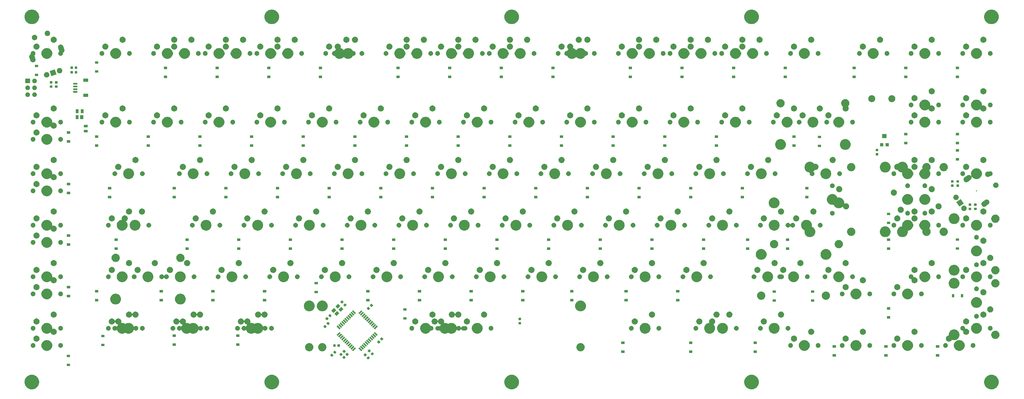
<source format=gbs>
G04 #@! TF.GenerationSoftware,KiCad,Pcbnew,(5.1.4)-1*
G04 #@! TF.CreationDate,2020-03-17T00:39:42-07:00*
G04 #@! TF.ProjectId,mad cat,6d616420-6361-4742-9e6b-696361645f70,rev?*
G04 #@! TF.SameCoordinates,Original*
G04 #@! TF.FileFunction,Soldermask,Bot*
G04 #@! TF.FilePolarity,Negative*
%FSLAX46Y46*%
G04 Gerber Fmt 4.6, Leading zero omitted, Abs format (unit mm)*
G04 Created by KiCad (PCBNEW (5.1.4)-1) date 2020-03-17 00:39:42*
%MOMM*%
%LPD*%
G04 APERTURE LIST*
%ADD10C,0.100000*%
G04 APERTURE END LIST*
D10*
G36*
X358737560Y-128403759D02*
G01*
X359188084Y-128590372D01*
X359228930Y-128607291D01*
X359671150Y-128902773D01*
X360047227Y-129278850D01*
X360101201Y-129359628D01*
X360342710Y-129721072D01*
X360546241Y-130212440D01*
X360650000Y-130734072D01*
X360650000Y-131265928D01*
X360546241Y-131787560D01*
X360384969Y-132176906D01*
X360342709Y-132278930D01*
X360047227Y-132721150D01*
X359671150Y-133097227D01*
X359228930Y-133392709D01*
X359228929Y-133392710D01*
X359228928Y-133392710D01*
X358737560Y-133596241D01*
X358215928Y-133700000D01*
X357684072Y-133700000D01*
X357162440Y-133596241D01*
X356671072Y-133392710D01*
X356671071Y-133392710D01*
X356671070Y-133392709D01*
X356228850Y-133097227D01*
X355852773Y-132721150D01*
X355557291Y-132278930D01*
X355515031Y-132176906D01*
X355353759Y-131787560D01*
X355250000Y-131265928D01*
X355250000Y-130734072D01*
X355353759Y-130212440D01*
X355557290Y-129721072D01*
X355798799Y-129359628D01*
X355852773Y-129278850D01*
X356228850Y-128902773D01*
X356671070Y-128607291D01*
X356711916Y-128590372D01*
X357162440Y-128403759D01*
X357684072Y-128300000D01*
X358215928Y-128300000D01*
X358737560Y-128403759D01*
X358737560Y-128403759D01*
G37*
G36*
X270250060Y-128403759D02*
G01*
X270700584Y-128590372D01*
X270741430Y-128607291D01*
X271183650Y-128902773D01*
X271559727Y-129278850D01*
X271613701Y-129359628D01*
X271855210Y-129721072D01*
X272058741Y-130212440D01*
X272162500Y-130734072D01*
X272162500Y-131265928D01*
X272058741Y-131787560D01*
X271897469Y-132176906D01*
X271855209Y-132278930D01*
X271559727Y-132721150D01*
X271183650Y-133097227D01*
X270741430Y-133392709D01*
X270741429Y-133392710D01*
X270741428Y-133392710D01*
X270250060Y-133596241D01*
X269728428Y-133700000D01*
X269196572Y-133700000D01*
X268674940Y-133596241D01*
X268183572Y-133392710D01*
X268183571Y-133392710D01*
X268183570Y-133392709D01*
X267741350Y-133097227D01*
X267365273Y-132721150D01*
X267069791Y-132278930D01*
X267027531Y-132176906D01*
X266866259Y-131787560D01*
X266762500Y-131265928D01*
X266762500Y-130734072D01*
X266866259Y-130212440D01*
X267069790Y-129721072D01*
X267311299Y-129359628D01*
X267365273Y-129278850D01*
X267741350Y-128902773D01*
X268183570Y-128607291D01*
X268224416Y-128590372D01*
X268674940Y-128403759D01*
X269196572Y-128300000D01*
X269728428Y-128300000D01*
X270250060Y-128403759D01*
X270250060Y-128403759D01*
G37*
G36*
X4787560Y-128403759D02*
G01*
X5238084Y-128590372D01*
X5278930Y-128607291D01*
X5721150Y-128902773D01*
X6097227Y-129278850D01*
X6151201Y-129359628D01*
X6392710Y-129721072D01*
X6596241Y-130212440D01*
X6700000Y-130734072D01*
X6700000Y-131265928D01*
X6596241Y-131787560D01*
X6434969Y-132176906D01*
X6392709Y-132278930D01*
X6097227Y-132721150D01*
X5721150Y-133097227D01*
X5278930Y-133392709D01*
X5278929Y-133392710D01*
X5278928Y-133392710D01*
X4787560Y-133596241D01*
X4265928Y-133700000D01*
X3734072Y-133700000D01*
X3212440Y-133596241D01*
X2721072Y-133392710D01*
X2721071Y-133392710D01*
X2721070Y-133392709D01*
X2278850Y-133097227D01*
X1902773Y-132721150D01*
X1607291Y-132278930D01*
X1565031Y-132176906D01*
X1403759Y-131787560D01*
X1300000Y-131265928D01*
X1300000Y-130734072D01*
X1403759Y-130212440D01*
X1607290Y-129721072D01*
X1848799Y-129359628D01*
X1902773Y-129278850D01*
X2278850Y-128902773D01*
X2721070Y-128607291D01*
X2761916Y-128590372D01*
X3212440Y-128403759D01*
X3734072Y-128300000D01*
X4265928Y-128300000D01*
X4787560Y-128403759D01*
X4787560Y-128403759D01*
G37*
G36*
X181762560Y-128403759D02*
G01*
X182213084Y-128590372D01*
X182253930Y-128607291D01*
X182696150Y-128902773D01*
X183072227Y-129278850D01*
X183126201Y-129359628D01*
X183367710Y-129721072D01*
X183571241Y-130212440D01*
X183675000Y-130734072D01*
X183675000Y-131265928D01*
X183571241Y-131787560D01*
X183409969Y-132176906D01*
X183367709Y-132278930D01*
X183072227Y-132721150D01*
X182696150Y-133097227D01*
X182253930Y-133392709D01*
X182253929Y-133392710D01*
X182253928Y-133392710D01*
X181762560Y-133596241D01*
X181240928Y-133700000D01*
X180709072Y-133700000D01*
X180187440Y-133596241D01*
X179696072Y-133392710D01*
X179696071Y-133392710D01*
X179696070Y-133392709D01*
X179253850Y-133097227D01*
X178877773Y-132721150D01*
X178582291Y-132278930D01*
X178540031Y-132176906D01*
X178378759Y-131787560D01*
X178275000Y-131265928D01*
X178275000Y-130734072D01*
X178378759Y-130212440D01*
X178582290Y-129721072D01*
X178823799Y-129359628D01*
X178877773Y-129278850D01*
X179253850Y-128902773D01*
X179696070Y-128607291D01*
X179736916Y-128590372D01*
X180187440Y-128403759D01*
X180709072Y-128300000D01*
X181240928Y-128300000D01*
X181762560Y-128403759D01*
X181762560Y-128403759D01*
G37*
G36*
X93275060Y-128403759D02*
G01*
X93725584Y-128590372D01*
X93766430Y-128607291D01*
X94208650Y-128902773D01*
X94584727Y-129278850D01*
X94638701Y-129359628D01*
X94880210Y-129721072D01*
X95083741Y-130212440D01*
X95187500Y-130734072D01*
X95187500Y-131265928D01*
X95083741Y-131787560D01*
X94922469Y-132176906D01*
X94880209Y-132278930D01*
X94584727Y-132721150D01*
X94208650Y-133097227D01*
X93766430Y-133392709D01*
X93766429Y-133392710D01*
X93766428Y-133392710D01*
X93275060Y-133596241D01*
X92753428Y-133700000D01*
X92221572Y-133700000D01*
X91699940Y-133596241D01*
X91208572Y-133392710D01*
X91208571Y-133392710D01*
X91208570Y-133392709D01*
X90766350Y-133097227D01*
X90390273Y-132721150D01*
X90094791Y-132278930D01*
X90052531Y-132176906D01*
X89891259Y-131787560D01*
X89787500Y-131265928D01*
X89787500Y-130734072D01*
X89891259Y-130212440D01*
X90094790Y-129721072D01*
X90336299Y-129359628D01*
X90390273Y-129278850D01*
X90766350Y-128902773D01*
X91208570Y-128607291D01*
X91249416Y-128590372D01*
X91699940Y-128403759D01*
X92221572Y-128300000D01*
X92753428Y-128300000D01*
X93275060Y-128403759D01*
X93275060Y-128403759D01*
G37*
G36*
X18100000Y-125100000D02*
G01*
X16900000Y-125100000D01*
X16900000Y-124200000D01*
X18100000Y-124200000D01*
X18100000Y-125100000D01*
X18100000Y-125100000D01*
G37*
G36*
X128113730Y-121479928D02*
G01*
X128142925Y-121488785D01*
X128169837Y-121503170D01*
X128198186Y-121526435D01*
X128238033Y-121566282D01*
X128238044Y-121566291D01*
X128547403Y-121875650D01*
X128547412Y-121875661D01*
X128587259Y-121915508D01*
X128610524Y-121943857D01*
X128624909Y-121970769D01*
X128633766Y-121999964D01*
X128636756Y-122030330D01*
X128633766Y-122060696D01*
X128624909Y-122089891D01*
X128610524Y-122116803D01*
X128587259Y-122145152D01*
X128547412Y-122184999D01*
X128547403Y-122185010D01*
X128185010Y-122547403D01*
X128184999Y-122547412D01*
X128145152Y-122587259D01*
X128116803Y-122610524D01*
X128089891Y-122624909D01*
X128060696Y-122633766D01*
X128030330Y-122636756D01*
X127999964Y-122633766D01*
X127970769Y-122624909D01*
X127943857Y-122610524D01*
X127915508Y-122587259D01*
X127875661Y-122547412D01*
X127875650Y-122547403D01*
X127566291Y-122238044D01*
X127566282Y-122238033D01*
X127526435Y-122198186D01*
X127503170Y-122169837D01*
X127488785Y-122142925D01*
X127479928Y-122113730D01*
X127476938Y-122083364D01*
X127479928Y-122052998D01*
X127488785Y-122023803D01*
X127503170Y-121996891D01*
X127526435Y-121968542D01*
X127566282Y-121928695D01*
X127566291Y-121928684D01*
X127928684Y-121566291D01*
X127928695Y-121566282D01*
X127968542Y-121526435D01*
X127996891Y-121503170D01*
X128023803Y-121488785D01*
X128052998Y-121479928D01*
X128083364Y-121476938D01*
X128113730Y-121479928D01*
X128113730Y-121479928D01*
G37*
G36*
X119147002Y-121279928D02*
G01*
X119176197Y-121288785D01*
X119203109Y-121303170D01*
X119231458Y-121326435D01*
X119271305Y-121366282D01*
X119271316Y-121366291D01*
X119633709Y-121728684D01*
X119633718Y-121728695D01*
X119673565Y-121768542D01*
X119696830Y-121796891D01*
X119711215Y-121823803D01*
X119720072Y-121852998D01*
X119723062Y-121883364D01*
X119720072Y-121913730D01*
X119711215Y-121942925D01*
X119696830Y-121969837D01*
X119673565Y-121998186D01*
X119633718Y-122038033D01*
X119633709Y-122038044D01*
X119324350Y-122347403D01*
X119324339Y-122347412D01*
X119284492Y-122387259D01*
X119256143Y-122410524D01*
X119229231Y-122424909D01*
X119200036Y-122433766D01*
X119169670Y-122436756D01*
X119139304Y-122433766D01*
X119110109Y-122424909D01*
X119083197Y-122410524D01*
X119054848Y-122387259D01*
X119015001Y-122347412D01*
X119014990Y-122347403D01*
X118652597Y-121985010D01*
X118652588Y-121984999D01*
X118612741Y-121945152D01*
X118589476Y-121916803D01*
X118575091Y-121889891D01*
X118566234Y-121860696D01*
X118563244Y-121830330D01*
X118566234Y-121799964D01*
X118575091Y-121770769D01*
X118589476Y-121743857D01*
X118612741Y-121715508D01*
X118652588Y-121675661D01*
X118652597Y-121675650D01*
X118961956Y-121366291D01*
X118961967Y-121366282D01*
X119001814Y-121326435D01*
X119030163Y-121303170D01*
X119057075Y-121288785D01*
X119086270Y-121279928D01*
X119116636Y-121276938D01*
X119147002Y-121279928D01*
X119147002Y-121279928D01*
G37*
G36*
X18100000Y-121800000D02*
G01*
X16900000Y-121800000D01*
X16900000Y-120900000D01*
X18100000Y-120900000D01*
X18100000Y-121800000D01*
X18100000Y-121800000D01*
G37*
G36*
X114647002Y-120479928D02*
G01*
X114676197Y-120488785D01*
X114703109Y-120503170D01*
X114731458Y-120526435D01*
X114771305Y-120566282D01*
X114771316Y-120566291D01*
X115133709Y-120928684D01*
X115133718Y-120928695D01*
X115173565Y-120968542D01*
X115196830Y-120996891D01*
X115211215Y-121023803D01*
X115220072Y-121052998D01*
X115223062Y-121083364D01*
X115220072Y-121113730D01*
X115211215Y-121142925D01*
X115196830Y-121169837D01*
X115173565Y-121198186D01*
X115133718Y-121238033D01*
X115133709Y-121238044D01*
X114824350Y-121547403D01*
X114824339Y-121547412D01*
X114784492Y-121587259D01*
X114756143Y-121610524D01*
X114729231Y-121624909D01*
X114700036Y-121633766D01*
X114669670Y-121636756D01*
X114639304Y-121633766D01*
X114610109Y-121624909D01*
X114583197Y-121610524D01*
X114554848Y-121587259D01*
X114515001Y-121547412D01*
X114514990Y-121547403D01*
X114152597Y-121185010D01*
X114152588Y-121184999D01*
X114112741Y-121145152D01*
X114089476Y-121116803D01*
X114075091Y-121089891D01*
X114066234Y-121060696D01*
X114063244Y-121030330D01*
X114066234Y-120999964D01*
X114075091Y-120970769D01*
X114089476Y-120943857D01*
X114112741Y-120915508D01*
X114152588Y-120875661D01*
X114152597Y-120875650D01*
X114461956Y-120566291D01*
X114461967Y-120566282D01*
X114501814Y-120526435D01*
X114530163Y-120503170D01*
X114557075Y-120488785D01*
X114586270Y-120479928D01*
X114616636Y-120476938D01*
X114647002Y-120479928D01*
X114647002Y-120479928D01*
G37*
G36*
X338675000Y-121575000D02*
G01*
X337475000Y-121575000D01*
X337475000Y-120675000D01*
X338675000Y-120675000D01*
X338675000Y-121575000D01*
X338675000Y-121575000D01*
G37*
G36*
X319625000Y-121575000D02*
G01*
X318425000Y-121575000D01*
X318425000Y-120675000D01*
X319625000Y-120675000D01*
X319625000Y-121575000D01*
X319625000Y-121575000D01*
G37*
G36*
X300575000Y-121575000D02*
G01*
X299375000Y-121575000D01*
X299375000Y-120675000D01*
X300575000Y-120675000D01*
X300575000Y-121575000D01*
X300575000Y-121575000D01*
G37*
G36*
X127000036Y-120366234D02*
G01*
X127029231Y-120375091D01*
X127056143Y-120389476D01*
X127084492Y-120412741D01*
X127124339Y-120452588D01*
X127124350Y-120452597D01*
X127433709Y-120761956D01*
X127433718Y-120761967D01*
X127473565Y-120801814D01*
X127496830Y-120830163D01*
X127511215Y-120857075D01*
X127520072Y-120886270D01*
X127523062Y-120916636D01*
X127520072Y-120947002D01*
X127511215Y-120976197D01*
X127496830Y-121003109D01*
X127473565Y-121031458D01*
X127433718Y-121071305D01*
X127433709Y-121071316D01*
X127071316Y-121433709D01*
X127071305Y-121433718D01*
X127031458Y-121473565D01*
X127003109Y-121496830D01*
X126976197Y-121511215D01*
X126947002Y-121520072D01*
X126916636Y-121523062D01*
X126886270Y-121520072D01*
X126857075Y-121511215D01*
X126830163Y-121496830D01*
X126801814Y-121473565D01*
X126761967Y-121433718D01*
X126761956Y-121433709D01*
X126452597Y-121124350D01*
X126452588Y-121124339D01*
X126412741Y-121084492D01*
X126389476Y-121056143D01*
X126375091Y-121029231D01*
X126366234Y-121000036D01*
X126363244Y-120969670D01*
X126366234Y-120939304D01*
X126375091Y-120910109D01*
X126389476Y-120883197D01*
X126412741Y-120854848D01*
X126452588Y-120815001D01*
X126452597Y-120814990D01*
X126814990Y-120452597D01*
X126815001Y-120452588D01*
X126854848Y-120412741D01*
X126883197Y-120389476D01*
X126910109Y-120375091D01*
X126939304Y-120366234D01*
X126969670Y-120363244D01*
X127000036Y-120366234D01*
X127000036Y-120366234D01*
G37*
G36*
X118047002Y-120179928D02*
G01*
X118076197Y-120188785D01*
X118103109Y-120203170D01*
X118131458Y-120226435D01*
X118171305Y-120266282D01*
X118171316Y-120266291D01*
X118533709Y-120628684D01*
X118533718Y-120628695D01*
X118573565Y-120668542D01*
X118596830Y-120696891D01*
X118611215Y-120723803D01*
X118620072Y-120752998D01*
X118623062Y-120783364D01*
X118620072Y-120813730D01*
X118611215Y-120842925D01*
X118596830Y-120869837D01*
X118573565Y-120898186D01*
X118533718Y-120938033D01*
X118533709Y-120938044D01*
X118224350Y-121247403D01*
X118224339Y-121247412D01*
X118184492Y-121287259D01*
X118156143Y-121310524D01*
X118129231Y-121324909D01*
X118100036Y-121333766D01*
X118069670Y-121336756D01*
X118039304Y-121333766D01*
X118010109Y-121324909D01*
X117983197Y-121310524D01*
X117954848Y-121287259D01*
X117915001Y-121247412D01*
X117914990Y-121247403D01*
X117552597Y-120885010D01*
X117552588Y-120884999D01*
X117512741Y-120845152D01*
X117489476Y-120816803D01*
X117475091Y-120789891D01*
X117466234Y-120760696D01*
X117463244Y-120730330D01*
X117466234Y-120699964D01*
X117475091Y-120670769D01*
X117489476Y-120643857D01*
X117512741Y-120615508D01*
X117552588Y-120575661D01*
X117552597Y-120575650D01*
X117861956Y-120266291D01*
X117861967Y-120266282D01*
X117901814Y-120226435D01*
X117930163Y-120203170D01*
X117957075Y-120188785D01*
X117986270Y-120179928D01*
X118016636Y-120176938D01*
X118047002Y-120179928D01*
X118047002Y-120179928D01*
G37*
G36*
X120260696Y-120166234D02*
G01*
X120289891Y-120175091D01*
X120316803Y-120189476D01*
X120345152Y-120212741D01*
X120384999Y-120252588D01*
X120385010Y-120252597D01*
X120747403Y-120614990D01*
X120747412Y-120615001D01*
X120787259Y-120654848D01*
X120810524Y-120683197D01*
X120824909Y-120710109D01*
X120833766Y-120739304D01*
X120836756Y-120769670D01*
X120833766Y-120800036D01*
X120824909Y-120829231D01*
X120810524Y-120856143D01*
X120787260Y-120884491D01*
X120747412Y-120924339D01*
X120747403Y-120924350D01*
X120438044Y-121233709D01*
X120438033Y-121233718D01*
X120398186Y-121273565D01*
X120369837Y-121296830D01*
X120342925Y-121311215D01*
X120313730Y-121320072D01*
X120283364Y-121323062D01*
X120252998Y-121320072D01*
X120223803Y-121311215D01*
X120196891Y-121296830D01*
X120168542Y-121273565D01*
X120128695Y-121233718D01*
X120128684Y-121233709D01*
X119766291Y-120871316D01*
X119766282Y-120871305D01*
X119726434Y-120831457D01*
X119703170Y-120803109D01*
X119688785Y-120776197D01*
X119679928Y-120747002D01*
X119676938Y-120716636D01*
X119679928Y-120686270D01*
X119688785Y-120657075D01*
X119703170Y-120630163D01*
X119726435Y-120601814D01*
X119766282Y-120561967D01*
X119766291Y-120561956D01*
X120075650Y-120252597D01*
X120075661Y-120252588D01*
X120115508Y-120212741D01*
X120143857Y-120189476D01*
X120170769Y-120175091D01*
X120199964Y-120166234D01*
X120230330Y-120163244D01*
X120260696Y-120166234D01*
X120260696Y-120166234D01*
G37*
G36*
X129613730Y-119979928D02*
G01*
X129642925Y-119988785D01*
X129669837Y-120003170D01*
X129698186Y-120026435D01*
X129738033Y-120066282D01*
X129738044Y-120066291D01*
X130047403Y-120375650D01*
X130047412Y-120375661D01*
X130087259Y-120415508D01*
X130110524Y-120443857D01*
X130124909Y-120470769D01*
X130133766Y-120499964D01*
X130136756Y-120530330D01*
X130133766Y-120560696D01*
X130124909Y-120589891D01*
X130110524Y-120616803D01*
X130087259Y-120645152D01*
X130047412Y-120684999D01*
X130047403Y-120685010D01*
X129685010Y-121047403D01*
X129684999Y-121047412D01*
X129645152Y-121087259D01*
X129616803Y-121110524D01*
X129589891Y-121124909D01*
X129560696Y-121133766D01*
X129530330Y-121136756D01*
X129499964Y-121133766D01*
X129470769Y-121124909D01*
X129443857Y-121110524D01*
X129415508Y-121087259D01*
X129375661Y-121047412D01*
X129375650Y-121047403D01*
X129066291Y-120738044D01*
X129066282Y-120738033D01*
X129026435Y-120698186D01*
X129003170Y-120669837D01*
X128988785Y-120642925D01*
X128979928Y-120613730D01*
X128976938Y-120583364D01*
X128979928Y-120552998D01*
X128988785Y-120523803D01*
X129003170Y-120496891D01*
X129026435Y-120468542D01*
X129066282Y-120428695D01*
X129066291Y-120428684D01*
X129428684Y-120066291D01*
X129428695Y-120066282D01*
X129468542Y-120026435D01*
X129496891Y-120003170D01*
X129523803Y-119988785D01*
X129552998Y-119979928D01*
X129583364Y-119976938D01*
X129613730Y-119979928D01*
X129613730Y-119979928D01*
G37*
G36*
X115760696Y-119366234D02*
G01*
X115789891Y-119375091D01*
X115816803Y-119389476D01*
X115845152Y-119412741D01*
X115884999Y-119452588D01*
X115885010Y-119452597D01*
X116247403Y-119814990D01*
X116247412Y-119815001D01*
X116287259Y-119854848D01*
X116310524Y-119883197D01*
X116324909Y-119910109D01*
X116333766Y-119939304D01*
X116336756Y-119969670D01*
X116333766Y-120000036D01*
X116324909Y-120029231D01*
X116310524Y-120056143D01*
X116287259Y-120084492D01*
X116247412Y-120124339D01*
X116247403Y-120124350D01*
X115938044Y-120433709D01*
X115938033Y-120433718D01*
X115898186Y-120473565D01*
X115869837Y-120496830D01*
X115842925Y-120511215D01*
X115813730Y-120520072D01*
X115783364Y-120523062D01*
X115752998Y-120520072D01*
X115723803Y-120511215D01*
X115696891Y-120496830D01*
X115668542Y-120473565D01*
X115628695Y-120433718D01*
X115628684Y-120433709D01*
X115266291Y-120071316D01*
X115266282Y-120071305D01*
X115226435Y-120031458D01*
X115203170Y-120003109D01*
X115188785Y-119976197D01*
X115179928Y-119947002D01*
X115176938Y-119916636D01*
X115179928Y-119886270D01*
X115188785Y-119857075D01*
X115203170Y-119830163D01*
X115226435Y-119801814D01*
X115266282Y-119761967D01*
X115266291Y-119761956D01*
X115575650Y-119452597D01*
X115575661Y-119452588D01*
X115615508Y-119412741D01*
X115643857Y-119389476D01*
X115670769Y-119375091D01*
X115699964Y-119366234D01*
X115730330Y-119363244D01*
X115760696Y-119366234D01*
X115760696Y-119366234D01*
G37*
G36*
X271412500Y-120225000D02*
G01*
X270212500Y-120225000D01*
X270212500Y-119325000D01*
X271412500Y-119325000D01*
X271412500Y-120225000D01*
X271412500Y-120225000D01*
G37*
G36*
X222600000Y-120225000D02*
G01*
X221400000Y-120225000D01*
X221400000Y-119325000D01*
X222600000Y-119325000D01*
X222600000Y-120225000D01*
X222600000Y-120225000D01*
G37*
G36*
X247600000Y-120225000D02*
G01*
X246400000Y-120225000D01*
X246400000Y-119325000D01*
X247600000Y-119325000D01*
X247600000Y-120225000D01*
X247600000Y-120225000D01*
G37*
G36*
X119160696Y-119066234D02*
G01*
X119189891Y-119075091D01*
X119216803Y-119089476D01*
X119245152Y-119112741D01*
X119284999Y-119152588D01*
X119285010Y-119152597D01*
X119647403Y-119514990D01*
X119647412Y-119515001D01*
X119687259Y-119554848D01*
X119710524Y-119583197D01*
X119724909Y-119610109D01*
X119733766Y-119639304D01*
X119736756Y-119669670D01*
X119733766Y-119700036D01*
X119724909Y-119729231D01*
X119710524Y-119756143D01*
X119687259Y-119784492D01*
X119647412Y-119824339D01*
X119647403Y-119824350D01*
X119338044Y-120133709D01*
X119338033Y-120133718D01*
X119298186Y-120173565D01*
X119269837Y-120196830D01*
X119242925Y-120211215D01*
X119213730Y-120220072D01*
X119183364Y-120223062D01*
X119152998Y-120220072D01*
X119123803Y-120211215D01*
X119096891Y-120196830D01*
X119068542Y-120173565D01*
X119028695Y-120133718D01*
X119028684Y-120133709D01*
X118666291Y-119771316D01*
X118666282Y-119771305D01*
X118626435Y-119731458D01*
X118603170Y-119703109D01*
X118588785Y-119676197D01*
X118579928Y-119647002D01*
X118576938Y-119616636D01*
X118579928Y-119586270D01*
X118588785Y-119557075D01*
X118603170Y-119530163D01*
X118626435Y-119501814D01*
X118666282Y-119461967D01*
X118666291Y-119461956D01*
X118975650Y-119152597D01*
X118975661Y-119152588D01*
X119015508Y-119112741D01*
X119043857Y-119089476D01*
X119070769Y-119075091D01*
X119099964Y-119066234D01*
X119130330Y-119063244D01*
X119160696Y-119066234D01*
X119160696Y-119066234D01*
G37*
G36*
X128500036Y-118866234D02*
G01*
X128529231Y-118875091D01*
X128556143Y-118889476D01*
X128584492Y-118912741D01*
X128624339Y-118952588D01*
X128624350Y-118952597D01*
X128933709Y-119261956D01*
X128933718Y-119261967D01*
X128973565Y-119301814D01*
X128996830Y-119330163D01*
X129011215Y-119357075D01*
X129020072Y-119386270D01*
X129023062Y-119416636D01*
X129020072Y-119447002D01*
X129011215Y-119476197D01*
X128996830Y-119503109D01*
X128973565Y-119531458D01*
X128933718Y-119571305D01*
X128933709Y-119571316D01*
X128571316Y-119933709D01*
X128571305Y-119933718D01*
X128531458Y-119973565D01*
X128503109Y-119996830D01*
X128476197Y-120011215D01*
X128447002Y-120020072D01*
X128416636Y-120023062D01*
X128386270Y-120020072D01*
X128357075Y-120011215D01*
X128330163Y-119996830D01*
X128301814Y-119973565D01*
X128261967Y-119933718D01*
X128261956Y-119933709D01*
X127952597Y-119624350D01*
X127952588Y-119624339D01*
X127912741Y-119584492D01*
X127889476Y-119556143D01*
X127875091Y-119529231D01*
X127866234Y-119500036D01*
X127863244Y-119469670D01*
X127866234Y-119439304D01*
X127875091Y-119410109D01*
X127889476Y-119383197D01*
X127912741Y-119354848D01*
X127952588Y-119315001D01*
X127952597Y-119314990D01*
X128314990Y-118952597D01*
X128315001Y-118952588D01*
X128354848Y-118912741D01*
X128383197Y-118889476D01*
X128410109Y-118875091D01*
X128439304Y-118866234D01*
X128469670Y-118863244D01*
X128500036Y-118866234D01*
X128500036Y-118866234D01*
G37*
G36*
X106775284Y-116644566D02*
G01*
X106908111Y-116699585D01*
X106997850Y-116736756D01*
X107052635Y-116759449D01*
X107302243Y-116926232D01*
X107514518Y-117138507D01*
X107608137Y-117278617D01*
X107681302Y-117388117D01*
X107714950Y-117469350D01*
X107752988Y-117561181D01*
X107796184Y-117665467D01*
X107854750Y-117959898D01*
X107854750Y-118260102D01*
X107836868Y-118350000D01*
X107796184Y-118554534D01*
X107681301Y-118831885D01*
X107514518Y-119081493D01*
X107302243Y-119293768D01*
X107052635Y-119460551D01*
X107052634Y-119460552D01*
X107052633Y-119460552D01*
X106971400Y-119494200D01*
X106775284Y-119575434D01*
X106720807Y-119586270D01*
X106480852Y-119634000D01*
X106180648Y-119634000D01*
X105940693Y-119586270D01*
X105886216Y-119575434D01*
X105690100Y-119494200D01*
X105608867Y-119460552D01*
X105608866Y-119460552D01*
X105608865Y-119460551D01*
X105359257Y-119293768D01*
X105146982Y-119081493D01*
X104980199Y-118831885D01*
X104865316Y-118554534D01*
X104824632Y-118350000D01*
X104806750Y-118260102D01*
X104806750Y-117959898D01*
X104865316Y-117665467D01*
X104908513Y-117561181D01*
X104946550Y-117469350D01*
X104980198Y-117388117D01*
X105053364Y-117278617D01*
X105146982Y-117138507D01*
X105359257Y-116926232D01*
X105608865Y-116759449D01*
X105663651Y-116736756D01*
X105753389Y-116699585D01*
X105886216Y-116644566D01*
X106180648Y-116586000D01*
X106480852Y-116586000D01*
X106775284Y-116644566D01*
X106775284Y-116644566D01*
G37*
G36*
X111569534Y-116644566D02*
G01*
X111702361Y-116699585D01*
X111792100Y-116736756D01*
X111846885Y-116759449D01*
X112096493Y-116926232D01*
X112308768Y-117138507D01*
X112402387Y-117278617D01*
X112475552Y-117388117D01*
X112509200Y-117469350D01*
X112547238Y-117561181D01*
X112590434Y-117665467D01*
X112649000Y-117959898D01*
X112649000Y-118260102D01*
X112631118Y-118350000D01*
X112590434Y-118554534D01*
X112475551Y-118831885D01*
X112308768Y-119081493D01*
X112096493Y-119293768D01*
X111846885Y-119460551D01*
X111846884Y-119460552D01*
X111846883Y-119460552D01*
X111765650Y-119494200D01*
X111569534Y-119575434D01*
X111515057Y-119586270D01*
X111275102Y-119634000D01*
X110974898Y-119634000D01*
X110734943Y-119586270D01*
X110680466Y-119575434D01*
X110484350Y-119494200D01*
X110403117Y-119460552D01*
X110403116Y-119460552D01*
X110403115Y-119460551D01*
X110153507Y-119293768D01*
X109941232Y-119081493D01*
X109774449Y-118831885D01*
X109659566Y-118554534D01*
X109618882Y-118350000D01*
X109601000Y-118260102D01*
X109601000Y-117959898D01*
X109659566Y-117665467D01*
X109702763Y-117561181D01*
X109740800Y-117469350D01*
X109774448Y-117388117D01*
X109847614Y-117278617D01*
X109941232Y-117138507D01*
X110153507Y-116926232D01*
X110403115Y-116759449D01*
X110457901Y-116736756D01*
X110547639Y-116699585D01*
X110680466Y-116644566D01*
X110974898Y-116586000D01*
X111275102Y-116586000D01*
X111569534Y-116644566D01*
X111569534Y-116644566D01*
G37*
G36*
X206851284Y-116644566D02*
G01*
X206984111Y-116699585D01*
X207073850Y-116736756D01*
X207128635Y-116759449D01*
X207378243Y-116926232D01*
X207590518Y-117138507D01*
X207684137Y-117278617D01*
X207757302Y-117388117D01*
X207790950Y-117469350D01*
X207828988Y-117561181D01*
X207872184Y-117665467D01*
X207930750Y-117959898D01*
X207930750Y-118260102D01*
X207912868Y-118350000D01*
X207872184Y-118554534D01*
X207757301Y-118831885D01*
X207590518Y-119081493D01*
X207378243Y-119293768D01*
X207128635Y-119460551D01*
X207128634Y-119460552D01*
X207128633Y-119460552D01*
X207047400Y-119494200D01*
X206851284Y-119575434D01*
X206796807Y-119586270D01*
X206556852Y-119634000D01*
X206224898Y-119634000D01*
X205984943Y-119586270D01*
X205930466Y-119575434D01*
X205734350Y-119494200D01*
X205653117Y-119460552D01*
X205653116Y-119460552D01*
X205653115Y-119460551D01*
X205403507Y-119293768D01*
X205191232Y-119081493D01*
X205024449Y-118831885D01*
X204909566Y-118554534D01*
X204868882Y-118350000D01*
X204851000Y-118260102D01*
X204851000Y-117959898D01*
X204909566Y-117665467D01*
X204952763Y-117561181D01*
X204990800Y-117469350D01*
X205024448Y-117388117D01*
X205097614Y-117278617D01*
X205191232Y-117138507D01*
X205403507Y-116926232D01*
X205653115Y-116759449D01*
X205707901Y-116736756D01*
X205797639Y-116699585D01*
X205930466Y-116644566D01*
X206224898Y-116586000D01*
X206556852Y-116586000D01*
X206851284Y-116644566D01*
X206851284Y-116644566D01*
G37*
G36*
X125926866Y-119194812D02*
G01*
X125537958Y-119583720D01*
X124477298Y-118523060D01*
X124866206Y-118134152D01*
X125926866Y-119194812D01*
X125926866Y-119194812D01*
G37*
G36*
X123522702Y-118523060D02*
G01*
X122462042Y-119583720D01*
X122073134Y-119194812D01*
X123133794Y-118134152D01*
X123522702Y-118523060D01*
X123522702Y-118523060D01*
G37*
G36*
X308226199Y-115492004D02*
G01*
X308556599Y-115557724D01*
X308919466Y-115708028D01*
X309246037Y-115926236D01*
X309523764Y-116203963D01*
X309741972Y-116530534D01*
X309892276Y-116893401D01*
X309968900Y-117278618D01*
X309968900Y-117671382D01*
X309892276Y-118056599D01*
X309741972Y-118419466D01*
X309523764Y-118746037D01*
X309246037Y-119023764D01*
X308919466Y-119241972D01*
X308556599Y-119392276D01*
X308253343Y-119452597D01*
X308171383Y-119468900D01*
X307778617Y-119468900D01*
X307696657Y-119452597D01*
X307393401Y-119392276D01*
X307030534Y-119241972D01*
X306703963Y-119023764D01*
X306426236Y-118746037D01*
X306208028Y-118419466D01*
X306057724Y-118056599D01*
X305981100Y-117671382D01*
X305981100Y-117278618D01*
X306057724Y-116893401D01*
X306208028Y-116530534D01*
X306426236Y-116203963D01*
X306703963Y-115926236D01*
X307030534Y-115708028D01*
X307393401Y-115557724D01*
X307723801Y-115492004D01*
X307778617Y-115481100D01*
X308171383Y-115481100D01*
X308226199Y-115492004D01*
X308226199Y-115492004D01*
G37*
G36*
X346326199Y-115492004D02*
G01*
X346656599Y-115557724D01*
X347019466Y-115708028D01*
X347346037Y-115926236D01*
X347623764Y-116203963D01*
X347841972Y-116530534D01*
X347992276Y-116893401D01*
X348068900Y-117278618D01*
X348068900Y-117671382D01*
X347992276Y-118056599D01*
X347841972Y-118419466D01*
X347623764Y-118746037D01*
X347346037Y-119023764D01*
X347019466Y-119241972D01*
X346656599Y-119392276D01*
X346353343Y-119452597D01*
X346271383Y-119468900D01*
X345878617Y-119468900D01*
X345796657Y-119452597D01*
X345493401Y-119392276D01*
X345130534Y-119241972D01*
X344803963Y-119023764D01*
X344526236Y-118746037D01*
X344308028Y-118419466D01*
X344157724Y-118056599D01*
X344081100Y-117671382D01*
X344081100Y-117278618D01*
X344157724Y-116893401D01*
X344308028Y-116530534D01*
X344526236Y-116203963D01*
X344803963Y-115926236D01*
X345130534Y-115708028D01*
X345493401Y-115557724D01*
X345823801Y-115492004D01*
X345878617Y-115481100D01*
X346271383Y-115481100D01*
X346326199Y-115492004D01*
X346326199Y-115492004D01*
G37*
G36*
X9776199Y-115492004D02*
G01*
X10106599Y-115557724D01*
X10469466Y-115708028D01*
X10796037Y-115926236D01*
X11073764Y-116203963D01*
X11291972Y-116530534D01*
X11442276Y-116893401D01*
X11518900Y-117278618D01*
X11518900Y-117671382D01*
X11442276Y-118056599D01*
X11291972Y-118419466D01*
X11073764Y-118746037D01*
X10796037Y-119023764D01*
X10469466Y-119241972D01*
X10106599Y-119392276D01*
X9803343Y-119452597D01*
X9721383Y-119468900D01*
X9328617Y-119468900D01*
X9246657Y-119452597D01*
X8943401Y-119392276D01*
X8580534Y-119241972D01*
X8253963Y-119023764D01*
X7976236Y-118746037D01*
X7758028Y-118419466D01*
X7607724Y-118056599D01*
X7531100Y-117671382D01*
X7531100Y-117278618D01*
X7607724Y-116893401D01*
X7758028Y-116530534D01*
X7976236Y-116203963D01*
X8253963Y-115926236D01*
X8580534Y-115708028D01*
X8943401Y-115557724D01*
X9273801Y-115492004D01*
X9328617Y-115481100D01*
X9721383Y-115481100D01*
X9776199Y-115492004D01*
X9776199Y-115492004D01*
G37*
G36*
X289176199Y-115492004D02*
G01*
X289506599Y-115557724D01*
X289869466Y-115708028D01*
X290196037Y-115926236D01*
X290473764Y-116203963D01*
X290691972Y-116530534D01*
X290842276Y-116893401D01*
X290918900Y-117278618D01*
X290918900Y-117671382D01*
X290842276Y-118056599D01*
X290691972Y-118419466D01*
X290473764Y-118746037D01*
X290196037Y-119023764D01*
X289869466Y-119241972D01*
X289506599Y-119392276D01*
X289203343Y-119452597D01*
X289121383Y-119468900D01*
X288728617Y-119468900D01*
X288646657Y-119452597D01*
X288343401Y-119392276D01*
X287980534Y-119241972D01*
X287653963Y-119023764D01*
X287376236Y-118746037D01*
X287158028Y-118419466D01*
X287007724Y-118056599D01*
X286931100Y-117671382D01*
X286931100Y-117278618D01*
X287007724Y-116893401D01*
X287158028Y-116530534D01*
X287376236Y-116203963D01*
X287653963Y-115926236D01*
X287980534Y-115708028D01*
X288343401Y-115557724D01*
X288673801Y-115492004D01*
X288728617Y-115481100D01*
X289121383Y-115481100D01*
X289176199Y-115492004D01*
X289176199Y-115492004D01*
G37*
G36*
X327276199Y-115492004D02*
G01*
X327606599Y-115557724D01*
X327969466Y-115708028D01*
X328296037Y-115926236D01*
X328573764Y-116203963D01*
X328791972Y-116530534D01*
X328942276Y-116893401D01*
X329018900Y-117278618D01*
X329018900Y-117671382D01*
X328942276Y-118056599D01*
X328791972Y-118419466D01*
X328573764Y-118746037D01*
X328296037Y-119023764D01*
X327969466Y-119241972D01*
X327606599Y-119392276D01*
X327303343Y-119452597D01*
X327221383Y-119468900D01*
X326828617Y-119468900D01*
X326746657Y-119452597D01*
X326443401Y-119392276D01*
X326080534Y-119241972D01*
X325753963Y-119023764D01*
X325476236Y-118746037D01*
X325258028Y-118419466D01*
X325107724Y-118056599D01*
X325031100Y-117671382D01*
X325031100Y-117278618D01*
X325107724Y-116893401D01*
X325258028Y-116530534D01*
X325476236Y-116203963D01*
X325753963Y-115926236D01*
X326080534Y-115708028D01*
X326443401Y-115557724D01*
X326773801Y-115492004D01*
X326828617Y-115481100D01*
X327221383Y-115481100D01*
X327276199Y-115492004D01*
X327276199Y-115492004D01*
G37*
G36*
X122957017Y-117957374D02*
G01*
X121896357Y-119018034D01*
X121507449Y-118629126D01*
X122568109Y-117568466D01*
X122957017Y-117957374D01*
X122957017Y-117957374D01*
G37*
G36*
X126492551Y-118629126D02*
G01*
X126103643Y-119018034D01*
X125042983Y-117957374D01*
X125431891Y-117568466D01*
X126492551Y-118629126D01*
X126492551Y-118629126D01*
G37*
G36*
X122391332Y-117391689D02*
G01*
X121330672Y-118452349D01*
X120941764Y-118063441D01*
X122002424Y-117002781D01*
X122391332Y-117391689D01*
X122391332Y-117391689D01*
G37*
G36*
X127058236Y-118063441D02*
G01*
X126669328Y-118452349D01*
X125608668Y-117391689D01*
X125997576Y-117002781D01*
X127058236Y-118063441D01*
X127058236Y-118063441D01*
G37*
G36*
X4700227Y-116633625D02*
G01*
X4859466Y-116699584D01*
X4859468Y-116699585D01*
X5002780Y-116795343D01*
X5124657Y-116917220D01*
X5204993Y-117037452D01*
X5220416Y-117060534D01*
X5286375Y-117219773D01*
X5320000Y-117388819D01*
X5320000Y-117561181D01*
X5286375Y-117730227D01*
X5220416Y-117889466D01*
X5220415Y-117889468D01*
X5124657Y-118032780D01*
X5002780Y-118154657D01*
X4859468Y-118250415D01*
X4859467Y-118250416D01*
X4859466Y-118250416D01*
X4700227Y-118316375D01*
X4531181Y-118350000D01*
X4358819Y-118350000D01*
X4189773Y-118316375D01*
X4030534Y-118250416D01*
X4030533Y-118250416D01*
X4030532Y-118250415D01*
X3887220Y-118154657D01*
X3765343Y-118032780D01*
X3669585Y-117889468D01*
X3669584Y-117889466D01*
X3603625Y-117730227D01*
X3570000Y-117561181D01*
X3570000Y-117388819D01*
X3603625Y-117219773D01*
X3669584Y-117060534D01*
X3685007Y-117037452D01*
X3765343Y-116917220D01*
X3887220Y-116795343D01*
X4030532Y-116699585D01*
X4030534Y-116699584D01*
X4189773Y-116633625D01*
X4358819Y-116600000D01*
X4531181Y-116600000D01*
X4700227Y-116633625D01*
X4700227Y-116633625D01*
G37*
G36*
X351410227Y-116633625D02*
G01*
X351569466Y-116699584D01*
X351569468Y-116699585D01*
X351712780Y-116795343D01*
X351834657Y-116917220D01*
X351914993Y-117037452D01*
X351930416Y-117060534D01*
X351996375Y-117219773D01*
X352030000Y-117388819D01*
X352030000Y-117561181D01*
X351996375Y-117730227D01*
X351930416Y-117889466D01*
X351930415Y-117889468D01*
X351834657Y-118032780D01*
X351712780Y-118154657D01*
X351569468Y-118250415D01*
X351569467Y-118250416D01*
X351569466Y-118250416D01*
X351410227Y-118316375D01*
X351241181Y-118350000D01*
X351068819Y-118350000D01*
X350899773Y-118316375D01*
X350740534Y-118250416D01*
X350740533Y-118250416D01*
X350740532Y-118250415D01*
X350597220Y-118154657D01*
X350475343Y-118032780D01*
X350379585Y-117889468D01*
X350379584Y-117889466D01*
X350313625Y-117730227D01*
X350280000Y-117561181D01*
X350280000Y-117388819D01*
X350313625Y-117219773D01*
X350379584Y-117060534D01*
X350395007Y-117037452D01*
X350475343Y-116917220D01*
X350597220Y-116795343D01*
X350740532Y-116699585D01*
X350740534Y-116699584D01*
X350899773Y-116633625D01*
X351068819Y-116600000D01*
X351241181Y-116600000D01*
X351410227Y-116633625D01*
X351410227Y-116633625D01*
G37*
G36*
X14860227Y-116633625D02*
G01*
X15019466Y-116699584D01*
X15019468Y-116699585D01*
X15162780Y-116795343D01*
X15284657Y-116917220D01*
X15364993Y-117037452D01*
X15380416Y-117060534D01*
X15446375Y-117219773D01*
X15480000Y-117388819D01*
X15480000Y-117561181D01*
X15446375Y-117730227D01*
X15380416Y-117889466D01*
X15380415Y-117889468D01*
X15284657Y-118032780D01*
X15162780Y-118154657D01*
X15019468Y-118250415D01*
X15019467Y-118250416D01*
X15019466Y-118250416D01*
X14860227Y-118316375D01*
X14691181Y-118350000D01*
X14518819Y-118350000D01*
X14349773Y-118316375D01*
X14190534Y-118250416D01*
X14190533Y-118250416D01*
X14190532Y-118250415D01*
X14047220Y-118154657D01*
X13925343Y-118032780D01*
X13829585Y-117889468D01*
X13829584Y-117889466D01*
X13763625Y-117730227D01*
X13730000Y-117561181D01*
X13730000Y-117388819D01*
X13763625Y-117219773D01*
X13829584Y-117060534D01*
X13845007Y-117037452D01*
X13925343Y-116917220D01*
X14047220Y-116795343D01*
X14190532Y-116699585D01*
X14190534Y-116699584D01*
X14349773Y-116633625D01*
X14518819Y-116600000D01*
X14691181Y-116600000D01*
X14860227Y-116633625D01*
X14860227Y-116633625D01*
G37*
G36*
X294260227Y-116633625D02*
G01*
X294419466Y-116699584D01*
X294419468Y-116699585D01*
X294562780Y-116795343D01*
X294684657Y-116917220D01*
X294764993Y-117037452D01*
X294780416Y-117060534D01*
X294846375Y-117219773D01*
X294880000Y-117388819D01*
X294880000Y-117561181D01*
X294846375Y-117730227D01*
X294780416Y-117889466D01*
X294780415Y-117889468D01*
X294684657Y-118032780D01*
X294562780Y-118154657D01*
X294419468Y-118250415D01*
X294419467Y-118250416D01*
X294419466Y-118250416D01*
X294260227Y-118316375D01*
X294091181Y-118350000D01*
X293918819Y-118350000D01*
X293749773Y-118316375D01*
X293590534Y-118250416D01*
X293590533Y-118250416D01*
X293590532Y-118250415D01*
X293447220Y-118154657D01*
X293325343Y-118032780D01*
X293229585Y-117889468D01*
X293229584Y-117889466D01*
X293163625Y-117730227D01*
X293130000Y-117561181D01*
X293130000Y-117388819D01*
X293163625Y-117219773D01*
X293229584Y-117060534D01*
X293245007Y-117037452D01*
X293325343Y-116917220D01*
X293447220Y-116795343D01*
X293590532Y-116699585D01*
X293590534Y-116699584D01*
X293749773Y-116633625D01*
X293918819Y-116600000D01*
X294091181Y-116600000D01*
X294260227Y-116633625D01*
X294260227Y-116633625D01*
G37*
G36*
X313310227Y-116633625D02*
G01*
X313469466Y-116699584D01*
X313469468Y-116699585D01*
X313612780Y-116795343D01*
X313734657Y-116917220D01*
X313814993Y-117037452D01*
X313830416Y-117060534D01*
X313896375Y-117219773D01*
X313930000Y-117388819D01*
X313930000Y-117561181D01*
X313896375Y-117730227D01*
X313830416Y-117889466D01*
X313830415Y-117889468D01*
X313734657Y-118032780D01*
X313612780Y-118154657D01*
X313469468Y-118250415D01*
X313469467Y-118250416D01*
X313469466Y-118250416D01*
X313310227Y-118316375D01*
X313141181Y-118350000D01*
X312968819Y-118350000D01*
X312799773Y-118316375D01*
X312640534Y-118250416D01*
X312640533Y-118250416D01*
X312640532Y-118250415D01*
X312497220Y-118154657D01*
X312375343Y-118032780D01*
X312279585Y-117889468D01*
X312279584Y-117889466D01*
X312213625Y-117730227D01*
X312180000Y-117561181D01*
X312180000Y-117388819D01*
X312213625Y-117219773D01*
X312279584Y-117060534D01*
X312295007Y-117037452D01*
X312375343Y-116917220D01*
X312497220Y-116795343D01*
X312640532Y-116699585D01*
X312640534Y-116699584D01*
X312799773Y-116633625D01*
X312968819Y-116600000D01*
X313141181Y-116600000D01*
X313310227Y-116633625D01*
X313310227Y-116633625D01*
G37*
G36*
X284100227Y-116633625D02*
G01*
X284259466Y-116699584D01*
X284259468Y-116699585D01*
X284402780Y-116795343D01*
X284524657Y-116917220D01*
X284604993Y-117037452D01*
X284620416Y-117060534D01*
X284686375Y-117219773D01*
X284720000Y-117388819D01*
X284720000Y-117561181D01*
X284686375Y-117730227D01*
X284620416Y-117889466D01*
X284620415Y-117889468D01*
X284524657Y-118032780D01*
X284402780Y-118154657D01*
X284259468Y-118250415D01*
X284259467Y-118250416D01*
X284259466Y-118250416D01*
X284100227Y-118316375D01*
X283931181Y-118350000D01*
X283758819Y-118350000D01*
X283589773Y-118316375D01*
X283430534Y-118250416D01*
X283430533Y-118250416D01*
X283430532Y-118250415D01*
X283287220Y-118154657D01*
X283165343Y-118032780D01*
X283069585Y-117889468D01*
X283069584Y-117889466D01*
X283003625Y-117730227D01*
X282970000Y-117561181D01*
X282970000Y-117388819D01*
X283003625Y-117219773D01*
X283069584Y-117060534D01*
X283085007Y-117037452D01*
X283165343Y-116917220D01*
X283287220Y-116795343D01*
X283430532Y-116699585D01*
X283430534Y-116699584D01*
X283589773Y-116633625D01*
X283758819Y-116600000D01*
X283931181Y-116600000D01*
X284100227Y-116633625D01*
X284100227Y-116633625D01*
G37*
G36*
X303150227Y-116633625D02*
G01*
X303309466Y-116699584D01*
X303309468Y-116699585D01*
X303452780Y-116795343D01*
X303574657Y-116917220D01*
X303654993Y-117037452D01*
X303670416Y-117060534D01*
X303736375Y-117219773D01*
X303770000Y-117388819D01*
X303770000Y-117561181D01*
X303736375Y-117730227D01*
X303670416Y-117889466D01*
X303670415Y-117889468D01*
X303574657Y-118032780D01*
X303452780Y-118154657D01*
X303309468Y-118250415D01*
X303309467Y-118250416D01*
X303309466Y-118250416D01*
X303150227Y-118316375D01*
X302981181Y-118350000D01*
X302808819Y-118350000D01*
X302639773Y-118316375D01*
X302480534Y-118250416D01*
X302480533Y-118250416D01*
X302480532Y-118250415D01*
X302337220Y-118154657D01*
X302215343Y-118032780D01*
X302119585Y-117889468D01*
X302119584Y-117889466D01*
X302053625Y-117730227D01*
X302020000Y-117561181D01*
X302020000Y-117388819D01*
X302053625Y-117219773D01*
X302119584Y-117060534D01*
X302135007Y-117037452D01*
X302215343Y-116917220D01*
X302337220Y-116795343D01*
X302480532Y-116699585D01*
X302480534Y-116699584D01*
X302639773Y-116633625D01*
X302808819Y-116600000D01*
X302981181Y-116600000D01*
X303150227Y-116633625D01*
X303150227Y-116633625D01*
G37*
G36*
X332360227Y-116633625D02*
G01*
X332519466Y-116699584D01*
X332519468Y-116699585D01*
X332662780Y-116795343D01*
X332784657Y-116917220D01*
X332864993Y-117037452D01*
X332880416Y-117060534D01*
X332946375Y-117219773D01*
X332980000Y-117388819D01*
X332980000Y-117561181D01*
X332946375Y-117730227D01*
X332880416Y-117889466D01*
X332880415Y-117889468D01*
X332784657Y-118032780D01*
X332662780Y-118154657D01*
X332519468Y-118250415D01*
X332519467Y-118250416D01*
X332519466Y-118250416D01*
X332360227Y-118316375D01*
X332191181Y-118350000D01*
X332018819Y-118350000D01*
X331849773Y-118316375D01*
X331690534Y-118250416D01*
X331690533Y-118250416D01*
X331690532Y-118250415D01*
X331547220Y-118154657D01*
X331425343Y-118032780D01*
X331329585Y-117889468D01*
X331329584Y-117889466D01*
X331263625Y-117730227D01*
X331230000Y-117561181D01*
X331230000Y-117388819D01*
X331263625Y-117219773D01*
X331329584Y-117060534D01*
X331345007Y-117037452D01*
X331425343Y-116917220D01*
X331547220Y-116795343D01*
X331690532Y-116699585D01*
X331690534Y-116699584D01*
X331849773Y-116633625D01*
X332018819Y-116600000D01*
X332191181Y-116600000D01*
X332360227Y-116633625D01*
X332360227Y-116633625D01*
G37*
G36*
X322200227Y-116633625D02*
G01*
X322359466Y-116699584D01*
X322359468Y-116699585D01*
X322502780Y-116795343D01*
X322624657Y-116917220D01*
X322704993Y-117037452D01*
X322720416Y-117060534D01*
X322786375Y-117219773D01*
X322820000Y-117388819D01*
X322820000Y-117561181D01*
X322786375Y-117730227D01*
X322720416Y-117889466D01*
X322720415Y-117889468D01*
X322624657Y-118032780D01*
X322502780Y-118154657D01*
X322359468Y-118250415D01*
X322359467Y-118250416D01*
X322359466Y-118250416D01*
X322200227Y-118316375D01*
X322031181Y-118350000D01*
X321858819Y-118350000D01*
X321689773Y-118316375D01*
X321530534Y-118250416D01*
X321530533Y-118250416D01*
X321530532Y-118250415D01*
X321387220Y-118154657D01*
X321265343Y-118032780D01*
X321169585Y-117889468D01*
X321169584Y-117889466D01*
X321103625Y-117730227D01*
X321070000Y-117561181D01*
X321070000Y-117388819D01*
X321103625Y-117219773D01*
X321169584Y-117060534D01*
X321185007Y-117037452D01*
X321265343Y-116917220D01*
X321387220Y-116795343D01*
X321530532Y-116699585D01*
X321530534Y-116699584D01*
X321689773Y-116633625D01*
X321858819Y-116600000D01*
X322031181Y-116600000D01*
X322200227Y-116633625D01*
X322200227Y-116633625D01*
G37*
G36*
X341250227Y-116633625D02*
G01*
X341409466Y-116699584D01*
X341409468Y-116699585D01*
X341552780Y-116795343D01*
X341674657Y-116917220D01*
X341754993Y-117037452D01*
X341770416Y-117060534D01*
X341836375Y-117219773D01*
X341870000Y-117388819D01*
X341870000Y-117561181D01*
X341836375Y-117730227D01*
X341770416Y-117889466D01*
X341770415Y-117889468D01*
X341674657Y-118032780D01*
X341552780Y-118154657D01*
X341409468Y-118250415D01*
X341409467Y-118250416D01*
X341409466Y-118250416D01*
X341250227Y-118316375D01*
X341081181Y-118350000D01*
X340908819Y-118350000D01*
X340739773Y-118316375D01*
X340580534Y-118250416D01*
X340580533Y-118250416D01*
X340580532Y-118250415D01*
X340437220Y-118154657D01*
X340315343Y-118032780D01*
X340219585Y-117889468D01*
X340219584Y-117889466D01*
X340153625Y-117730227D01*
X340120000Y-117561181D01*
X340120000Y-117388819D01*
X340153625Y-117219773D01*
X340219584Y-117060534D01*
X340235007Y-117037452D01*
X340315343Y-116917220D01*
X340437220Y-116795343D01*
X340580532Y-116699585D01*
X340580534Y-116699584D01*
X340739773Y-116633625D01*
X340908819Y-116600000D01*
X341081181Y-116600000D01*
X341250227Y-116633625D01*
X341250227Y-116633625D01*
G37*
G36*
X319625000Y-118275000D02*
G01*
X318425000Y-118275000D01*
X318425000Y-117375000D01*
X319625000Y-117375000D01*
X319625000Y-118275000D01*
X319625000Y-118275000D01*
G37*
G36*
X338675000Y-118275000D02*
G01*
X337475000Y-118275000D01*
X337475000Y-117375000D01*
X338675000Y-117375000D01*
X338675000Y-118275000D01*
X338675000Y-118275000D01*
G37*
G36*
X300575000Y-118275000D02*
G01*
X299375000Y-118275000D01*
X299375000Y-117375000D01*
X300575000Y-117375000D01*
X300575000Y-118275000D01*
X300575000Y-118275000D01*
G37*
G36*
X117499116Y-117028595D02*
G01*
X117528311Y-117037452D01*
X117555223Y-117051837D01*
X117578808Y-117071192D01*
X117598163Y-117094777D01*
X117612548Y-117121689D01*
X117621405Y-117150884D01*
X117625000Y-117187390D01*
X117625000Y-117812610D01*
X117621405Y-117849116D01*
X117612548Y-117878311D01*
X117598163Y-117905223D01*
X117578808Y-117928808D01*
X117555223Y-117948163D01*
X117528311Y-117962548D01*
X117499116Y-117971405D01*
X117462610Y-117975000D01*
X116912390Y-117975000D01*
X116875884Y-117971405D01*
X116846689Y-117962548D01*
X116819777Y-117948163D01*
X116796192Y-117928808D01*
X116776837Y-117905223D01*
X116762452Y-117878311D01*
X116753595Y-117849116D01*
X116750000Y-117812610D01*
X116750000Y-117187390D01*
X116753595Y-117150884D01*
X116762452Y-117121689D01*
X116776837Y-117094777D01*
X116796192Y-117071192D01*
X116819777Y-117051837D01*
X116846689Y-117037452D01*
X116875884Y-117028595D01*
X116912390Y-117025000D01*
X117462610Y-117025000D01*
X117499116Y-117028595D01*
X117499116Y-117028595D01*
G37*
G36*
X115924116Y-117028595D02*
G01*
X115953311Y-117037452D01*
X115980223Y-117051837D01*
X116003808Y-117071192D01*
X116023163Y-117094777D01*
X116037548Y-117121689D01*
X116046405Y-117150884D01*
X116050000Y-117187390D01*
X116050000Y-117812610D01*
X116046405Y-117849116D01*
X116037548Y-117878311D01*
X116023163Y-117905223D01*
X116003808Y-117928808D01*
X115980223Y-117948163D01*
X115953311Y-117962548D01*
X115924116Y-117971405D01*
X115887610Y-117975000D01*
X115337390Y-117975000D01*
X115300884Y-117971405D01*
X115271689Y-117962548D01*
X115244777Y-117948163D01*
X115221192Y-117928808D01*
X115201837Y-117905223D01*
X115187452Y-117878311D01*
X115178595Y-117849116D01*
X115175000Y-117812610D01*
X115175000Y-117187390D01*
X115178595Y-117150884D01*
X115187452Y-117121689D01*
X115201837Y-117094777D01*
X115221192Y-117071192D01*
X115244777Y-117051837D01*
X115271689Y-117037452D01*
X115300884Y-117028595D01*
X115337390Y-117025000D01*
X115887610Y-117025000D01*
X115924116Y-117028595D01*
X115924116Y-117028595D01*
G37*
G36*
X127623922Y-117497756D02*
G01*
X127235014Y-117886664D01*
X126174354Y-116826004D01*
X126563262Y-116437096D01*
X127623922Y-117497756D01*
X127623922Y-117497756D01*
G37*
G36*
X121825646Y-116826004D02*
G01*
X120764986Y-117886664D01*
X120376078Y-117497756D01*
X121436738Y-116437096D01*
X121825646Y-116826004D01*
X121825646Y-116826004D01*
G37*
G36*
X30787500Y-117725000D02*
G01*
X29587500Y-117725000D01*
X29587500Y-116825000D01*
X30787500Y-116825000D01*
X30787500Y-117725000D01*
X30787500Y-117725000D01*
G37*
G36*
X80600000Y-117600000D02*
G01*
X79400000Y-117600000D01*
X79400000Y-116700000D01*
X80600000Y-116700000D01*
X80600000Y-117600000D01*
X80600000Y-117600000D01*
G37*
G36*
X57100000Y-117600000D02*
G01*
X55900000Y-117600000D01*
X55900000Y-116700000D01*
X57100000Y-116700000D01*
X57100000Y-117600000D01*
X57100000Y-117600000D01*
G37*
G36*
X128189607Y-116932070D02*
G01*
X127800699Y-117320978D01*
X126740039Y-116260318D01*
X127128947Y-115871410D01*
X128189607Y-116932070D01*
X128189607Y-116932070D01*
G37*
G36*
X121259961Y-116260318D02*
G01*
X120199301Y-117320978D01*
X119810393Y-116932070D01*
X120871053Y-115871410D01*
X121259961Y-116260318D01*
X121259961Y-116260318D01*
G37*
G36*
X271412500Y-116925000D02*
G01*
X270212500Y-116925000D01*
X270212500Y-116025000D01*
X271412500Y-116025000D01*
X271412500Y-116925000D01*
X271412500Y-116925000D01*
G37*
G36*
X247600000Y-116925000D02*
G01*
X246400000Y-116925000D01*
X246400000Y-116025000D01*
X247600000Y-116025000D01*
X247600000Y-116925000D01*
X247600000Y-116925000D01*
G37*
G36*
X222600000Y-116925000D02*
G01*
X221400000Y-116925000D01*
X221400000Y-116025000D01*
X222600000Y-116025000D01*
X222600000Y-116925000D01*
X222600000Y-116925000D01*
G37*
G36*
X128755293Y-116366385D02*
G01*
X128366385Y-116755293D01*
X127305725Y-115694633D01*
X127694633Y-115305725D01*
X128755293Y-116366385D01*
X128755293Y-116366385D01*
G37*
G36*
X120694275Y-115694633D02*
G01*
X119633615Y-116755293D01*
X119244707Y-116366385D01*
X120305367Y-115305725D01*
X120694275Y-115694633D01*
X120694275Y-115694633D01*
G37*
G36*
X131947002Y-115579928D02*
G01*
X131976197Y-115588785D01*
X132003109Y-115603170D01*
X132031458Y-115626435D01*
X132071305Y-115666282D01*
X132071316Y-115666291D01*
X132433709Y-116028684D01*
X132433718Y-116028695D01*
X132473565Y-116068542D01*
X132496830Y-116096891D01*
X132511215Y-116123803D01*
X132520072Y-116152998D01*
X132523062Y-116183364D01*
X132520072Y-116213730D01*
X132511215Y-116242925D01*
X132496830Y-116269837D01*
X132473565Y-116298186D01*
X132433718Y-116338033D01*
X132433709Y-116338044D01*
X132124350Y-116647403D01*
X132124339Y-116647412D01*
X132084492Y-116687259D01*
X132056143Y-116710524D01*
X132029231Y-116724909D01*
X132000036Y-116733766D01*
X131969670Y-116736756D01*
X131939304Y-116733766D01*
X131910109Y-116724909D01*
X131883197Y-116710524D01*
X131854848Y-116687259D01*
X131815001Y-116647412D01*
X131814990Y-116647403D01*
X131452597Y-116285010D01*
X131452588Y-116284999D01*
X131412741Y-116245152D01*
X131389476Y-116216803D01*
X131375091Y-116189891D01*
X131366234Y-116160696D01*
X131363244Y-116130330D01*
X131366234Y-116099964D01*
X131375091Y-116070769D01*
X131389476Y-116043857D01*
X131412741Y-116015508D01*
X131452588Y-115975661D01*
X131452597Y-115975650D01*
X131761956Y-115666291D01*
X131761967Y-115666282D01*
X131801814Y-115626435D01*
X131830163Y-115603170D01*
X131857075Y-115588785D01*
X131886270Y-115579928D01*
X131916636Y-115576938D01*
X131947002Y-115579928D01*
X131947002Y-115579928D01*
G37*
G36*
X120128590Y-115128947D02*
G01*
X119067930Y-116189607D01*
X118679022Y-115800699D01*
X119739682Y-114740039D01*
X120128590Y-115128947D01*
X120128590Y-115128947D01*
G37*
G36*
X129320978Y-115800699D02*
G01*
X128932070Y-116189607D01*
X127871410Y-115128947D01*
X128260318Y-114740039D01*
X129320978Y-115800699D01*
X129320978Y-115800699D01*
G37*
G36*
X323368752Y-113818543D02*
G01*
X323543150Y-113853233D01*
X323687920Y-113913199D01*
X323720916Y-113926866D01*
X323747887Y-113938038D01*
X323836991Y-113997576D01*
X323932144Y-114061155D01*
X324088845Y-114217856D01*
X324116928Y-114259885D01*
X324211962Y-114402113D01*
X324274295Y-114552597D01*
X324296767Y-114606851D01*
X324336985Y-114809037D01*
X324340000Y-114824197D01*
X324340000Y-115045803D01*
X324296767Y-115263150D01*
X324279132Y-115305725D01*
X324211963Y-115467885D01*
X324111077Y-115618872D01*
X324088844Y-115652145D01*
X323932145Y-115808844D01*
X323747887Y-115931962D01*
X323543150Y-116016767D01*
X323483239Y-116028684D01*
X323325804Y-116060000D01*
X323104196Y-116060000D01*
X322946761Y-116028684D01*
X322886850Y-116016767D01*
X322682113Y-115931962D01*
X322497855Y-115808844D01*
X322341156Y-115652145D01*
X322318924Y-115618872D01*
X322218037Y-115467885D01*
X322150868Y-115305725D01*
X322133233Y-115263150D01*
X322090000Y-115045803D01*
X322090000Y-114824197D01*
X322093016Y-114809037D01*
X322133233Y-114606851D01*
X322155706Y-114552597D01*
X322218038Y-114402113D01*
X322313072Y-114259885D01*
X322341155Y-114217856D01*
X322497856Y-114061155D01*
X322593009Y-113997576D01*
X322682113Y-113938038D01*
X322709085Y-113926866D01*
X322742080Y-113913199D01*
X322886850Y-113853233D01*
X323061248Y-113818543D01*
X323104196Y-113810000D01*
X323325804Y-113810000D01*
X323368752Y-113818543D01*
X323368752Y-113818543D01*
G37*
G36*
X304318752Y-113818543D02*
G01*
X304493150Y-113853233D01*
X304637920Y-113913199D01*
X304670916Y-113926866D01*
X304697887Y-113938038D01*
X304786991Y-113997576D01*
X304882144Y-114061155D01*
X305038845Y-114217856D01*
X305066928Y-114259885D01*
X305161962Y-114402113D01*
X305224295Y-114552597D01*
X305246767Y-114606851D01*
X305286985Y-114809037D01*
X305290000Y-114824197D01*
X305290000Y-115045803D01*
X305246767Y-115263150D01*
X305229132Y-115305725D01*
X305161963Y-115467885D01*
X305061077Y-115618872D01*
X305038844Y-115652145D01*
X304882145Y-115808844D01*
X304697887Y-115931962D01*
X304493150Y-116016767D01*
X304433239Y-116028684D01*
X304275804Y-116060000D01*
X304054196Y-116060000D01*
X303896761Y-116028684D01*
X303836850Y-116016767D01*
X303632113Y-115931962D01*
X303447855Y-115808844D01*
X303291156Y-115652145D01*
X303268924Y-115618872D01*
X303168037Y-115467885D01*
X303100868Y-115305725D01*
X303083233Y-115263150D01*
X303040000Y-115045803D01*
X303040000Y-114824197D01*
X303043016Y-114809037D01*
X303083233Y-114606851D01*
X303105706Y-114552597D01*
X303168038Y-114402113D01*
X303263072Y-114259885D01*
X303291155Y-114217856D01*
X303447856Y-114061155D01*
X303543009Y-113997576D01*
X303632113Y-113938038D01*
X303659085Y-113926866D01*
X303692080Y-113913199D01*
X303836850Y-113853233D01*
X304011248Y-113818543D01*
X304054196Y-113810000D01*
X304275804Y-113810000D01*
X304318752Y-113818543D01*
X304318752Y-113818543D01*
G37*
G36*
X285268752Y-113818543D02*
G01*
X285443150Y-113853233D01*
X285587920Y-113913199D01*
X285620916Y-113926866D01*
X285647887Y-113938038D01*
X285736991Y-113997576D01*
X285832144Y-114061155D01*
X285988845Y-114217856D01*
X286016928Y-114259885D01*
X286111962Y-114402113D01*
X286174295Y-114552597D01*
X286196767Y-114606851D01*
X286236985Y-114809037D01*
X286240000Y-114824197D01*
X286240000Y-115045803D01*
X286196767Y-115263150D01*
X286179132Y-115305725D01*
X286111963Y-115467885D01*
X286011077Y-115618872D01*
X285988844Y-115652145D01*
X285832145Y-115808844D01*
X285647887Y-115931962D01*
X285443150Y-116016767D01*
X285383239Y-116028684D01*
X285225804Y-116060000D01*
X285004196Y-116060000D01*
X284846761Y-116028684D01*
X284786850Y-116016767D01*
X284582113Y-115931962D01*
X284397855Y-115808844D01*
X284241156Y-115652145D01*
X284218924Y-115618872D01*
X284118037Y-115467885D01*
X284050868Y-115305725D01*
X284033233Y-115263150D01*
X283990000Y-115045803D01*
X283990000Y-114824197D01*
X283993016Y-114809037D01*
X284033233Y-114606851D01*
X284055706Y-114552597D01*
X284118038Y-114402113D01*
X284213072Y-114259885D01*
X284241155Y-114217856D01*
X284397856Y-114061155D01*
X284493009Y-113997576D01*
X284582113Y-113938038D01*
X284609085Y-113926866D01*
X284642080Y-113913199D01*
X284786850Y-113853233D01*
X284961248Y-113818543D01*
X285004196Y-113810000D01*
X285225804Y-113810000D01*
X285268752Y-113818543D01*
X285268752Y-113818543D01*
G37*
G36*
X5868752Y-113818543D02*
G01*
X6043150Y-113853233D01*
X6187920Y-113913199D01*
X6220916Y-113926866D01*
X6247887Y-113938038D01*
X6336991Y-113997576D01*
X6432144Y-114061155D01*
X6588845Y-114217856D01*
X6616928Y-114259885D01*
X6711962Y-114402113D01*
X6774295Y-114552597D01*
X6796767Y-114606851D01*
X6836985Y-114809037D01*
X6840000Y-114824197D01*
X6840000Y-115045803D01*
X6796767Y-115263150D01*
X6779132Y-115305725D01*
X6711963Y-115467885D01*
X6611077Y-115618872D01*
X6588844Y-115652145D01*
X6432145Y-115808844D01*
X6247887Y-115931962D01*
X6043150Y-116016767D01*
X5983239Y-116028684D01*
X5825804Y-116060000D01*
X5604196Y-116060000D01*
X5446761Y-116028684D01*
X5386850Y-116016767D01*
X5182113Y-115931962D01*
X4997855Y-115808844D01*
X4841156Y-115652145D01*
X4818924Y-115618872D01*
X4718037Y-115467885D01*
X4650868Y-115305725D01*
X4633233Y-115263150D01*
X4590000Y-115045803D01*
X4590000Y-114824197D01*
X4593016Y-114809037D01*
X4633233Y-114606851D01*
X4655706Y-114552597D01*
X4718038Y-114402113D01*
X4813072Y-114259885D01*
X4841155Y-114217856D01*
X4997856Y-114061155D01*
X5093009Y-113997576D01*
X5182113Y-113938038D01*
X5209085Y-113926866D01*
X5242080Y-113913199D01*
X5386850Y-113853233D01*
X5561248Y-113818543D01*
X5604196Y-113810000D01*
X5825804Y-113810000D01*
X5868752Y-113818543D01*
X5868752Y-113818543D01*
G37*
G36*
X344421199Y-111555004D02*
G01*
X344751599Y-111620724D01*
X345114466Y-111771028D01*
X345441037Y-111989236D01*
X345718764Y-112266963D01*
X345936972Y-112593534D01*
X346087276Y-112956401D01*
X346163900Y-113341618D01*
X346163900Y-113734382D01*
X346087276Y-114119599D01*
X345936972Y-114482466D01*
X345718764Y-114809037D01*
X345441037Y-115086764D01*
X345114466Y-115304972D01*
X344751599Y-115455276D01*
X344421199Y-115520996D01*
X344366383Y-115531900D01*
X343973617Y-115531900D01*
X343909706Y-115519187D01*
X343588401Y-115455276D01*
X343429705Y-115389542D01*
X343406262Y-115382431D01*
X343381875Y-115380029D01*
X343357489Y-115382431D01*
X343334040Y-115389544D01*
X343312430Y-115401095D01*
X343293488Y-115416641D01*
X343277943Y-115435583D01*
X343266392Y-115457192D01*
X343261962Y-115467887D01*
X343161077Y-115618872D01*
X343138844Y-115652145D01*
X342982145Y-115808844D01*
X342797887Y-115931962D01*
X342593150Y-116016767D01*
X342533239Y-116028684D01*
X342375804Y-116060000D01*
X342154196Y-116060000D01*
X341996761Y-116028684D01*
X341936850Y-116016767D01*
X341732113Y-115931962D01*
X341547855Y-115808844D01*
X341391156Y-115652145D01*
X341368924Y-115618872D01*
X341268037Y-115467885D01*
X341200868Y-115305725D01*
X341183233Y-115263150D01*
X341140000Y-115045803D01*
X341140000Y-114824197D01*
X341143016Y-114809037D01*
X341183233Y-114606851D01*
X341205706Y-114552597D01*
X341268038Y-114402113D01*
X341363072Y-114259885D01*
X341391155Y-114217856D01*
X341547856Y-114061155D01*
X341643009Y-113997576D01*
X341732113Y-113938038D01*
X341759085Y-113926866D01*
X341936850Y-113853233D01*
X342075488Y-113825656D01*
X342098936Y-113818543D01*
X342120547Y-113806992D01*
X342139489Y-113791446D01*
X342155034Y-113772504D01*
X342166585Y-113750894D01*
X342173698Y-113727445D01*
X342176100Y-113703059D01*
X342176100Y-113341617D01*
X342190576Y-113268844D01*
X342252724Y-112956401D01*
X342403028Y-112593534D01*
X342621236Y-112266963D01*
X342898963Y-111989236D01*
X343225534Y-111771028D01*
X343588401Y-111620724D01*
X343918801Y-111555004D01*
X343973617Y-111544100D01*
X344366383Y-111544100D01*
X344421199Y-111555004D01*
X344421199Y-111555004D01*
G37*
G36*
X119562904Y-114563262D02*
G01*
X118502244Y-115623922D01*
X118113336Y-115235014D01*
X119173996Y-114174354D01*
X119562904Y-114563262D01*
X119562904Y-114563262D01*
G37*
G36*
X129886664Y-115235014D02*
G01*
X129497756Y-115623922D01*
X128437096Y-114563262D01*
X128826004Y-114174354D01*
X129886664Y-115235014D01*
X129886664Y-115235014D01*
G37*
G36*
X133060696Y-114466234D02*
G01*
X133089891Y-114475091D01*
X133116803Y-114489476D01*
X133145152Y-114512741D01*
X133184999Y-114552588D01*
X133185010Y-114552597D01*
X133547403Y-114914990D01*
X133547412Y-114915001D01*
X133587259Y-114954848D01*
X133610524Y-114983197D01*
X133624909Y-115010109D01*
X133633766Y-115039304D01*
X133636756Y-115069670D01*
X133633766Y-115100036D01*
X133624909Y-115129231D01*
X133610524Y-115156143D01*
X133587259Y-115184492D01*
X133547412Y-115224339D01*
X133547403Y-115224350D01*
X133238044Y-115533709D01*
X133238033Y-115533718D01*
X133198186Y-115573565D01*
X133169837Y-115596830D01*
X133142925Y-115611215D01*
X133113730Y-115620072D01*
X133083364Y-115623062D01*
X133052998Y-115620072D01*
X133023803Y-115611215D01*
X132996891Y-115596830D01*
X132968542Y-115573565D01*
X132928695Y-115533718D01*
X132928684Y-115533709D01*
X132566291Y-115171316D01*
X132566282Y-115171305D01*
X132526435Y-115131458D01*
X132503170Y-115103109D01*
X132488785Y-115076197D01*
X132479928Y-115047002D01*
X132476938Y-115016636D01*
X132479928Y-114986270D01*
X132488785Y-114957075D01*
X132503170Y-114930163D01*
X132526435Y-114901814D01*
X132566282Y-114861967D01*
X132566291Y-114861956D01*
X132875650Y-114552597D01*
X132875661Y-114552588D01*
X132915508Y-114512741D01*
X132943857Y-114489476D01*
X132970769Y-114475091D01*
X132999964Y-114466234D01*
X133030330Y-114463244D01*
X133060696Y-114466234D01*
X133060696Y-114466234D01*
G37*
G36*
X359673780Y-112036612D02*
G01*
X359854534Y-112072566D01*
X360131885Y-112187449D01*
X360381493Y-112354232D01*
X360593768Y-112566507D01*
X360719870Y-112755231D01*
X360760552Y-112816117D01*
X360791972Y-112891972D01*
X360875434Y-113093466D01*
X360934000Y-113387899D01*
X360934000Y-113688101D01*
X360875434Y-113982534D01*
X360795979Y-114174354D01*
X360777961Y-114217855D01*
X360760551Y-114259885D01*
X360593768Y-114509493D01*
X360381493Y-114721768D01*
X360131885Y-114888551D01*
X360131884Y-114888552D01*
X360131883Y-114888552D01*
X360068056Y-114914990D01*
X359854534Y-115003434D01*
X359736089Y-115026994D01*
X359560102Y-115062000D01*
X359259898Y-115062000D01*
X359083911Y-115026994D01*
X358965466Y-115003434D01*
X358751944Y-114914990D01*
X358688117Y-114888552D01*
X358688116Y-114888552D01*
X358688115Y-114888551D01*
X358438507Y-114721768D01*
X358226232Y-114509493D01*
X358059449Y-114259885D01*
X358042040Y-114217855D01*
X358024021Y-114174354D01*
X357944566Y-113982534D01*
X357886000Y-113688101D01*
X357886000Y-113387899D01*
X357944566Y-113093466D01*
X358028028Y-112891972D01*
X358059448Y-112816117D01*
X358100131Y-112755231D01*
X358226232Y-112566507D01*
X358438507Y-112354232D01*
X358688115Y-112187449D01*
X358965466Y-112072566D01*
X359146220Y-112036612D01*
X359259898Y-112014000D01*
X359560102Y-112014000D01*
X359673780Y-112036612D01*
X359673780Y-112036612D01*
G37*
G36*
X130452349Y-114669328D02*
G01*
X130063441Y-115058236D01*
X129002781Y-113997576D01*
X129391689Y-113608668D01*
X130452349Y-114669328D01*
X130452349Y-114669328D01*
G37*
G36*
X118997219Y-113997576D02*
G01*
X117936559Y-115058236D01*
X117547651Y-114669328D01*
X118608311Y-113608668D01*
X118997219Y-113997576D01*
X118997219Y-113997576D01*
G37*
G36*
X118431534Y-113431891D02*
G01*
X117370874Y-114492551D01*
X116981966Y-114103643D01*
X118042626Y-113042983D01*
X118431534Y-113431891D01*
X118431534Y-113431891D01*
G37*
G36*
X131018034Y-114103643D02*
G01*
X130629126Y-114492551D01*
X129568466Y-113431891D01*
X129957374Y-113042983D01*
X131018034Y-114103643D01*
X131018034Y-114103643D01*
G37*
G36*
X30787500Y-114425000D02*
G01*
X29587500Y-114425000D01*
X29587500Y-113525000D01*
X30787500Y-113525000D01*
X30787500Y-114425000D01*
X30787500Y-114425000D01*
G37*
G36*
X80600000Y-114300000D02*
G01*
X79400000Y-114300000D01*
X79400000Y-113400000D01*
X80600000Y-113400000D01*
X80600000Y-114300000D01*
X80600000Y-114300000D01*
G37*
G36*
X57100000Y-114300000D02*
G01*
X55900000Y-114300000D01*
X55900000Y-113400000D01*
X57100000Y-113400000D01*
X57100000Y-114300000D01*
X57100000Y-114300000D01*
G37*
G36*
X117865848Y-112866206D02*
G01*
X116805188Y-113926866D01*
X116416280Y-113537958D01*
X117476940Y-112477298D01*
X117865848Y-112866206D01*
X117865848Y-112866206D01*
G37*
G36*
X131583720Y-113537958D02*
G01*
X131194812Y-113926866D01*
X130134152Y-112866206D01*
X130523060Y-112477298D01*
X131583720Y-113537958D01*
X131583720Y-113537958D01*
G37*
G36*
X291674857Y-111289703D02*
G01*
X291793150Y-111313233D01*
X291997887Y-111398038D01*
X292060518Y-111439887D01*
X292182144Y-111521155D01*
X292338845Y-111677856D01*
X292387078Y-111750042D01*
X292461962Y-111862113D01*
X292546767Y-112066850D01*
X292590000Y-112284197D01*
X292590000Y-112505803D01*
X292546767Y-112723150D01*
X292508259Y-112816117D01*
X292461963Y-112927885D01*
X292351325Y-113093467D01*
X292338844Y-113112145D01*
X292182145Y-113268844D01*
X291997887Y-113391962D01*
X291793150Y-113476767D01*
X291684476Y-113498384D01*
X291575804Y-113520000D01*
X291354196Y-113520000D01*
X291245524Y-113498384D01*
X291136850Y-113476767D01*
X290932113Y-113391962D01*
X290747855Y-113268844D01*
X290591156Y-113112145D01*
X290578676Y-113093467D01*
X290468037Y-112927885D01*
X290421741Y-112816117D01*
X290383233Y-112723150D01*
X290340000Y-112505803D01*
X290340000Y-112284197D01*
X290383233Y-112066850D01*
X290468038Y-111862113D01*
X290542922Y-111750042D01*
X290591155Y-111677856D01*
X290747856Y-111521155D01*
X290869482Y-111439887D01*
X290932113Y-111398038D01*
X291136850Y-111313233D01*
X291255143Y-111289703D01*
X291354196Y-111270000D01*
X291575804Y-111270000D01*
X291674857Y-111289703D01*
X291674857Y-111289703D01*
G37*
G36*
X310724857Y-111289703D02*
G01*
X310843150Y-111313233D01*
X311047887Y-111398038D01*
X311110518Y-111439887D01*
X311232144Y-111521155D01*
X311388845Y-111677856D01*
X311437078Y-111750042D01*
X311511962Y-111862113D01*
X311596767Y-112066850D01*
X311640000Y-112284197D01*
X311640000Y-112505803D01*
X311596767Y-112723150D01*
X311558259Y-112816117D01*
X311511963Y-112927885D01*
X311401325Y-113093467D01*
X311388844Y-113112145D01*
X311232145Y-113268844D01*
X311047887Y-113391962D01*
X310843150Y-113476767D01*
X310734476Y-113498384D01*
X310625804Y-113520000D01*
X310404196Y-113520000D01*
X310295524Y-113498384D01*
X310186850Y-113476767D01*
X309982113Y-113391962D01*
X309797855Y-113268844D01*
X309641156Y-113112145D01*
X309628676Y-113093467D01*
X309518037Y-112927885D01*
X309471741Y-112816117D01*
X309433233Y-112723150D01*
X309390000Y-112505803D01*
X309390000Y-112284197D01*
X309433233Y-112066850D01*
X309518038Y-111862113D01*
X309592922Y-111750042D01*
X309641155Y-111677856D01*
X309797856Y-111521155D01*
X309919482Y-111439887D01*
X309982113Y-111398038D01*
X310186850Y-111313233D01*
X310305143Y-111289703D01*
X310404196Y-111270000D01*
X310625804Y-111270000D01*
X310724857Y-111289703D01*
X310724857Y-111289703D01*
G37*
G36*
X347600227Y-110283625D02*
G01*
X347752305Y-110346618D01*
X347759468Y-110349585D01*
X347902780Y-110445343D01*
X348024657Y-110567220D01*
X348071980Y-110638044D01*
X348120416Y-110710534D01*
X348186375Y-110869773D01*
X348220000Y-111038819D01*
X348220000Y-111174219D01*
X348222402Y-111198605D01*
X348229515Y-111222054D01*
X348241066Y-111243665D01*
X348256611Y-111262607D01*
X348275553Y-111278152D01*
X348297164Y-111289703D01*
X348320613Y-111296816D01*
X348344999Y-111299218D01*
X348369383Y-111296816D01*
X348463214Y-111278152D01*
X348504196Y-111270000D01*
X348725804Y-111270000D01*
X348824857Y-111289703D01*
X348943150Y-111313233D01*
X349147887Y-111398038D01*
X349210518Y-111439887D01*
X349332144Y-111521155D01*
X349488845Y-111677856D01*
X349537078Y-111750042D01*
X349611962Y-111862113D01*
X349696767Y-112066850D01*
X349740000Y-112284197D01*
X349740000Y-112505803D01*
X349696767Y-112723150D01*
X349658259Y-112816117D01*
X349611963Y-112927885D01*
X349501325Y-113093467D01*
X349488844Y-113112145D01*
X349332145Y-113268844D01*
X349147887Y-113391962D01*
X348943150Y-113476767D01*
X348834476Y-113498384D01*
X348725804Y-113520000D01*
X348504196Y-113520000D01*
X348395524Y-113498384D01*
X348286850Y-113476767D01*
X348082113Y-113391962D01*
X347897855Y-113268844D01*
X347741156Y-113112145D01*
X347728676Y-113093467D01*
X347618037Y-112927885D01*
X347571741Y-112816117D01*
X347533233Y-112723150D01*
X347490000Y-112505803D01*
X347490000Y-112284197D01*
X347516816Y-112149383D01*
X347519218Y-112124999D01*
X347516816Y-112100613D01*
X347509703Y-112077164D01*
X347498152Y-112055554D01*
X347482607Y-112036612D01*
X347463665Y-112021066D01*
X347442054Y-112009515D01*
X347418605Y-112002402D01*
X347394219Y-112000000D01*
X347258819Y-112000000D01*
X347089773Y-111966375D01*
X346930534Y-111900416D01*
X346930533Y-111900416D01*
X346930532Y-111900415D01*
X346787220Y-111804657D01*
X346665343Y-111682780D01*
X346569585Y-111539468D01*
X346562000Y-111521156D01*
X346503625Y-111380227D01*
X346470000Y-111211181D01*
X346470000Y-111038819D01*
X346503625Y-110869773D01*
X346569584Y-110710534D01*
X346618020Y-110638044D01*
X346665343Y-110567220D01*
X346787220Y-110445343D01*
X346930532Y-110349585D01*
X346937695Y-110346618D01*
X347089773Y-110283625D01*
X347258819Y-110250000D01*
X347431181Y-110250000D01*
X347600227Y-110283625D01*
X347600227Y-110283625D01*
G37*
G36*
X329774857Y-111289703D02*
G01*
X329893150Y-111313233D01*
X330097887Y-111398038D01*
X330160518Y-111439887D01*
X330282144Y-111521155D01*
X330438845Y-111677856D01*
X330487078Y-111750042D01*
X330561962Y-111862113D01*
X330646767Y-112066850D01*
X330690000Y-112284197D01*
X330690000Y-112505803D01*
X330646767Y-112723150D01*
X330608259Y-112816117D01*
X330561963Y-112927885D01*
X330451325Y-113093467D01*
X330438844Y-113112145D01*
X330282145Y-113268844D01*
X330097887Y-113391962D01*
X329893150Y-113476767D01*
X329784476Y-113498384D01*
X329675804Y-113520000D01*
X329454196Y-113520000D01*
X329345524Y-113498384D01*
X329236850Y-113476767D01*
X329032113Y-113391962D01*
X328847855Y-113268844D01*
X328691156Y-113112145D01*
X328678676Y-113093467D01*
X328568037Y-112927885D01*
X328521741Y-112816117D01*
X328483233Y-112723150D01*
X328440000Y-112505803D01*
X328440000Y-112284197D01*
X328483233Y-112066850D01*
X328568038Y-111862113D01*
X328642922Y-111750042D01*
X328691155Y-111677856D01*
X328847856Y-111521155D01*
X328969482Y-111439887D01*
X329032113Y-111398038D01*
X329236850Y-111313233D01*
X329355143Y-111289703D01*
X329454196Y-111270000D01*
X329675804Y-111270000D01*
X329774857Y-111289703D01*
X329774857Y-111289703D01*
G37*
G36*
X9766603Y-109140095D02*
G01*
X10106599Y-109207724D01*
X10469466Y-109358028D01*
X10796037Y-109576236D01*
X11073764Y-109853963D01*
X11291972Y-110180534D01*
X11442276Y-110543401D01*
X11493435Y-110800598D01*
X11518900Y-110928617D01*
X11518900Y-111216437D01*
X11521302Y-111240823D01*
X11528415Y-111264272D01*
X11539966Y-111285883D01*
X11555511Y-111304825D01*
X11574453Y-111320370D01*
X11596064Y-111331921D01*
X11619513Y-111339034D01*
X11643899Y-111341436D01*
X11668285Y-111339034D01*
X11691731Y-111331922D01*
X11736850Y-111313233D01*
X11855143Y-111289703D01*
X11954196Y-111270000D01*
X12175804Y-111270000D01*
X12274857Y-111289703D01*
X12393150Y-111313233D01*
X12597887Y-111398038D01*
X12660518Y-111439887D01*
X12782144Y-111521155D01*
X12938845Y-111677856D01*
X12987078Y-111750042D01*
X13061962Y-111862113D01*
X13146767Y-112066850D01*
X13190000Y-112284197D01*
X13190000Y-112505803D01*
X13146767Y-112723150D01*
X13108259Y-112816117D01*
X13061963Y-112927885D01*
X12951325Y-113093467D01*
X12938844Y-113112145D01*
X12782145Y-113268844D01*
X12597887Y-113391962D01*
X12393150Y-113476767D01*
X12284476Y-113498384D01*
X12175804Y-113520000D01*
X11954196Y-113520000D01*
X11845524Y-113498384D01*
X11736850Y-113476767D01*
X11532113Y-113391962D01*
X11347855Y-113268844D01*
X11191156Y-113112145D01*
X11178676Y-113093467D01*
X11068037Y-112927885D01*
X10999468Y-112762344D01*
X10984918Y-112727219D01*
X10973368Y-112705609D01*
X10957823Y-112686667D01*
X10938881Y-112671122D01*
X10917270Y-112659571D01*
X10893821Y-112652458D01*
X10869435Y-112650056D01*
X10845049Y-112652458D01*
X10821600Y-112659571D01*
X10799989Y-112671122D01*
X10796041Y-112673760D01*
X10796037Y-112673764D01*
X10469466Y-112891972D01*
X10106599Y-113042276D01*
X9776199Y-113107996D01*
X9721383Y-113118900D01*
X9328617Y-113118900D01*
X9273801Y-113107996D01*
X8943401Y-113042276D01*
X8580534Y-112891972D01*
X8253963Y-112673764D01*
X7976236Y-112396037D01*
X7758028Y-112069466D01*
X7607724Y-111706599D01*
X7539904Y-111365644D01*
X7531100Y-111321383D01*
X7531100Y-110928617D01*
X7556565Y-110800598D01*
X7607724Y-110543401D01*
X7758028Y-110180534D01*
X7976236Y-109853963D01*
X8253963Y-109576236D01*
X8580534Y-109358028D01*
X8943401Y-109207724D01*
X9283397Y-109140095D01*
X9328617Y-109131100D01*
X9721383Y-109131100D01*
X9766603Y-109140095D01*
X9766603Y-109140095D01*
G37*
G36*
X168516603Y-109140095D02*
G01*
X168856599Y-109207724D01*
X169219466Y-109358028D01*
X169546037Y-109576236D01*
X169823764Y-109853963D01*
X170041972Y-110180534D01*
X170192276Y-110543401D01*
X170243435Y-110800598D01*
X170268900Y-110928617D01*
X170268900Y-111321383D01*
X170260096Y-111365644D01*
X170192276Y-111706599D01*
X170041972Y-112069466D01*
X169823764Y-112396037D01*
X169546037Y-112673764D01*
X169219466Y-112891972D01*
X168856599Y-113042276D01*
X168526199Y-113107996D01*
X168471383Y-113118900D01*
X168078617Y-113118900D01*
X168023801Y-113107996D01*
X167693401Y-113042276D01*
X167330534Y-112891972D01*
X167003963Y-112673764D01*
X166726236Y-112396037D01*
X166508028Y-112069466D01*
X166357724Y-111706599D01*
X166289904Y-111365644D01*
X166281100Y-111321383D01*
X166281100Y-110928617D01*
X166306565Y-110800598D01*
X166357724Y-110543401D01*
X166508028Y-110180534D01*
X166726236Y-109853963D01*
X167003963Y-109576236D01*
X167330534Y-109358028D01*
X167693401Y-109207724D01*
X168033397Y-109140095D01*
X168078617Y-109131100D01*
X168471383Y-109131100D01*
X168516603Y-109140095D01*
X168516603Y-109140095D01*
G37*
G36*
X81340727Y-107481617D02*
G01*
X81449400Y-107503233D01*
X81654137Y-107588038D01*
X81722347Y-107633615D01*
X81818985Y-107698186D01*
X81838395Y-107711156D01*
X81995094Y-107867855D01*
X82111938Y-108042723D01*
X82118213Y-108052115D01*
X82196391Y-108240854D01*
X82207942Y-108262465D01*
X82223487Y-108281407D01*
X82242429Y-108296952D01*
X82264040Y-108308503D01*
X82287489Y-108315616D01*
X82311875Y-108318018D01*
X82336261Y-108315616D01*
X82359710Y-108308503D01*
X82381321Y-108296952D01*
X82400263Y-108281407D01*
X82415808Y-108262465D01*
X82427359Y-108240854D01*
X82505537Y-108052115D01*
X82511813Y-108042723D01*
X82628656Y-107867855D01*
X82785355Y-107711156D01*
X82804766Y-107698186D01*
X82901403Y-107633615D01*
X82969613Y-107588038D01*
X83174350Y-107503233D01*
X83283023Y-107481617D01*
X83391696Y-107460000D01*
X83613304Y-107460000D01*
X83721977Y-107481617D01*
X83830650Y-107503233D01*
X84035387Y-107588038D01*
X84103597Y-107633615D01*
X84200235Y-107698186D01*
X84219645Y-107711156D01*
X84376344Y-107867855D01*
X84499462Y-108052113D01*
X84584267Y-108256850D01*
X84627500Y-108474197D01*
X84627500Y-108695803D01*
X84584267Y-108913150D01*
X84572415Y-108941764D01*
X84561853Y-108967261D01*
X84554740Y-108990710D01*
X84552338Y-109015096D01*
X84554740Y-109039482D01*
X84561853Y-109062931D01*
X84573404Y-109084541D01*
X84588949Y-109103483D01*
X84607891Y-109119029D01*
X84629502Y-109130580D01*
X84652951Y-109137693D01*
X84677337Y-109140095D01*
X84701721Y-109137693D01*
X84734868Y-109131100D01*
X85127633Y-109131100D01*
X85172853Y-109140095D01*
X85512849Y-109207724D01*
X85875716Y-109358028D01*
X86052437Y-109476109D01*
X86074040Y-109487656D01*
X86097489Y-109494769D01*
X86121875Y-109497171D01*
X86146261Y-109494769D01*
X86169710Y-109487656D01*
X86191313Y-109476109D01*
X86368034Y-109358028D01*
X86730901Y-109207724D01*
X87070897Y-109140095D01*
X87116117Y-109131100D01*
X87508883Y-109131100D01*
X87554103Y-109140095D01*
X87894099Y-109207724D01*
X88256966Y-109358028D01*
X88583537Y-109576236D01*
X88861264Y-109853963D01*
X89079472Y-110180534D01*
X89194988Y-110459416D01*
X89206534Y-110481016D01*
X89222079Y-110499958D01*
X89241021Y-110515504D01*
X89262632Y-110527055D01*
X89286081Y-110534168D01*
X89310467Y-110536570D01*
X89334853Y-110534168D01*
X89358302Y-110527055D01*
X89379912Y-110515504D01*
X89398849Y-110499964D01*
X89453470Y-110445343D01*
X89596782Y-110349585D01*
X89603945Y-110346618D01*
X89756023Y-110283625D01*
X89925069Y-110250000D01*
X90097431Y-110250000D01*
X90266477Y-110283625D01*
X90418555Y-110346618D01*
X90425718Y-110349585D01*
X90569030Y-110445343D01*
X90690907Y-110567220D01*
X90738230Y-110638044D01*
X90786666Y-110710534D01*
X90852625Y-110869773D01*
X90886250Y-111038819D01*
X90886250Y-111211181D01*
X90852625Y-111380227D01*
X90794250Y-111521156D01*
X90786665Y-111539468D01*
X90690907Y-111682780D01*
X90569030Y-111804657D01*
X90425718Y-111900415D01*
X90425717Y-111900416D01*
X90425716Y-111900416D01*
X90266477Y-111966375D01*
X90097431Y-112000000D01*
X89925069Y-112000000D01*
X89756023Y-111966375D01*
X89596784Y-111900416D01*
X89596783Y-111900416D01*
X89596782Y-111900415D01*
X89453470Y-111804657D01*
X89398849Y-111750036D01*
X89379913Y-111734496D01*
X89358302Y-111722945D01*
X89334853Y-111715832D01*
X89310467Y-111713430D01*
X89286081Y-111715832D01*
X89262632Y-111722945D01*
X89241021Y-111734496D01*
X89222079Y-111750041D01*
X89206534Y-111768983D01*
X89194988Y-111790584D01*
X89079472Y-112069466D01*
X88861264Y-112396037D01*
X88583537Y-112673764D01*
X88256966Y-112891972D01*
X87894099Y-113042276D01*
X87563699Y-113107996D01*
X87508883Y-113118900D01*
X87116117Y-113118900D01*
X87061301Y-113107996D01*
X86730901Y-113042276D01*
X86368034Y-112891972D01*
X86191313Y-112773891D01*
X86169710Y-112762344D01*
X86146261Y-112755231D01*
X86121875Y-112752829D01*
X86097489Y-112755231D01*
X86074040Y-112762344D01*
X86052437Y-112773891D01*
X85875716Y-112891972D01*
X85512849Y-113042276D01*
X85182449Y-113107996D01*
X85127633Y-113118900D01*
X84734867Y-113118900D01*
X84680051Y-113107996D01*
X84349651Y-113042276D01*
X83986784Y-112891972D01*
X83660213Y-112673764D01*
X83382486Y-112396037D01*
X83164278Y-112069466D01*
X83048762Y-111790584D01*
X83037216Y-111768984D01*
X83021671Y-111750042D01*
X83002729Y-111734496D01*
X82981118Y-111722945D01*
X82957669Y-111715832D01*
X82933283Y-111713430D01*
X82908897Y-111715832D01*
X82885448Y-111722945D01*
X82863838Y-111734496D01*
X82844901Y-111750036D01*
X82790280Y-111804657D01*
X82646968Y-111900415D01*
X82646967Y-111900416D01*
X82646966Y-111900416D01*
X82487727Y-111966375D01*
X82318681Y-112000000D01*
X82146319Y-112000000D01*
X81977273Y-111966375D01*
X81818034Y-111900416D01*
X81818033Y-111900416D01*
X81818032Y-111900415D01*
X81674720Y-111804657D01*
X81552843Y-111682780D01*
X81457085Y-111539468D01*
X81449500Y-111521156D01*
X81391125Y-111380227D01*
X81357500Y-111211181D01*
X81357500Y-111038819D01*
X81391125Y-110869773D01*
X81457084Y-110710534D01*
X81505520Y-110638044D01*
X81552843Y-110567220D01*
X81674720Y-110445343D01*
X81818032Y-110349585D01*
X81825195Y-110346618D01*
X81977273Y-110283625D01*
X82146319Y-110250000D01*
X82318681Y-110250000D01*
X82487727Y-110283625D01*
X82639805Y-110346618D01*
X82646968Y-110349585D01*
X82790280Y-110445343D01*
X82844901Y-110499964D01*
X82863837Y-110515504D01*
X82885448Y-110527055D01*
X82908897Y-110534168D01*
X82933283Y-110536570D01*
X82957669Y-110534168D01*
X82981118Y-110527055D01*
X83002729Y-110515504D01*
X83021671Y-110499959D01*
X83037216Y-110481017D01*
X83048762Y-110459416D01*
X83164278Y-110180534D01*
X83364549Y-109880807D01*
X83376094Y-109859208D01*
X83383207Y-109835759D01*
X83385609Y-109811373D01*
X83383207Y-109786987D01*
X83376094Y-109763538D01*
X83364543Y-109741927D01*
X83348998Y-109722985D01*
X83330056Y-109707440D01*
X83308445Y-109695889D01*
X83284996Y-109688776D01*
X83238269Y-109679481D01*
X83174350Y-109666767D01*
X82969613Y-109581962D01*
X82828475Y-109487656D01*
X82785356Y-109458845D01*
X82628655Y-109302144D01*
X82514367Y-109131100D01*
X82505538Y-109117887D01*
X82427358Y-108929144D01*
X82415808Y-108907535D01*
X82400263Y-108888593D01*
X82381321Y-108873048D01*
X82359710Y-108861497D01*
X82336261Y-108854384D01*
X82311875Y-108851982D01*
X82287489Y-108854384D01*
X82264040Y-108861497D01*
X82242429Y-108873048D01*
X82223487Y-108888593D01*
X82207942Y-108907535D01*
X82196392Y-108929144D01*
X82118212Y-109117887D01*
X82109383Y-109131100D01*
X81995095Y-109302144D01*
X81838394Y-109458845D01*
X81795275Y-109487656D01*
X81654137Y-109581962D01*
X81449400Y-109666767D01*
X81366298Y-109683297D01*
X81232054Y-109710000D01*
X81010446Y-109710000D01*
X80876202Y-109683297D01*
X80793100Y-109666767D01*
X80588363Y-109581962D01*
X80447225Y-109487656D01*
X80404106Y-109458845D01*
X80247405Y-109302144D01*
X80133117Y-109131100D01*
X80124288Y-109117887D01*
X80039483Y-108913150D01*
X79996250Y-108695803D01*
X79996250Y-108474197D01*
X80039483Y-108256850D01*
X80124288Y-108052113D01*
X80247406Y-107867855D01*
X80404105Y-107711156D01*
X80423516Y-107698186D01*
X80520153Y-107633615D01*
X80588363Y-107588038D01*
X80793100Y-107503233D01*
X80901773Y-107481617D01*
X81010446Y-107460000D01*
X81232054Y-107460000D01*
X81340727Y-107481617D01*
X81340727Y-107481617D01*
G37*
G36*
X152778227Y-107481617D02*
G01*
X152886900Y-107503233D01*
X153091637Y-107588038D01*
X153159847Y-107633615D01*
X153256485Y-107698186D01*
X153275895Y-107711156D01*
X153432594Y-107867855D01*
X153549438Y-108042723D01*
X153555713Y-108052115D01*
X153633891Y-108240854D01*
X153645442Y-108262465D01*
X153660987Y-108281407D01*
X153679929Y-108296952D01*
X153701540Y-108308503D01*
X153724989Y-108315616D01*
X153749375Y-108318018D01*
X153773761Y-108315616D01*
X153797210Y-108308503D01*
X153818821Y-108296952D01*
X153837763Y-108281407D01*
X153853308Y-108262465D01*
X153864859Y-108240854D01*
X153943037Y-108052115D01*
X153949313Y-108042723D01*
X154066156Y-107867855D01*
X154222855Y-107711156D01*
X154242266Y-107698186D01*
X154338903Y-107633615D01*
X154407113Y-107588038D01*
X154611850Y-107503233D01*
X154720523Y-107481617D01*
X154829196Y-107460000D01*
X155050804Y-107460000D01*
X155159477Y-107481617D01*
X155268150Y-107503233D01*
X155472887Y-107588038D01*
X155541097Y-107633615D01*
X155637735Y-107698186D01*
X155657145Y-107711156D01*
X155813844Y-107867855D01*
X155936962Y-108052113D01*
X156021767Y-108256850D01*
X156065000Y-108474197D01*
X156065000Y-108695803D01*
X156021767Y-108913150D01*
X156009915Y-108941764D01*
X155999353Y-108967261D01*
X155992240Y-108990710D01*
X155989838Y-109015096D01*
X155992240Y-109039482D01*
X155999353Y-109062931D01*
X156010904Y-109084541D01*
X156026449Y-109103483D01*
X156045391Y-109119029D01*
X156067002Y-109130580D01*
X156090451Y-109137693D01*
X156114837Y-109140095D01*
X156139221Y-109137693D01*
X156172368Y-109131100D01*
X156565133Y-109131100D01*
X156610353Y-109140095D01*
X156950349Y-109207724D01*
X157313216Y-109358028D01*
X157489937Y-109476109D01*
X157511540Y-109487656D01*
X157534989Y-109494769D01*
X157559375Y-109497171D01*
X157583761Y-109494769D01*
X157607210Y-109487656D01*
X157628813Y-109476109D01*
X157805534Y-109358028D01*
X158168401Y-109207724D01*
X158508397Y-109140095D01*
X158553617Y-109131100D01*
X158946383Y-109131100D01*
X158991603Y-109140095D01*
X159331599Y-109207724D01*
X159694466Y-109358028D01*
X160021037Y-109576236D01*
X160298764Y-109853963D01*
X160516972Y-110180534D01*
X160632488Y-110459416D01*
X160644034Y-110481016D01*
X160659579Y-110499958D01*
X160678521Y-110515504D01*
X160700132Y-110527055D01*
X160723581Y-110534168D01*
X160747967Y-110536570D01*
X160772353Y-110534168D01*
X160795802Y-110527055D01*
X160817412Y-110515504D01*
X160836349Y-110499964D01*
X160890970Y-110445343D01*
X161034282Y-110349585D01*
X161041445Y-110346618D01*
X161193523Y-110283625D01*
X161362569Y-110250000D01*
X161534931Y-110250000D01*
X161703977Y-110283625D01*
X161856055Y-110346618D01*
X161863218Y-110349585D01*
X162006530Y-110445343D01*
X162128407Y-110567220D01*
X162175730Y-110638044D01*
X162224165Y-110710532D01*
X162233451Y-110732950D01*
X162245003Y-110754561D01*
X162260548Y-110773502D01*
X162279490Y-110789047D01*
X162301101Y-110800598D01*
X162324550Y-110807711D01*
X162348936Y-110810113D01*
X162373322Y-110807711D01*
X162396771Y-110800598D01*
X162418382Y-110789046D01*
X162437323Y-110773501D01*
X162452868Y-110754559D01*
X162463132Y-110735357D01*
X162471806Y-110722376D01*
X162512768Y-110661071D01*
X162554180Y-110599094D01*
X162669094Y-110484180D01*
X162804217Y-110393893D01*
X162954356Y-110331704D01*
X163113743Y-110300000D01*
X163276257Y-110300000D01*
X163435644Y-110331704D01*
X163464665Y-110343725D01*
X163488114Y-110350838D01*
X163512500Y-110353240D01*
X163536887Y-110350838D01*
X163560335Y-110343725D01*
X163589356Y-110331704D01*
X163748743Y-110300000D01*
X163911257Y-110300000D01*
X164070644Y-110331704D01*
X164220783Y-110393893D01*
X164355906Y-110484180D01*
X164470820Y-110599094D01*
X164561107Y-110734217D01*
X164623296Y-110884356D01*
X164655000Y-111043743D01*
X164655000Y-111206257D01*
X164623296Y-111365644D01*
X164561107Y-111515783D01*
X164470820Y-111650906D01*
X164355906Y-111765820D01*
X164220783Y-111856107D01*
X164070644Y-111918296D01*
X163911257Y-111950000D01*
X163748743Y-111950000D01*
X163589356Y-111918296D01*
X163560335Y-111906275D01*
X163536886Y-111899162D01*
X163512500Y-111896760D01*
X163488113Y-111899162D01*
X163464665Y-111906275D01*
X163435644Y-111918296D01*
X163276257Y-111950000D01*
X163113743Y-111950000D01*
X162954356Y-111918296D01*
X162804217Y-111856107D01*
X162669094Y-111765820D01*
X162554180Y-111650906D01*
X162525715Y-111608306D01*
X162463894Y-111515784D01*
X162463893Y-111515781D01*
X162463133Y-111514644D01*
X162452871Y-111495444D01*
X162437326Y-111476502D01*
X162418385Y-111460956D01*
X162396774Y-111449404D01*
X162373326Y-111442290D01*
X162348940Y-111439887D01*
X162324554Y-111442288D01*
X162301104Y-111449400D01*
X162279493Y-111460950D01*
X162260551Y-111476495D01*
X162245005Y-111495436D01*
X162233451Y-111517050D01*
X162231750Y-111521156D01*
X162224165Y-111539468D01*
X162128407Y-111682780D01*
X162006530Y-111804657D01*
X161863218Y-111900415D01*
X161863217Y-111900416D01*
X161863216Y-111900416D01*
X161703977Y-111966375D01*
X161534931Y-112000000D01*
X161362569Y-112000000D01*
X161193523Y-111966375D01*
X161034284Y-111900416D01*
X161034283Y-111900416D01*
X161034282Y-111900415D01*
X160890970Y-111804657D01*
X160836349Y-111750036D01*
X160817413Y-111734496D01*
X160795802Y-111722945D01*
X160772353Y-111715832D01*
X160747967Y-111713430D01*
X160723581Y-111715832D01*
X160700132Y-111722945D01*
X160678521Y-111734496D01*
X160659579Y-111750041D01*
X160644034Y-111768983D01*
X160632488Y-111790584D01*
X160516972Y-112069466D01*
X160298764Y-112396037D01*
X160021037Y-112673764D01*
X159694466Y-112891972D01*
X159331599Y-113042276D01*
X159001199Y-113107996D01*
X158946383Y-113118900D01*
X158553617Y-113118900D01*
X158498801Y-113107996D01*
X158168401Y-113042276D01*
X157805534Y-112891972D01*
X157628813Y-112773891D01*
X157607210Y-112762344D01*
X157583761Y-112755231D01*
X157559375Y-112752829D01*
X157534989Y-112755231D01*
X157511540Y-112762344D01*
X157489937Y-112773891D01*
X157313216Y-112891972D01*
X156950349Y-113042276D01*
X156619949Y-113107996D01*
X156565133Y-113118900D01*
X156172367Y-113118900D01*
X156117551Y-113107996D01*
X155787151Y-113042276D01*
X155424284Y-112891972D01*
X155097713Y-112673764D01*
X154819986Y-112396037D01*
X154601778Y-112069466D01*
X154569156Y-111990709D01*
X154557607Y-111969102D01*
X154542061Y-111950160D01*
X154523120Y-111934615D01*
X154501509Y-111923064D01*
X154478060Y-111915951D01*
X154453674Y-111913549D01*
X154429289Y-111915951D01*
X154383795Y-111925000D01*
X154226206Y-111925000D01*
X154180714Y-111915951D01*
X154071649Y-111894257D01*
X154070318Y-111893706D01*
X154067998Y-111892745D01*
X154044549Y-111885632D01*
X154020163Y-111883230D01*
X153995777Y-111885632D01*
X153972331Y-111892744D01*
X153910644Y-111918296D01*
X153886673Y-111923064D01*
X153751257Y-111950000D01*
X153588743Y-111950000D01*
X153429356Y-111918296D01*
X153279217Y-111856107D01*
X153144094Y-111765820D01*
X153029180Y-111650906D01*
X152938893Y-111515783D01*
X152876704Y-111365644D01*
X152845000Y-111206257D01*
X152845000Y-111043743D01*
X152876704Y-110884356D01*
X152938893Y-110734217D01*
X153029180Y-110599094D01*
X153144094Y-110484180D01*
X153279217Y-110393893D01*
X153429356Y-110331704D01*
X153588743Y-110300000D01*
X153751257Y-110300000D01*
X153857514Y-110321136D01*
X153910644Y-110331704D01*
X153972331Y-110357256D01*
X153995778Y-110364368D01*
X154020164Y-110366770D01*
X154044550Y-110364368D01*
X154067998Y-110357255D01*
X154071647Y-110355744D01*
X154071646Y-110355744D01*
X154071649Y-110355743D01*
X154192503Y-110331704D01*
X154226206Y-110325000D01*
X154383795Y-110325000D01*
X154429289Y-110334049D01*
X154453675Y-110336451D01*
X154478061Y-110334049D01*
X154501510Y-110326936D01*
X154523120Y-110315384D01*
X154542062Y-110299839D01*
X154557607Y-110280897D01*
X154569158Y-110259287D01*
X154571869Y-110252741D01*
X154601778Y-110180534D01*
X154802049Y-109880807D01*
X154813594Y-109859208D01*
X154820707Y-109835759D01*
X154823109Y-109811373D01*
X154820707Y-109786987D01*
X154813594Y-109763538D01*
X154802043Y-109741927D01*
X154786498Y-109722985D01*
X154767556Y-109707440D01*
X154745945Y-109695889D01*
X154722496Y-109688776D01*
X154675769Y-109679481D01*
X154611850Y-109666767D01*
X154407113Y-109581962D01*
X154265975Y-109487656D01*
X154222856Y-109458845D01*
X154066155Y-109302144D01*
X153951867Y-109131100D01*
X153943038Y-109117887D01*
X153864858Y-108929144D01*
X153853308Y-108907535D01*
X153837763Y-108888593D01*
X153818821Y-108873048D01*
X153797210Y-108861497D01*
X153773761Y-108854384D01*
X153749375Y-108851982D01*
X153724989Y-108854384D01*
X153701540Y-108861497D01*
X153679929Y-108873048D01*
X153660987Y-108888593D01*
X153645442Y-108907535D01*
X153633892Y-108929144D01*
X153555712Y-109117887D01*
X153546883Y-109131100D01*
X153432595Y-109302144D01*
X153275894Y-109458845D01*
X153232775Y-109487656D01*
X153091637Y-109581962D01*
X152886900Y-109666767D01*
X152803798Y-109683297D01*
X152669554Y-109710000D01*
X152447946Y-109710000D01*
X152313702Y-109683297D01*
X152230600Y-109666767D01*
X152025863Y-109581962D01*
X151884725Y-109487656D01*
X151841606Y-109458845D01*
X151684905Y-109302144D01*
X151570617Y-109131100D01*
X151561788Y-109117887D01*
X151476983Y-108913150D01*
X151433750Y-108695803D01*
X151433750Y-108474197D01*
X151476983Y-108256850D01*
X151561788Y-108052113D01*
X151684906Y-107867855D01*
X151841605Y-107711156D01*
X151861016Y-107698186D01*
X151957653Y-107633615D01*
X152025863Y-107588038D01*
X152230600Y-107503233D01*
X152339273Y-107481617D01*
X152447946Y-107460000D01*
X152669554Y-107460000D01*
X152778227Y-107481617D01*
X152778227Y-107481617D01*
G37*
G36*
X259004103Y-109140095D02*
G01*
X259344099Y-109207724D01*
X259706966Y-109358028D01*
X260033537Y-109576236D01*
X260311264Y-109853963D01*
X260529472Y-110180534D01*
X260679776Y-110543401D01*
X260730935Y-110800598D01*
X260756400Y-110928617D01*
X260756400Y-111321383D01*
X260747596Y-111365644D01*
X260679776Y-111706599D01*
X260529472Y-112069466D01*
X260311264Y-112396037D01*
X260033537Y-112673764D01*
X259706966Y-112891972D01*
X259344099Y-113042276D01*
X259013699Y-113107996D01*
X258958883Y-113118900D01*
X258566117Y-113118900D01*
X258511301Y-113107996D01*
X258180901Y-113042276D01*
X257818034Y-112891972D01*
X257491463Y-112673764D01*
X257213736Y-112396037D01*
X256995528Y-112069466D01*
X256845224Y-111706599D01*
X256777404Y-111365644D01*
X256768600Y-111321383D01*
X256768600Y-110928617D01*
X256794065Y-110800598D01*
X256845224Y-110543401D01*
X256995528Y-110180534D01*
X257213736Y-109853963D01*
X257491463Y-109576236D01*
X257818034Y-109358028D01*
X258180901Y-109207724D01*
X258520897Y-109140095D01*
X258566117Y-109131100D01*
X258958883Y-109131100D01*
X259004103Y-109140095D01*
X259004103Y-109140095D01*
G37*
G36*
X57528227Y-107481617D02*
G01*
X57636900Y-107503233D01*
X57841637Y-107588038D01*
X57909847Y-107633615D01*
X58006485Y-107698186D01*
X58025895Y-107711156D01*
X58182594Y-107867855D01*
X58299438Y-108042723D01*
X58305713Y-108052115D01*
X58383891Y-108240854D01*
X58395442Y-108262465D01*
X58410987Y-108281407D01*
X58429929Y-108296952D01*
X58451540Y-108308503D01*
X58474989Y-108315616D01*
X58499375Y-108318018D01*
X58523761Y-108315616D01*
X58547210Y-108308503D01*
X58568821Y-108296952D01*
X58587763Y-108281407D01*
X58603308Y-108262465D01*
X58614859Y-108240854D01*
X58693037Y-108052115D01*
X58699313Y-108042723D01*
X58816156Y-107867855D01*
X58972855Y-107711156D01*
X58992266Y-107698186D01*
X59088903Y-107633615D01*
X59157113Y-107588038D01*
X59361850Y-107503233D01*
X59470523Y-107481617D01*
X59579196Y-107460000D01*
X59800804Y-107460000D01*
X59909477Y-107481617D01*
X60018150Y-107503233D01*
X60222887Y-107588038D01*
X60291097Y-107633615D01*
X60387735Y-107698186D01*
X60407145Y-107711156D01*
X60563844Y-107867855D01*
X60686962Y-108052113D01*
X60771767Y-108256850D01*
X60815000Y-108474197D01*
X60815000Y-108695803D01*
X60771767Y-108913150D01*
X60759915Y-108941764D01*
X60749353Y-108967261D01*
X60742240Y-108990710D01*
X60739838Y-109015096D01*
X60742240Y-109039482D01*
X60749353Y-109062931D01*
X60760904Y-109084541D01*
X60776449Y-109103483D01*
X60795391Y-109119029D01*
X60817002Y-109130580D01*
X60840451Y-109137693D01*
X60864837Y-109140095D01*
X60889221Y-109137693D01*
X60922368Y-109131100D01*
X61315133Y-109131100D01*
X61360353Y-109140095D01*
X61700349Y-109207724D01*
X62063216Y-109358028D01*
X62239937Y-109476109D01*
X62261540Y-109487656D01*
X62284989Y-109494769D01*
X62309375Y-109497171D01*
X62333761Y-109494769D01*
X62357210Y-109487656D01*
X62378813Y-109476109D01*
X62555534Y-109358028D01*
X62918401Y-109207724D01*
X63258397Y-109140095D01*
X63303617Y-109131100D01*
X63696383Y-109131100D01*
X63741603Y-109140095D01*
X64081599Y-109207724D01*
X64444466Y-109358028D01*
X64771037Y-109576236D01*
X65048764Y-109853963D01*
X65266972Y-110180534D01*
X65382488Y-110459416D01*
X65394034Y-110481016D01*
X65409579Y-110499958D01*
X65428521Y-110515504D01*
X65450132Y-110527055D01*
X65473581Y-110534168D01*
X65497967Y-110536570D01*
X65522353Y-110534168D01*
X65545802Y-110527055D01*
X65567412Y-110515504D01*
X65586349Y-110499964D01*
X65640970Y-110445343D01*
X65784282Y-110349585D01*
X65791445Y-110346618D01*
X65943523Y-110283625D01*
X66112569Y-110250000D01*
X66284931Y-110250000D01*
X66453977Y-110283625D01*
X66606055Y-110346618D01*
X66613218Y-110349585D01*
X66756530Y-110445343D01*
X66878407Y-110567220D01*
X66925730Y-110638044D01*
X66974166Y-110710534D01*
X67040125Y-110869773D01*
X67073750Y-111038819D01*
X67073750Y-111211181D01*
X67040125Y-111380227D01*
X66981750Y-111521156D01*
X66974165Y-111539468D01*
X66878407Y-111682780D01*
X66756530Y-111804657D01*
X66613218Y-111900415D01*
X66613217Y-111900416D01*
X66613216Y-111900416D01*
X66453977Y-111966375D01*
X66284931Y-112000000D01*
X66112569Y-112000000D01*
X65943523Y-111966375D01*
X65784284Y-111900416D01*
X65784283Y-111900416D01*
X65784282Y-111900415D01*
X65640970Y-111804657D01*
X65586349Y-111750036D01*
X65567413Y-111734496D01*
X65545802Y-111722945D01*
X65522353Y-111715832D01*
X65497967Y-111713430D01*
X65473581Y-111715832D01*
X65450132Y-111722945D01*
X65428521Y-111734496D01*
X65409579Y-111750041D01*
X65394034Y-111768983D01*
X65382488Y-111790584D01*
X65266972Y-112069466D01*
X65048764Y-112396037D01*
X64771037Y-112673764D01*
X64444466Y-112891972D01*
X64081599Y-113042276D01*
X63751199Y-113107996D01*
X63696383Y-113118900D01*
X63303617Y-113118900D01*
X63248801Y-113107996D01*
X62918401Y-113042276D01*
X62555534Y-112891972D01*
X62378813Y-112773891D01*
X62357210Y-112762344D01*
X62333761Y-112755231D01*
X62309375Y-112752829D01*
X62284989Y-112755231D01*
X62261540Y-112762344D01*
X62239937Y-112773891D01*
X62063216Y-112891972D01*
X61700349Y-113042276D01*
X61369949Y-113107996D01*
X61315133Y-113118900D01*
X60922367Y-113118900D01*
X60867551Y-113107996D01*
X60537151Y-113042276D01*
X60174284Y-112891972D01*
X59847713Y-112673764D01*
X59569986Y-112396037D01*
X59351778Y-112069466D01*
X59236262Y-111790584D01*
X59224716Y-111768984D01*
X59209171Y-111750042D01*
X59190229Y-111734496D01*
X59168618Y-111722945D01*
X59145169Y-111715832D01*
X59120783Y-111713430D01*
X59096397Y-111715832D01*
X59072948Y-111722945D01*
X59051338Y-111734496D01*
X59032401Y-111750036D01*
X58977780Y-111804657D01*
X58834468Y-111900415D01*
X58834467Y-111900416D01*
X58834466Y-111900416D01*
X58675227Y-111966375D01*
X58506181Y-112000000D01*
X58333819Y-112000000D01*
X58164773Y-111966375D01*
X58005534Y-111900416D01*
X58005533Y-111900416D01*
X58005532Y-111900415D01*
X57862220Y-111804657D01*
X57740343Y-111682780D01*
X57644585Y-111539468D01*
X57637000Y-111521156D01*
X57578625Y-111380227D01*
X57545000Y-111211181D01*
X57545000Y-111038819D01*
X57578625Y-110869773D01*
X57644584Y-110710534D01*
X57693020Y-110638044D01*
X57740343Y-110567220D01*
X57862220Y-110445343D01*
X58005532Y-110349585D01*
X58012695Y-110346618D01*
X58164773Y-110283625D01*
X58333819Y-110250000D01*
X58506181Y-110250000D01*
X58675227Y-110283625D01*
X58827305Y-110346618D01*
X58834468Y-110349585D01*
X58977780Y-110445343D01*
X59032401Y-110499964D01*
X59051337Y-110515504D01*
X59072948Y-110527055D01*
X59096397Y-110534168D01*
X59120783Y-110536570D01*
X59145169Y-110534168D01*
X59168618Y-110527055D01*
X59190229Y-110515504D01*
X59209171Y-110499959D01*
X59224716Y-110481017D01*
X59236262Y-110459416D01*
X59351778Y-110180534D01*
X59552049Y-109880807D01*
X59563594Y-109859208D01*
X59570707Y-109835759D01*
X59573109Y-109811373D01*
X59570707Y-109786987D01*
X59563594Y-109763538D01*
X59552043Y-109741927D01*
X59536498Y-109722985D01*
X59517556Y-109707440D01*
X59495945Y-109695889D01*
X59472496Y-109688776D01*
X59425769Y-109679481D01*
X59361850Y-109666767D01*
X59157113Y-109581962D01*
X59015975Y-109487656D01*
X58972856Y-109458845D01*
X58816155Y-109302144D01*
X58701867Y-109131100D01*
X58693038Y-109117887D01*
X58614858Y-108929144D01*
X58603308Y-108907535D01*
X58587763Y-108888593D01*
X58568821Y-108873048D01*
X58547210Y-108861497D01*
X58523761Y-108854384D01*
X58499375Y-108851982D01*
X58474989Y-108854384D01*
X58451540Y-108861497D01*
X58429929Y-108873048D01*
X58410987Y-108888593D01*
X58395442Y-108907535D01*
X58383892Y-108929144D01*
X58305712Y-109117887D01*
X58296883Y-109131100D01*
X58182595Y-109302144D01*
X58025894Y-109458845D01*
X57982775Y-109487656D01*
X57841637Y-109581962D01*
X57636900Y-109666767D01*
X57553798Y-109683297D01*
X57419554Y-109710000D01*
X57197946Y-109710000D01*
X57063702Y-109683297D01*
X56980600Y-109666767D01*
X56775863Y-109581962D01*
X56634725Y-109487656D01*
X56591606Y-109458845D01*
X56434905Y-109302144D01*
X56320617Y-109131100D01*
X56311788Y-109117887D01*
X56226983Y-108913150D01*
X56183750Y-108695803D01*
X56183750Y-108474197D01*
X56226983Y-108256850D01*
X56311788Y-108052113D01*
X56434906Y-107867855D01*
X56591605Y-107711156D01*
X56611016Y-107698186D01*
X56707653Y-107633615D01*
X56775863Y-107588038D01*
X56980600Y-107503233D01*
X57089273Y-107481617D01*
X57197946Y-107460000D01*
X57419554Y-107460000D01*
X57528227Y-107481617D01*
X57528227Y-107481617D01*
G37*
G36*
X255171977Y-107481617D02*
G01*
X255280650Y-107503233D01*
X255485387Y-107588038D01*
X255553597Y-107633615D01*
X255650235Y-107698186D01*
X255669645Y-107711156D01*
X255826344Y-107867855D01*
X255949462Y-108052113D01*
X256034267Y-108256850D01*
X256077500Y-108474197D01*
X256077500Y-108695803D01*
X256034267Y-108913150D01*
X255949462Y-109117887D01*
X255940633Y-109131100D01*
X255826345Y-109302144D01*
X255669644Y-109458845D01*
X255486968Y-109580906D01*
X255468026Y-109596452D01*
X255452481Y-109615394D01*
X255440930Y-109637004D01*
X255433817Y-109660453D01*
X255431415Y-109684839D01*
X255433817Y-109709226D01*
X255440930Y-109732674D01*
X255452481Y-109754285D01*
X255468017Y-109773216D01*
X255548764Y-109853963D01*
X255766972Y-110180534D01*
X255917276Y-110543401D01*
X255968435Y-110800598D01*
X255993900Y-110928617D01*
X255993900Y-111321383D01*
X255985096Y-111365644D01*
X255917276Y-111706599D01*
X255766972Y-112069466D01*
X255548764Y-112396037D01*
X255271037Y-112673764D01*
X254944466Y-112891972D01*
X254581599Y-113042276D01*
X254251199Y-113107996D01*
X254196383Y-113118900D01*
X253803617Y-113118900D01*
X253748801Y-113107996D01*
X253418401Y-113042276D01*
X253055534Y-112891972D01*
X252728963Y-112673764D01*
X252451236Y-112396037D01*
X252233028Y-112069466D01*
X252082724Y-111706599D01*
X252014904Y-111365644D01*
X252006100Y-111321383D01*
X252006100Y-110928617D01*
X252031565Y-110800598D01*
X252082724Y-110543401D01*
X252233028Y-110180534D01*
X252451236Y-109853963D01*
X252728963Y-109576236D01*
X253055534Y-109358028D01*
X253418401Y-109207724D01*
X253728629Y-109146016D01*
X253799645Y-109131890D01*
X253823094Y-109124777D01*
X253844705Y-109113226D01*
X253863647Y-109097680D01*
X253879192Y-109078738D01*
X253890743Y-109057128D01*
X253897856Y-109033679D01*
X253900258Y-109009293D01*
X253897856Y-108984907D01*
X253890743Y-108961458D01*
X253884977Y-108947538D01*
X253870733Y-108913150D01*
X253827500Y-108695803D01*
X253827500Y-108474197D01*
X253870733Y-108256850D01*
X253955538Y-108052113D01*
X254078656Y-107867855D01*
X254235355Y-107711156D01*
X254254766Y-107698186D01*
X254351403Y-107633615D01*
X254419613Y-107588038D01*
X254624350Y-107503233D01*
X254733023Y-107481617D01*
X254841696Y-107460000D01*
X255063304Y-107460000D01*
X255171977Y-107481617D01*
X255171977Y-107481617D01*
G37*
G36*
X278054103Y-109140095D02*
G01*
X278394099Y-109207724D01*
X278756966Y-109358028D01*
X279083537Y-109576236D01*
X279361264Y-109853963D01*
X279579472Y-110180534D01*
X279729776Y-110543401D01*
X279780935Y-110800598D01*
X279806400Y-110928617D01*
X279806400Y-111321383D01*
X279797596Y-111365644D01*
X279729776Y-111706599D01*
X279579472Y-112069466D01*
X279361264Y-112396037D01*
X279083537Y-112673764D01*
X278756966Y-112891972D01*
X278394099Y-113042276D01*
X278063699Y-113107996D01*
X278008883Y-113118900D01*
X277616117Y-113118900D01*
X277561301Y-113107996D01*
X277230901Y-113042276D01*
X276868034Y-112891972D01*
X276541463Y-112673764D01*
X276263736Y-112396037D01*
X276045528Y-112069466D01*
X275895224Y-111706599D01*
X275827404Y-111365644D01*
X275818600Y-111321383D01*
X275818600Y-110928617D01*
X275844065Y-110800598D01*
X275895224Y-110543401D01*
X276045528Y-110180534D01*
X276263736Y-109853963D01*
X276541463Y-109576236D01*
X276868034Y-109358028D01*
X277230901Y-109207724D01*
X277570897Y-109140095D01*
X277616117Y-109131100D01*
X278008883Y-109131100D01*
X278054103Y-109140095D01*
X278054103Y-109140095D01*
G37*
G36*
X149466603Y-109140095D02*
G01*
X149806599Y-109207724D01*
X150169466Y-109358028D01*
X150496037Y-109576236D01*
X150773764Y-109853963D01*
X150991972Y-110180534D01*
X151005087Y-110212196D01*
X151016634Y-110233799D01*
X151032180Y-110252741D01*
X151051122Y-110268286D01*
X151072732Y-110279837D01*
X151096181Y-110286950D01*
X151120568Y-110289352D01*
X151144953Y-110286950D01*
X151205031Y-110275000D01*
X151372469Y-110275000D01*
X151536685Y-110307664D01*
X151689032Y-110370769D01*
X151691376Y-110371740D01*
X151830594Y-110464762D01*
X151948988Y-110583156D01*
X152042010Y-110722374D01*
X152042011Y-110722376D01*
X152106086Y-110877065D01*
X152138750Y-111041281D01*
X152138750Y-111208719D01*
X152106086Y-111372935D01*
X152044690Y-111521156D01*
X152042010Y-111527626D01*
X151948988Y-111666844D01*
X151830594Y-111785238D01*
X151691376Y-111878260D01*
X151691375Y-111878261D01*
X151691374Y-111878261D01*
X151536685Y-111942336D01*
X151372469Y-111975000D01*
X151205031Y-111975000D01*
X151144953Y-111963050D01*
X151120566Y-111960648D01*
X151096180Y-111963050D01*
X151072731Y-111970163D01*
X151051121Y-111981714D01*
X151032179Y-111997260D01*
X151016634Y-112016202D01*
X151005087Y-112037804D01*
X150991972Y-112069466D01*
X150773764Y-112396037D01*
X150496037Y-112673764D01*
X150169466Y-112891972D01*
X149806599Y-113042276D01*
X149476199Y-113107996D01*
X149421383Y-113118900D01*
X149028617Y-113118900D01*
X148973801Y-113107996D01*
X148643401Y-113042276D01*
X148280534Y-112891972D01*
X147953963Y-112673764D01*
X147676236Y-112396037D01*
X147458028Y-112069466D01*
X147307724Y-111706599D01*
X147239904Y-111365644D01*
X147231100Y-111321383D01*
X147231100Y-110928617D01*
X147256565Y-110800598D01*
X147307724Y-110543401D01*
X147458028Y-110180534D01*
X147676236Y-109853963D01*
X147953963Y-109576236D01*
X148280534Y-109358028D01*
X148643401Y-109207724D01*
X148983397Y-109140095D01*
X149028617Y-109131100D01*
X149421383Y-109131100D01*
X149466603Y-109140095D01*
X149466603Y-109140095D01*
G37*
G36*
X352666603Y-109140095D02*
G01*
X353006599Y-109207724D01*
X353369466Y-109358028D01*
X353696037Y-109576236D01*
X353973764Y-109853963D01*
X354191972Y-110180534D01*
X354342276Y-110543401D01*
X354393435Y-110800598D01*
X354418900Y-110928617D01*
X354418900Y-111321383D01*
X354410096Y-111365644D01*
X354342276Y-111706599D01*
X354191972Y-112069466D01*
X353973764Y-112396037D01*
X353696037Y-112673764D01*
X353369466Y-112891972D01*
X353006599Y-113042276D01*
X352676199Y-113107996D01*
X352621383Y-113118900D01*
X352228617Y-113118900D01*
X352173801Y-113107996D01*
X351843401Y-113042276D01*
X351480534Y-112891972D01*
X351153963Y-112673764D01*
X350876236Y-112396037D01*
X350658028Y-112069466D01*
X350507724Y-111706599D01*
X350439904Y-111365644D01*
X350431100Y-111321383D01*
X350431100Y-110928617D01*
X350456565Y-110800598D01*
X350507724Y-110543401D01*
X350658028Y-110180534D01*
X350876236Y-109853963D01*
X351153963Y-109576236D01*
X351480534Y-109358028D01*
X351843401Y-109207724D01*
X352183397Y-109140095D01*
X352228617Y-109131100D01*
X352621383Y-109131100D01*
X352666603Y-109140095D01*
X352666603Y-109140095D01*
G37*
G36*
X33715727Y-107481617D02*
G01*
X33824400Y-107503233D01*
X34029137Y-107588038D01*
X34097347Y-107633615D01*
X34193985Y-107698186D01*
X34213395Y-107711156D01*
X34370094Y-107867855D01*
X34486938Y-108042723D01*
X34493213Y-108052115D01*
X34571391Y-108240854D01*
X34582942Y-108262465D01*
X34598487Y-108281407D01*
X34617429Y-108296952D01*
X34639040Y-108308503D01*
X34662489Y-108315616D01*
X34686875Y-108318018D01*
X34711261Y-108315616D01*
X34734710Y-108308503D01*
X34756321Y-108296952D01*
X34775263Y-108281407D01*
X34790808Y-108262465D01*
X34802359Y-108240854D01*
X34880537Y-108052115D01*
X34886813Y-108042723D01*
X35003656Y-107867855D01*
X35160355Y-107711156D01*
X35179766Y-107698186D01*
X35276403Y-107633615D01*
X35344613Y-107588038D01*
X35549350Y-107503233D01*
X35658023Y-107481617D01*
X35766696Y-107460000D01*
X35988304Y-107460000D01*
X36096977Y-107481617D01*
X36205650Y-107503233D01*
X36410387Y-107588038D01*
X36478597Y-107633615D01*
X36575235Y-107698186D01*
X36594645Y-107711156D01*
X36751344Y-107867855D01*
X36874462Y-108052113D01*
X36959267Y-108256850D01*
X37002500Y-108474197D01*
X37002500Y-108695803D01*
X36959267Y-108913150D01*
X36947415Y-108941764D01*
X36936853Y-108967261D01*
X36929740Y-108990710D01*
X36927338Y-109015096D01*
X36929740Y-109039482D01*
X36936853Y-109062931D01*
X36948404Y-109084541D01*
X36963949Y-109103483D01*
X36982891Y-109119029D01*
X37004502Y-109130580D01*
X37027951Y-109137693D01*
X37052337Y-109140095D01*
X37076721Y-109137693D01*
X37109868Y-109131100D01*
X37502633Y-109131100D01*
X37547853Y-109140095D01*
X37887849Y-109207724D01*
X38250716Y-109358028D01*
X38427437Y-109476109D01*
X38449040Y-109487656D01*
X38472489Y-109494769D01*
X38496875Y-109497171D01*
X38521261Y-109494769D01*
X38544710Y-109487656D01*
X38566313Y-109476109D01*
X38743034Y-109358028D01*
X39105901Y-109207724D01*
X39445897Y-109140095D01*
X39491117Y-109131100D01*
X39883883Y-109131100D01*
X39929103Y-109140095D01*
X40269099Y-109207724D01*
X40631966Y-109358028D01*
X40958537Y-109576236D01*
X41236264Y-109853963D01*
X41454472Y-110180534D01*
X41569988Y-110459416D01*
X41581534Y-110481016D01*
X41597079Y-110499958D01*
X41616021Y-110515504D01*
X41637632Y-110527055D01*
X41661081Y-110534168D01*
X41685467Y-110536570D01*
X41709853Y-110534168D01*
X41733302Y-110527055D01*
X41754912Y-110515504D01*
X41773849Y-110499964D01*
X41828470Y-110445343D01*
X41971782Y-110349585D01*
X41978945Y-110346618D01*
X42131023Y-110283625D01*
X42300069Y-110250000D01*
X42472431Y-110250000D01*
X42641477Y-110283625D01*
X42793555Y-110346618D01*
X42800718Y-110349585D01*
X42944030Y-110445343D01*
X43065907Y-110567220D01*
X43113230Y-110638044D01*
X43161666Y-110710534D01*
X43227625Y-110869773D01*
X43261250Y-111038819D01*
X43261250Y-111211181D01*
X43227625Y-111380227D01*
X43169250Y-111521156D01*
X43161665Y-111539468D01*
X43065907Y-111682780D01*
X42944030Y-111804657D01*
X42800718Y-111900415D01*
X42800717Y-111900416D01*
X42800716Y-111900416D01*
X42641477Y-111966375D01*
X42472431Y-112000000D01*
X42300069Y-112000000D01*
X42131023Y-111966375D01*
X41971784Y-111900416D01*
X41971783Y-111900416D01*
X41971782Y-111900415D01*
X41828470Y-111804657D01*
X41773849Y-111750036D01*
X41754913Y-111734496D01*
X41733302Y-111722945D01*
X41709853Y-111715832D01*
X41685467Y-111713430D01*
X41661081Y-111715832D01*
X41637632Y-111722945D01*
X41616021Y-111734496D01*
X41597079Y-111750041D01*
X41581534Y-111768983D01*
X41569988Y-111790584D01*
X41454472Y-112069466D01*
X41236264Y-112396037D01*
X40958537Y-112673764D01*
X40631966Y-112891972D01*
X40269099Y-113042276D01*
X39938699Y-113107996D01*
X39883883Y-113118900D01*
X39491117Y-113118900D01*
X39436301Y-113107996D01*
X39105901Y-113042276D01*
X38743034Y-112891972D01*
X38566313Y-112773891D01*
X38544710Y-112762344D01*
X38521261Y-112755231D01*
X38496875Y-112752829D01*
X38472489Y-112755231D01*
X38449040Y-112762344D01*
X38427437Y-112773891D01*
X38250716Y-112891972D01*
X37887849Y-113042276D01*
X37557449Y-113107996D01*
X37502633Y-113118900D01*
X37109867Y-113118900D01*
X37055051Y-113107996D01*
X36724651Y-113042276D01*
X36361784Y-112891972D01*
X36035213Y-112673764D01*
X35757486Y-112396037D01*
X35539278Y-112069466D01*
X35423762Y-111790584D01*
X35412216Y-111768984D01*
X35396671Y-111750042D01*
X35377729Y-111734496D01*
X35356118Y-111722945D01*
X35332669Y-111715832D01*
X35308283Y-111713430D01*
X35283897Y-111715832D01*
X35260448Y-111722945D01*
X35238838Y-111734496D01*
X35219901Y-111750036D01*
X35165280Y-111804657D01*
X35021968Y-111900415D01*
X35021967Y-111900416D01*
X35021966Y-111900416D01*
X34862727Y-111966375D01*
X34693681Y-112000000D01*
X34521319Y-112000000D01*
X34352273Y-111966375D01*
X34193034Y-111900416D01*
X34193033Y-111900416D01*
X34193032Y-111900415D01*
X34049720Y-111804657D01*
X33927843Y-111682780D01*
X33832085Y-111539468D01*
X33824500Y-111521156D01*
X33766125Y-111380227D01*
X33732500Y-111211181D01*
X33732500Y-111038819D01*
X33766125Y-110869773D01*
X33832084Y-110710534D01*
X33880520Y-110638044D01*
X33927843Y-110567220D01*
X34049720Y-110445343D01*
X34193032Y-110349585D01*
X34200195Y-110346618D01*
X34352273Y-110283625D01*
X34521319Y-110250000D01*
X34693681Y-110250000D01*
X34862727Y-110283625D01*
X35014805Y-110346618D01*
X35021968Y-110349585D01*
X35165280Y-110445343D01*
X35219901Y-110499964D01*
X35238837Y-110515504D01*
X35260448Y-110527055D01*
X35283897Y-110534168D01*
X35308283Y-110536570D01*
X35332669Y-110534168D01*
X35356118Y-110527055D01*
X35377729Y-110515504D01*
X35396671Y-110499959D01*
X35412216Y-110481017D01*
X35423762Y-110459416D01*
X35539278Y-110180534D01*
X35739549Y-109880807D01*
X35751094Y-109859208D01*
X35758207Y-109835759D01*
X35760609Y-109811373D01*
X35758207Y-109786987D01*
X35751094Y-109763538D01*
X35739543Y-109741927D01*
X35723998Y-109722985D01*
X35705056Y-109707440D01*
X35683445Y-109695889D01*
X35659996Y-109688776D01*
X35613269Y-109679481D01*
X35549350Y-109666767D01*
X35344613Y-109581962D01*
X35203475Y-109487656D01*
X35160356Y-109458845D01*
X35003655Y-109302144D01*
X34889367Y-109131100D01*
X34880538Y-109117887D01*
X34802358Y-108929144D01*
X34790808Y-108907535D01*
X34775263Y-108888593D01*
X34756321Y-108873048D01*
X34734710Y-108861497D01*
X34711261Y-108854384D01*
X34686875Y-108851982D01*
X34662489Y-108854384D01*
X34639040Y-108861497D01*
X34617429Y-108873048D01*
X34598487Y-108888593D01*
X34582942Y-108907535D01*
X34571392Y-108929144D01*
X34493212Y-109117887D01*
X34484383Y-109131100D01*
X34370095Y-109302144D01*
X34213394Y-109458845D01*
X34170275Y-109487656D01*
X34029137Y-109581962D01*
X33824400Y-109666767D01*
X33741298Y-109683297D01*
X33607054Y-109710000D01*
X33385446Y-109710000D01*
X33251202Y-109683297D01*
X33168100Y-109666767D01*
X32963363Y-109581962D01*
X32822225Y-109487656D01*
X32779106Y-109458845D01*
X32622405Y-109302144D01*
X32508117Y-109131100D01*
X32499288Y-109117887D01*
X32414483Y-108913150D01*
X32371250Y-108695803D01*
X32371250Y-108474197D01*
X32414483Y-108256850D01*
X32499288Y-108052113D01*
X32622406Y-107867855D01*
X32779105Y-107711156D01*
X32798516Y-107698186D01*
X32895153Y-107633615D01*
X32963363Y-107588038D01*
X33168100Y-107503233D01*
X33276773Y-107481617D01*
X33385446Y-107460000D01*
X33607054Y-107460000D01*
X33715727Y-107481617D01*
X33715727Y-107481617D01*
G37*
G36*
X230429103Y-109140095D02*
G01*
X230769099Y-109207724D01*
X231131966Y-109358028D01*
X231458537Y-109576236D01*
X231736264Y-109853963D01*
X231954472Y-110180534D01*
X232104776Y-110543401D01*
X232155935Y-110800598D01*
X232181400Y-110928617D01*
X232181400Y-111321383D01*
X232172596Y-111365644D01*
X232104776Y-111706599D01*
X231954472Y-112069466D01*
X231736264Y-112396037D01*
X231458537Y-112673764D01*
X231131966Y-112891972D01*
X230769099Y-113042276D01*
X230438699Y-113107996D01*
X230383883Y-113118900D01*
X229991117Y-113118900D01*
X229936301Y-113107996D01*
X229605901Y-113042276D01*
X229243034Y-112891972D01*
X228916463Y-112673764D01*
X228638736Y-112396037D01*
X228420528Y-112069466D01*
X228270224Y-111706599D01*
X228202404Y-111365644D01*
X228193600Y-111321383D01*
X228193600Y-110928617D01*
X228219065Y-110800598D01*
X228270224Y-110543401D01*
X228420528Y-110180534D01*
X228638736Y-109853963D01*
X228916463Y-109576236D01*
X229243034Y-109358028D01*
X229605901Y-109207724D01*
X229945897Y-109140095D01*
X229991117Y-109131100D01*
X230383883Y-109131100D01*
X230429103Y-109140095D01*
X230429103Y-109140095D01*
G37*
G36*
X173610227Y-110283625D02*
G01*
X173762305Y-110346618D01*
X173769468Y-110349585D01*
X173912780Y-110445343D01*
X174034657Y-110567220D01*
X174081980Y-110638044D01*
X174130416Y-110710534D01*
X174196375Y-110869773D01*
X174230000Y-111038819D01*
X174230000Y-111211181D01*
X174196375Y-111380227D01*
X174138000Y-111521156D01*
X174130415Y-111539468D01*
X174034657Y-111682780D01*
X173912780Y-111804657D01*
X173769468Y-111900415D01*
X173769467Y-111900416D01*
X173769466Y-111900416D01*
X173610227Y-111966375D01*
X173441181Y-112000000D01*
X173268819Y-112000000D01*
X173099773Y-111966375D01*
X172940534Y-111900416D01*
X172940533Y-111900416D01*
X172940532Y-111900415D01*
X172797220Y-111804657D01*
X172675343Y-111682780D01*
X172579585Y-111539468D01*
X172572000Y-111521156D01*
X172513625Y-111380227D01*
X172480000Y-111211181D01*
X172480000Y-111038819D01*
X172513625Y-110869773D01*
X172579584Y-110710534D01*
X172628020Y-110638044D01*
X172675343Y-110567220D01*
X172797220Y-110445343D01*
X172940532Y-110349585D01*
X172947695Y-110346618D01*
X173099773Y-110283625D01*
X173268819Y-110250000D01*
X173441181Y-110250000D01*
X173610227Y-110283625D01*
X173610227Y-110283625D01*
G37*
G36*
X4700227Y-110283625D02*
G01*
X4852305Y-110346618D01*
X4859468Y-110349585D01*
X5002780Y-110445343D01*
X5124657Y-110567220D01*
X5171980Y-110638044D01*
X5220416Y-110710534D01*
X5286375Y-110869773D01*
X5320000Y-111038819D01*
X5320000Y-111211181D01*
X5286375Y-111380227D01*
X5228000Y-111521156D01*
X5220415Y-111539468D01*
X5124657Y-111682780D01*
X5002780Y-111804657D01*
X4859468Y-111900415D01*
X4859467Y-111900416D01*
X4859466Y-111900416D01*
X4700227Y-111966375D01*
X4531181Y-112000000D01*
X4358819Y-112000000D01*
X4189773Y-111966375D01*
X4030534Y-111900416D01*
X4030533Y-111900416D01*
X4030532Y-111900415D01*
X3887220Y-111804657D01*
X3765343Y-111682780D01*
X3669585Y-111539468D01*
X3662000Y-111521156D01*
X3603625Y-111380227D01*
X3570000Y-111211181D01*
X3570000Y-111038819D01*
X3603625Y-110869773D01*
X3669584Y-110710534D01*
X3718020Y-110638044D01*
X3765343Y-110567220D01*
X3887220Y-110445343D01*
X4030532Y-110349585D01*
X4037695Y-110346618D01*
X4189773Y-110283625D01*
X4358819Y-110250000D01*
X4531181Y-110250000D01*
X4700227Y-110283625D01*
X4700227Y-110283625D01*
G37*
G36*
X14860227Y-110283625D02*
G01*
X15012305Y-110346618D01*
X15019468Y-110349585D01*
X15162780Y-110445343D01*
X15284657Y-110567220D01*
X15331980Y-110638044D01*
X15380416Y-110710534D01*
X15446375Y-110869773D01*
X15480000Y-111038819D01*
X15480000Y-111211181D01*
X15446375Y-111380227D01*
X15388000Y-111521156D01*
X15380415Y-111539468D01*
X15284657Y-111682780D01*
X15162780Y-111804657D01*
X15019468Y-111900415D01*
X15019467Y-111900416D01*
X15019466Y-111900416D01*
X14860227Y-111966375D01*
X14691181Y-112000000D01*
X14518819Y-112000000D01*
X14349773Y-111966375D01*
X14190534Y-111900416D01*
X14190533Y-111900416D01*
X14190532Y-111900415D01*
X14047220Y-111804657D01*
X13925343Y-111682780D01*
X13829585Y-111539468D01*
X13822000Y-111521156D01*
X13763625Y-111380227D01*
X13730000Y-111211181D01*
X13730000Y-111038819D01*
X13763625Y-110869773D01*
X13829584Y-110710534D01*
X13878020Y-110638044D01*
X13925343Y-110567220D01*
X14047220Y-110445343D01*
X14190532Y-110349585D01*
X14197695Y-110346618D01*
X14349773Y-110283625D01*
X14518819Y-110250000D01*
X14691181Y-110250000D01*
X14860227Y-110283625D01*
X14860227Y-110283625D01*
G37*
G36*
X249175227Y-110283625D02*
G01*
X249327305Y-110346618D01*
X249334468Y-110349585D01*
X249477780Y-110445343D01*
X249599657Y-110567220D01*
X249646980Y-110638044D01*
X249695416Y-110710534D01*
X249761375Y-110869773D01*
X249795000Y-111038819D01*
X249795000Y-111211181D01*
X249761375Y-111380227D01*
X249703000Y-111521156D01*
X249695415Y-111539468D01*
X249599657Y-111682780D01*
X249477780Y-111804657D01*
X249334468Y-111900415D01*
X249334467Y-111900416D01*
X249334466Y-111900416D01*
X249175227Y-111966375D01*
X249006181Y-112000000D01*
X248833819Y-112000000D01*
X248664773Y-111966375D01*
X248505534Y-111900416D01*
X248505533Y-111900416D01*
X248505532Y-111900415D01*
X248362220Y-111804657D01*
X248240343Y-111682780D01*
X248144585Y-111539468D01*
X248137000Y-111521156D01*
X248078625Y-111380227D01*
X248045000Y-111211181D01*
X248045000Y-111038819D01*
X248078625Y-110869773D01*
X248144584Y-110710534D01*
X248193020Y-110638044D01*
X248240343Y-110567220D01*
X248362220Y-110445343D01*
X248505532Y-110349585D01*
X248512695Y-110346618D01*
X248664773Y-110283625D01*
X248833819Y-110250000D01*
X249006181Y-110250000D01*
X249175227Y-110283625D01*
X249175227Y-110283625D01*
G37*
G36*
X144400227Y-110283625D02*
G01*
X144552305Y-110346618D01*
X144559468Y-110349585D01*
X144702780Y-110445343D01*
X144824657Y-110567220D01*
X144871980Y-110638044D01*
X144920416Y-110710534D01*
X144986375Y-110869773D01*
X145020000Y-111038819D01*
X145020000Y-111211181D01*
X144986375Y-111380227D01*
X144928000Y-111521156D01*
X144920415Y-111539468D01*
X144824657Y-111682780D01*
X144702780Y-111804657D01*
X144559468Y-111900415D01*
X144559467Y-111900416D01*
X144559466Y-111900416D01*
X144400227Y-111966375D01*
X144231181Y-112000000D01*
X144058819Y-112000000D01*
X143889773Y-111966375D01*
X143730534Y-111900416D01*
X143730533Y-111900416D01*
X143730532Y-111900415D01*
X143587220Y-111804657D01*
X143465343Y-111682780D01*
X143369585Y-111539468D01*
X143362000Y-111521156D01*
X143303625Y-111380227D01*
X143270000Y-111211181D01*
X143270000Y-111038819D01*
X143303625Y-110869773D01*
X143369584Y-110710534D01*
X143418020Y-110638044D01*
X143465343Y-110567220D01*
X143587220Y-110445343D01*
X143730532Y-110349585D01*
X143737695Y-110346618D01*
X143889773Y-110283625D01*
X144058819Y-110250000D01*
X144231181Y-110250000D01*
X144400227Y-110283625D01*
X144400227Y-110283625D01*
G37*
G36*
X235522727Y-110283625D02*
G01*
X235674805Y-110346618D01*
X235681968Y-110349585D01*
X235825280Y-110445343D01*
X235947157Y-110567220D01*
X235994480Y-110638044D01*
X236042916Y-110710534D01*
X236108875Y-110869773D01*
X236142500Y-111038819D01*
X236142500Y-111211181D01*
X236108875Y-111380227D01*
X236050500Y-111521156D01*
X236042915Y-111539468D01*
X235947157Y-111682780D01*
X235825280Y-111804657D01*
X235681968Y-111900415D01*
X235681967Y-111900416D01*
X235681966Y-111900416D01*
X235522727Y-111966375D01*
X235353681Y-112000000D01*
X235181319Y-112000000D01*
X235012273Y-111966375D01*
X234853034Y-111900416D01*
X234853033Y-111900416D01*
X234853032Y-111900415D01*
X234709720Y-111804657D01*
X234587843Y-111682780D01*
X234492085Y-111539468D01*
X234484500Y-111521156D01*
X234426125Y-111380227D01*
X234392500Y-111211181D01*
X234392500Y-111038819D01*
X234426125Y-110869773D01*
X234492084Y-110710534D01*
X234540520Y-110638044D01*
X234587843Y-110567220D01*
X234709720Y-110445343D01*
X234853032Y-110349585D01*
X234860195Y-110346618D01*
X235012273Y-110283625D01*
X235181319Y-110250000D01*
X235353681Y-110250000D01*
X235522727Y-110283625D01*
X235522727Y-110283625D01*
G37*
G36*
X45022727Y-110283625D02*
G01*
X45174805Y-110346618D01*
X45181968Y-110349585D01*
X45325280Y-110445343D01*
X45447157Y-110567220D01*
X45494480Y-110638044D01*
X45542916Y-110710534D01*
X45608875Y-110869773D01*
X45642500Y-111038819D01*
X45642500Y-111211181D01*
X45608875Y-111380227D01*
X45550500Y-111521156D01*
X45542915Y-111539468D01*
X45447157Y-111682780D01*
X45325280Y-111804657D01*
X45181968Y-111900415D01*
X45181967Y-111900416D01*
X45181966Y-111900416D01*
X45022727Y-111966375D01*
X44853681Y-112000000D01*
X44681319Y-112000000D01*
X44512273Y-111966375D01*
X44353034Y-111900416D01*
X44353033Y-111900416D01*
X44353032Y-111900415D01*
X44209720Y-111804657D01*
X44087843Y-111682780D01*
X43992085Y-111539468D01*
X43984500Y-111521156D01*
X43926125Y-111380227D01*
X43892500Y-111211181D01*
X43892500Y-111038819D01*
X43926125Y-110869773D01*
X43992084Y-110710534D01*
X44040520Y-110638044D01*
X44087843Y-110567220D01*
X44209720Y-110445343D01*
X44353032Y-110349585D01*
X44360195Y-110346618D01*
X44512273Y-110283625D01*
X44681319Y-110250000D01*
X44853681Y-110250000D01*
X45022727Y-110283625D01*
X45022727Y-110283625D01*
G37*
G36*
X80106477Y-110283625D02*
G01*
X80258555Y-110346618D01*
X80265718Y-110349585D01*
X80409030Y-110445343D01*
X80530907Y-110567220D01*
X80578230Y-110638044D01*
X80626666Y-110710534D01*
X80692625Y-110869773D01*
X80726250Y-111038819D01*
X80726250Y-111211181D01*
X80692625Y-111380227D01*
X80634250Y-111521156D01*
X80626665Y-111539468D01*
X80530907Y-111682780D01*
X80409030Y-111804657D01*
X80265718Y-111900415D01*
X80265717Y-111900416D01*
X80265716Y-111900416D01*
X80106477Y-111966375D01*
X79937431Y-112000000D01*
X79765069Y-112000000D01*
X79596023Y-111966375D01*
X79436784Y-111900416D01*
X79436783Y-111900416D01*
X79436782Y-111900415D01*
X79293470Y-111804657D01*
X79171593Y-111682780D01*
X79075835Y-111539468D01*
X79068250Y-111521156D01*
X79009875Y-111380227D01*
X78976250Y-111211181D01*
X78976250Y-111038819D01*
X79009875Y-110869773D01*
X79075834Y-110710534D01*
X79124270Y-110638044D01*
X79171593Y-110567220D01*
X79293470Y-110445343D01*
X79436782Y-110349585D01*
X79443945Y-110346618D01*
X79596023Y-110283625D01*
X79765069Y-110250000D01*
X79937431Y-110250000D01*
X80106477Y-110283625D01*
X80106477Y-110283625D01*
G37*
G36*
X56293977Y-110283625D02*
G01*
X56446055Y-110346618D01*
X56453218Y-110349585D01*
X56596530Y-110445343D01*
X56718407Y-110567220D01*
X56765730Y-110638044D01*
X56814166Y-110710534D01*
X56880125Y-110869773D01*
X56913750Y-111038819D01*
X56913750Y-111211181D01*
X56880125Y-111380227D01*
X56821750Y-111521156D01*
X56814165Y-111539468D01*
X56718407Y-111682780D01*
X56596530Y-111804657D01*
X56453218Y-111900415D01*
X56453217Y-111900416D01*
X56453216Y-111900416D01*
X56293977Y-111966375D01*
X56124931Y-112000000D01*
X55952569Y-112000000D01*
X55783523Y-111966375D01*
X55624284Y-111900416D01*
X55624283Y-111900416D01*
X55624282Y-111900415D01*
X55480970Y-111804657D01*
X55359093Y-111682780D01*
X55263335Y-111539468D01*
X55255750Y-111521156D01*
X55197375Y-111380227D01*
X55163750Y-111211181D01*
X55163750Y-111038819D01*
X55197375Y-110869773D01*
X55263334Y-110710534D01*
X55311770Y-110638044D01*
X55359093Y-110567220D01*
X55480970Y-110445343D01*
X55624282Y-110349585D01*
X55631445Y-110346618D01*
X55783523Y-110283625D01*
X55952569Y-110250000D01*
X56124931Y-110250000D01*
X56293977Y-110283625D01*
X56293977Y-110283625D01*
G37*
G36*
X68835227Y-110283625D02*
G01*
X68987305Y-110346618D01*
X68994468Y-110349585D01*
X69137780Y-110445343D01*
X69259657Y-110567220D01*
X69306980Y-110638044D01*
X69355416Y-110710534D01*
X69421375Y-110869773D01*
X69455000Y-111038819D01*
X69455000Y-111211181D01*
X69421375Y-111380227D01*
X69363000Y-111521156D01*
X69355415Y-111539468D01*
X69259657Y-111682780D01*
X69137780Y-111804657D01*
X68994468Y-111900415D01*
X68994467Y-111900416D01*
X68994466Y-111900416D01*
X68835227Y-111966375D01*
X68666181Y-112000000D01*
X68493819Y-112000000D01*
X68324773Y-111966375D01*
X68165534Y-111900416D01*
X68165533Y-111900416D01*
X68165532Y-111900415D01*
X68022220Y-111804657D01*
X67900343Y-111682780D01*
X67804585Y-111539468D01*
X67797000Y-111521156D01*
X67738625Y-111380227D01*
X67705000Y-111211181D01*
X67705000Y-111038819D01*
X67738625Y-110869773D01*
X67804584Y-110710534D01*
X67853020Y-110638044D01*
X67900343Y-110567220D01*
X68022220Y-110445343D01*
X68165532Y-110349585D01*
X68172695Y-110346618D01*
X68324773Y-110283625D01*
X68493819Y-110250000D01*
X68666181Y-110250000D01*
X68835227Y-110283625D01*
X68835227Y-110283625D01*
G37*
G36*
X92647727Y-110283625D02*
G01*
X92799805Y-110346618D01*
X92806968Y-110349585D01*
X92950280Y-110445343D01*
X93072157Y-110567220D01*
X93119480Y-110638044D01*
X93167916Y-110710534D01*
X93233875Y-110869773D01*
X93267500Y-111038819D01*
X93267500Y-111211181D01*
X93233875Y-111380227D01*
X93175500Y-111521156D01*
X93167915Y-111539468D01*
X93072157Y-111682780D01*
X92950280Y-111804657D01*
X92806968Y-111900415D01*
X92806967Y-111900416D01*
X92806966Y-111900416D01*
X92647727Y-111966375D01*
X92478681Y-112000000D01*
X92306319Y-112000000D01*
X92137273Y-111966375D01*
X91978034Y-111900416D01*
X91978033Y-111900416D01*
X91978032Y-111900415D01*
X91834720Y-111804657D01*
X91712843Y-111682780D01*
X91617085Y-111539468D01*
X91609500Y-111521156D01*
X91551125Y-111380227D01*
X91517500Y-111211181D01*
X91517500Y-111038819D01*
X91551125Y-110869773D01*
X91617084Y-110710534D01*
X91665520Y-110638044D01*
X91712843Y-110567220D01*
X91834720Y-110445343D01*
X91978032Y-110349585D01*
X91985195Y-110346618D01*
X92137273Y-110283625D01*
X92306319Y-110250000D01*
X92478681Y-110250000D01*
X92647727Y-110283625D01*
X92647727Y-110283625D01*
G37*
G36*
X225362727Y-110283625D02*
G01*
X225514805Y-110346618D01*
X225521968Y-110349585D01*
X225665280Y-110445343D01*
X225787157Y-110567220D01*
X225834480Y-110638044D01*
X225882916Y-110710534D01*
X225948875Y-110869773D01*
X225982500Y-111038819D01*
X225982500Y-111211181D01*
X225948875Y-111380227D01*
X225890500Y-111521156D01*
X225882915Y-111539468D01*
X225787157Y-111682780D01*
X225665280Y-111804657D01*
X225521968Y-111900415D01*
X225521967Y-111900416D01*
X225521966Y-111900416D01*
X225362727Y-111966375D01*
X225193681Y-112000000D01*
X225021319Y-112000000D01*
X224852273Y-111966375D01*
X224693034Y-111900416D01*
X224693033Y-111900416D01*
X224693032Y-111900415D01*
X224549720Y-111804657D01*
X224427843Y-111682780D01*
X224332085Y-111539468D01*
X224324500Y-111521156D01*
X224266125Y-111380227D01*
X224232500Y-111211181D01*
X224232500Y-111038819D01*
X224266125Y-110869773D01*
X224332084Y-110710534D01*
X224380520Y-110638044D01*
X224427843Y-110567220D01*
X224549720Y-110445343D01*
X224693032Y-110349585D01*
X224700195Y-110346618D01*
X224852273Y-110283625D01*
X225021319Y-110250000D01*
X225193681Y-110250000D01*
X225362727Y-110283625D01*
X225362727Y-110283625D01*
G37*
G36*
X264097727Y-110283625D02*
G01*
X264249805Y-110346618D01*
X264256968Y-110349585D01*
X264400280Y-110445343D01*
X264522157Y-110567220D01*
X264569480Y-110638044D01*
X264617916Y-110710534D01*
X264683875Y-110869773D01*
X264717500Y-111038819D01*
X264717500Y-111211181D01*
X264683875Y-111380227D01*
X264625500Y-111521156D01*
X264617915Y-111539468D01*
X264522157Y-111682780D01*
X264400280Y-111804657D01*
X264256968Y-111900415D01*
X264256967Y-111900416D01*
X264256966Y-111900416D01*
X264097727Y-111966375D01*
X263928681Y-112000000D01*
X263756319Y-112000000D01*
X263587273Y-111966375D01*
X263428034Y-111900416D01*
X263428033Y-111900416D01*
X263428032Y-111900415D01*
X263284720Y-111804657D01*
X263162843Y-111682780D01*
X263067085Y-111539468D01*
X263059500Y-111521156D01*
X263001125Y-111380227D01*
X262967500Y-111211181D01*
X262967500Y-111038819D01*
X263001125Y-110869773D01*
X263067084Y-110710534D01*
X263115520Y-110638044D01*
X263162843Y-110567220D01*
X263284720Y-110445343D01*
X263428032Y-110349585D01*
X263435195Y-110346618D01*
X263587273Y-110283625D01*
X263756319Y-110250000D01*
X263928681Y-110250000D01*
X264097727Y-110283625D01*
X264097727Y-110283625D01*
G37*
G36*
X32481477Y-110283625D02*
G01*
X32633555Y-110346618D01*
X32640718Y-110349585D01*
X32784030Y-110445343D01*
X32905907Y-110567220D01*
X32953230Y-110638044D01*
X33001666Y-110710534D01*
X33067625Y-110869773D01*
X33101250Y-111038819D01*
X33101250Y-111211181D01*
X33067625Y-111380227D01*
X33009250Y-111521156D01*
X33001665Y-111539468D01*
X32905907Y-111682780D01*
X32784030Y-111804657D01*
X32640718Y-111900415D01*
X32640717Y-111900416D01*
X32640716Y-111900416D01*
X32481477Y-111966375D01*
X32312431Y-112000000D01*
X32140069Y-112000000D01*
X31971023Y-111966375D01*
X31811784Y-111900416D01*
X31811783Y-111900416D01*
X31811782Y-111900415D01*
X31668470Y-111804657D01*
X31546593Y-111682780D01*
X31450835Y-111539468D01*
X31443250Y-111521156D01*
X31384875Y-111380227D01*
X31351250Y-111211181D01*
X31351250Y-111038819D01*
X31384875Y-110869773D01*
X31450834Y-110710534D01*
X31499270Y-110638044D01*
X31546593Y-110567220D01*
X31668470Y-110445343D01*
X31811782Y-110349585D01*
X31818945Y-110346618D01*
X31971023Y-110283625D01*
X32140069Y-110250000D01*
X32312431Y-110250000D01*
X32481477Y-110283625D01*
X32481477Y-110283625D01*
G37*
G36*
X272987727Y-110283625D02*
G01*
X273139805Y-110346618D01*
X273146968Y-110349585D01*
X273290280Y-110445343D01*
X273412157Y-110567220D01*
X273459480Y-110638044D01*
X273507916Y-110710534D01*
X273573875Y-110869773D01*
X273607500Y-111038819D01*
X273607500Y-111211181D01*
X273573875Y-111380227D01*
X273515500Y-111521156D01*
X273507915Y-111539468D01*
X273412157Y-111682780D01*
X273290280Y-111804657D01*
X273146968Y-111900415D01*
X273146967Y-111900416D01*
X273146966Y-111900416D01*
X272987727Y-111966375D01*
X272818681Y-112000000D01*
X272646319Y-112000000D01*
X272477273Y-111966375D01*
X272318034Y-111900416D01*
X272318033Y-111900416D01*
X272318032Y-111900415D01*
X272174720Y-111804657D01*
X272052843Y-111682780D01*
X271957085Y-111539468D01*
X271949500Y-111521156D01*
X271891125Y-111380227D01*
X271857500Y-111211181D01*
X271857500Y-111038819D01*
X271891125Y-110869773D01*
X271957084Y-110710534D01*
X272005520Y-110638044D01*
X272052843Y-110567220D01*
X272174720Y-110445343D01*
X272318032Y-110349585D01*
X272325195Y-110346618D01*
X272477273Y-110283625D01*
X272646319Y-110250000D01*
X272818681Y-110250000D01*
X272987727Y-110283625D01*
X272987727Y-110283625D01*
G37*
G36*
X357760227Y-110283625D02*
G01*
X357912305Y-110346618D01*
X357919468Y-110349585D01*
X358062780Y-110445343D01*
X358184657Y-110567220D01*
X358231980Y-110638044D01*
X358280416Y-110710534D01*
X358346375Y-110869773D01*
X358380000Y-111038819D01*
X358380000Y-111211181D01*
X358346375Y-111380227D01*
X358288000Y-111521156D01*
X358280415Y-111539468D01*
X358184657Y-111682780D01*
X358062780Y-111804657D01*
X357919468Y-111900415D01*
X357919467Y-111900416D01*
X357919466Y-111900416D01*
X357760227Y-111966375D01*
X357591181Y-112000000D01*
X357418819Y-112000000D01*
X357249773Y-111966375D01*
X357090534Y-111900416D01*
X357090533Y-111900416D01*
X357090532Y-111900415D01*
X356947220Y-111804657D01*
X356825343Y-111682780D01*
X356729585Y-111539468D01*
X356722000Y-111521156D01*
X356663625Y-111380227D01*
X356630000Y-111211181D01*
X356630000Y-111038819D01*
X356663625Y-110869773D01*
X356729584Y-110710534D01*
X356778020Y-110638044D01*
X356825343Y-110567220D01*
X356947220Y-110445343D01*
X357090532Y-110349585D01*
X357097695Y-110346618D01*
X357249773Y-110283625D01*
X357418819Y-110250000D01*
X357591181Y-110250000D01*
X357760227Y-110283625D01*
X357760227Y-110283625D01*
G37*
G36*
X283147727Y-110283625D02*
G01*
X283299805Y-110346618D01*
X283306968Y-110349585D01*
X283450280Y-110445343D01*
X283572157Y-110567220D01*
X283619480Y-110638044D01*
X283667916Y-110710534D01*
X283733875Y-110869773D01*
X283767500Y-111038819D01*
X283767500Y-111211181D01*
X283733875Y-111380227D01*
X283675500Y-111521156D01*
X283667915Y-111539468D01*
X283572157Y-111682780D01*
X283450280Y-111804657D01*
X283306968Y-111900415D01*
X283306967Y-111900416D01*
X283306966Y-111900416D01*
X283147727Y-111966375D01*
X282978681Y-112000000D01*
X282806319Y-112000000D01*
X282637273Y-111966375D01*
X282478034Y-111900416D01*
X282478033Y-111900416D01*
X282478032Y-111900415D01*
X282334720Y-111804657D01*
X282212843Y-111682780D01*
X282117085Y-111539468D01*
X282109500Y-111521156D01*
X282051125Y-111380227D01*
X282017500Y-111211181D01*
X282017500Y-111038819D01*
X282051125Y-110869773D01*
X282117084Y-110710534D01*
X282165520Y-110638044D01*
X282212843Y-110567220D01*
X282334720Y-110445343D01*
X282478032Y-110349585D01*
X282485195Y-110346618D01*
X282637273Y-110283625D01*
X282806319Y-110250000D01*
X282978681Y-110250000D01*
X283147727Y-110283625D01*
X283147727Y-110283625D01*
G37*
G36*
X117865848Y-111133794D02*
G01*
X117476940Y-111522702D01*
X116416280Y-110462042D01*
X116805188Y-110073134D01*
X117865848Y-111133794D01*
X117865848Y-111133794D01*
G37*
G36*
X131583720Y-110462042D02*
G01*
X130523060Y-111522702D01*
X130134152Y-111133794D01*
X131194812Y-110073134D01*
X131583720Y-110462042D01*
X131583720Y-110462042D01*
G37*
G36*
X112147002Y-109879928D02*
G01*
X112176197Y-109888785D01*
X112203109Y-109903170D01*
X112231458Y-109926435D01*
X112271305Y-109966282D01*
X112271316Y-109966291D01*
X112633709Y-110328684D01*
X112633718Y-110328695D01*
X112673565Y-110368542D01*
X112696830Y-110396891D01*
X112711215Y-110423803D01*
X112720072Y-110452998D01*
X112723062Y-110483364D01*
X112720072Y-110513730D01*
X112711215Y-110542925D01*
X112696830Y-110569837D01*
X112673565Y-110598186D01*
X112633718Y-110638033D01*
X112633709Y-110638044D01*
X112324350Y-110947403D01*
X112324339Y-110947412D01*
X112284492Y-110987259D01*
X112256143Y-111010524D01*
X112229231Y-111024909D01*
X112200036Y-111033766D01*
X112169670Y-111036756D01*
X112139304Y-111033766D01*
X112110109Y-111024909D01*
X112083197Y-111010524D01*
X112054848Y-110987259D01*
X112015001Y-110947412D01*
X112014990Y-110947403D01*
X111652597Y-110585010D01*
X111652588Y-110584999D01*
X111612741Y-110545152D01*
X111589476Y-110516803D01*
X111575091Y-110489891D01*
X111566234Y-110460696D01*
X111563244Y-110430330D01*
X111566234Y-110399964D01*
X111575091Y-110370769D01*
X111589476Y-110343857D01*
X111612741Y-110315508D01*
X111652588Y-110275661D01*
X111652597Y-110275650D01*
X111961956Y-109966291D01*
X111961967Y-109966282D01*
X112001814Y-109926435D01*
X112030163Y-109903170D01*
X112057075Y-109888785D01*
X112086270Y-109879928D01*
X112116636Y-109876938D01*
X112147002Y-109879928D01*
X112147002Y-109879928D01*
G37*
G36*
X131018034Y-109896357D02*
G01*
X129957374Y-110957017D01*
X129568466Y-110568109D01*
X130629126Y-109507449D01*
X131018034Y-109896357D01*
X131018034Y-109896357D01*
G37*
G36*
X118431534Y-110568109D02*
G01*
X118042626Y-110957017D01*
X116981966Y-109896357D01*
X117370874Y-109507449D01*
X118431534Y-110568109D01*
X118431534Y-110568109D01*
G37*
G36*
X130452349Y-109330672D02*
G01*
X129391689Y-110391332D01*
X129002781Y-110002424D01*
X130063441Y-108941764D01*
X130452349Y-109330672D01*
X130452349Y-109330672D01*
G37*
G36*
X118997219Y-110002424D02*
G01*
X118608311Y-110391332D01*
X117547651Y-109330672D01*
X117936559Y-108941764D01*
X118997219Y-110002424D01*
X118997219Y-110002424D01*
G37*
G36*
X113260696Y-108766234D02*
G01*
X113289891Y-108775091D01*
X113316803Y-108789476D01*
X113345152Y-108812741D01*
X113384999Y-108852588D01*
X113385010Y-108852597D01*
X113747403Y-109214990D01*
X113747412Y-109215001D01*
X113787259Y-109254848D01*
X113810524Y-109283197D01*
X113824909Y-109310109D01*
X113833766Y-109339304D01*
X113836756Y-109369670D01*
X113833766Y-109400036D01*
X113824909Y-109429231D01*
X113810524Y-109456143D01*
X113787259Y-109484492D01*
X113747412Y-109524339D01*
X113747403Y-109524350D01*
X113438044Y-109833709D01*
X113438033Y-109833718D01*
X113398186Y-109873565D01*
X113369837Y-109896830D01*
X113342925Y-109911215D01*
X113313730Y-109920072D01*
X113283364Y-109923062D01*
X113252998Y-109920072D01*
X113223803Y-109911215D01*
X113196891Y-109896830D01*
X113168542Y-109873565D01*
X113128695Y-109833718D01*
X113128684Y-109833709D01*
X112766291Y-109471316D01*
X112766282Y-109471305D01*
X112726435Y-109431458D01*
X112703170Y-109403109D01*
X112688785Y-109376197D01*
X112679928Y-109347002D01*
X112676938Y-109316636D01*
X112679928Y-109286270D01*
X112688785Y-109257075D01*
X112703170Y-109230163D01*
X112726435Y-109201814D01*
X112766282Y-109161967D01*
X112766291Y-109161956D01*
X113075650Y-108852597D01*
X113075661Y-108852588D01*
X113115508Y-108812741D01*
X113143857Y-108789476D01*
X113170769Y-108775091D01*
X113199964Y-108766234D01*
X113230330Y-108763244D01*
X113260696Y-108766234D01*
X113260696Y-108766234D01*
G37*
G36*
X119562904Y-109436738D02*
G01*
X119173996Y-109825646D01*
X118113336Y-108764986D01*
X118502244Y-108376078D01*
X119562904Y-109436738D01*
X119562904Y-109436738D01*
G37*
G36*
X129886664Y-108764986D02*
G01*
X128826004Y-109825646D01*
X128437096Y-109436738D01*
X129497756Y-108376078D01*
X129886664Y-108764986D01*
X129886664Y-108764986D01*
G37*
G36*
X164684477Y-107481617D02*
G01*
X164793150Y-107503233D01*
X164997887Y-107588038D01*
X165066097Y-107633615D01*
X165162735Y-107698186D01*
X165182145Y-107711156D01*
X165338844Y-107867855D01*
X165461962Y-108052113D01*
X165546767Y-108256850D01*
X165590000Y-108474197D01*
X165590000Y-108695803D01*
X165546767Y-108913150D01*
X165461962Y-109117887D01*
X165453133Y-109131100D01*
X165338845Y-109302144D01*
X165182144Y-109458845D01*
X165139025Y-109487656D01*
X164997887Y-109581962D01*
X164793150Y-109666767D01*
X164710048Y-109683297D01*
X164575804Y-109710000D01*
X164354196Y-109710000D01*
X164219952Y-109683297D01*
X164136850Y-109666767D01*
X163932113Y-109581962D01*
X163790975Y-109487656D01*
X163747856Y-109458845D01*
X163591155Y-109302144D01*
X163476867Y-109131100D01*
X163468038Y-109117887D01*
X163383233Y-108913150D01*
X163340000Y-108695803D01*
X163340000Y-108474197D01*
X163383233Y-108256850D01*
X163468038Y-108052113D01*
X163591156Y-107867855D01*
X163747855Y-107711156D01*
X163767266Y-107698186D01*
X163863903Y-107633615D01*
X163932113Y-107588038D01*
X164136850Y-107503233D01*
X164245523Y-107481617D01*
X164354196Y-107460000D01*
X164575804Y-107460000D01*
X164684477Y-107481617D01*
X164684477Y-107481617D01*
G37*
G36*
X226596977Y-107481617D02*
G01*
X226705650Y-107503233D01*
X226910387Y-107588038D01*
X226978597Y-107633615D01*
X227075235Y-107698186D01*
X227094645Y-107711156D01*
X227251344Y-107867855D01*
X227374462Y-108052113D01*
X227459267Y-108256850D01*
X227502500Y-108474197D01*
X227502500Y-108695803D01*
X227459267Y-108913150D01*
X227374462Y-109117887D01*
X227365633Y-109131100D01*
X227251345Y-109302144D01*
X227094644Y-109458845D01*
X227051525Y-109487656D01*
X226910387Y-109581962D01*
X226705650Y-109666767D01*
X226622548Y-109683297D01*
X226488304Y-109710000D01*
X226266696Y-109710000D01*
X226132452Y-109683297D01*
X226049350Y-109666767D01*
X225844613Y-109581962D01*
X225703475Y-109487656D01*
X225660356Y-109458845D01*
X225503655Y-109302144D01*
X225389367Y-109131100D01*
X225380538Y-109117887D01*
X225295733Y-108913150D01*
X225252500Y-108695803D01*
X225252500Y-108474197D01*
X225295733Y-108256850D01*
X225380538Y-108052113D01*
X225503656Y-107867855D01*
X225660355Y-107711156D01*
X225679766Y-107698186D01*
X225776403Y-107633615D01*
X225844613Y-107588038D01*
X226049350Y-107503233D01*
X226158023Y-107481617D01*
X226266696Y-107460000D01*
X226488304Y-107460000D01*
X226596977Y-107481617D01*
X226596977Y-107481617D01*
G37*
G36*
X5934477Y-107481617D02*
G01*
X6043150Y-107503233D01*
X6247887Y-107588038D01*
X6316097Y-107633615D01*
X6412735Y-107698186D01*
X6432145Y-107711156D01*
X6588844Y-107867855D01*
X6711962Y-108052113D01*
X6796767Y-108256850D01*
X6840000Y-108474197D01*
X6840000Y-108695803D01*
X6796767Y-108913150D01*
X6711962Y-109117887D01*
X6703133Y-109131100D01*
X6588845Y-109302144D01*
X6432144Y-109458845D01*
X6389025Y-109487656D01*
X6247887Y-109581962D01*
X6043150Y-109666767D01*
X5960048Y-109683297D01*
X5825804Y-109710000D01*
X5604196Y-109710000D01*
X5469952Y-109683297D01*
X5386850Y-109666767D01*
X5182113Y-109581962D01*
X5040975Y-109487656D01*
X4997856Y-109458845D01*
X4841155Y-109302144D01*
X4726867Y-109131100D01*
X4718038Y-109117887D01*
X4633233Y-108913150D01*
X4590000Y-108695803D01*
X4590000Y-108474197D01*
X4633233Y-108256850D01*
X4718038Y-108052113D01*
X4841156Y-107867855D01*
X4997855Y-107711156D01*
X5017266Y-107698186D01*
X5113903Y-107633615D01*
X5182113Y-107588038D01*
X5386850Y-107503233D01*
X5495523Y-107481617D01*
X5604196Y-107460000D01*
X5825804Y-107460000D01*
X5934477Y-107481617D01*
X5934477Y-107481617D01*
G37*
G36*
X145634477Y-107481617D02*
G01*
X145743150Y-107503233D01*
X145947887Y-107588038D01*
X146016097Y-107633615D01*
X146112735Y-107698186D01*
X146132145Y-107711156D01*
X146288844Y-107867855D01*
X146411962Y-108052113D01*
X146496767Y-108256850D01*
X146540000Y-108474197D01*
X146540000Y-108695803D01*
X146496767Y-108913150D01*
X146411962Y-109117887D01*
X146403133Y-109131100D01*
X146288845Y-109302144D01*
X146132144Y-109458845D01*
X146089025Y-109487656D01*
X145947887Y-109581962D01*
X145743150Y-109666767D01*
X145660048Y-109683297D01*
X145525804Y-109710000D01*
X145304196Y-109710000D01*
X145169952Y-109683297D01*
X145086850Y-109666767D01*
X144882113Y-109581962D01*
X144740975Y-109487656D01*
X144697856Y-109458845D01*
X144541155Y-109302144D01*
X144426867Y-109131100D01*
X144418038Y-109117887D01*
X144333233Y-108913150D01*
X144290000Y-108695803D01*
X144290000Y-108474197D01*
X144333233Y-108256850D01*
X144418038Y-108052113D01*
X144541156Y-107867855D01*
X144697855Y-107711156D01*
X144717266Y-107698186D01*
X144813903Y-107633615D01*
X144882113Y-107588038D01*
X145086850Y-107503233D01*
X145195523Y-107481617D01*
X145304196Y-107460000D01*
X145525804Y-107460000D01*
X145634477Y-107481617D01*
X145634477Y-107481617D01*
G37*
G36*
X348834477Y-107481617D02*
G01*
X348943150Y-107503233D01*
X349147887Y-107588038D01*
X349216097Y-107633615D01*
X349312735Y-107698186D01*
X349332145Y-107711156D01*
X349488844Y-107867855D01*
X349611962Y-108052113D01*
X349696767Y-108256850D01*
X349740000Y-108474197D01*
X349740000Y-108695803D01*
X349696767Y-108913150D01*
X349611962Y-109117887D01*
X349603133Y-109131100D01*
X349488845Y-109302144D01*
X349332144Y-109458845D01*
X349289025Y-109487656D01*
X349147887Y-109581962D01*
X348943150Y-109666767D01*
X348860048Y-109683297D01*
X348725804Y-109710000D01*
X348504196Y-109710000D01*
X348369952Y-109683297D01*
X348286850Y-109666767D01*
X348082113Y-109581962D01*
X347940975Y-109487656D01*
X347897856Y-109458845D01*
X347741155Y-109302144D01*
X347626867Y-109131100D01*
X347618038Y-109117887D01*
X347533233Y-108913150D01*
X347490000Y-108695803D01*
X347490000Y-108474197D01*
X347533233Y-108256850D01*
X347618038Y-108052113D01*
X347741156Y-107867855D01*
X347897855Y-107711156D01*
X347917266Y-107698186D01*
X348013903Y-107633615D01*
X348082113Y-107588038D01*
X348286850Y-107503233D01*
X348395523Y-107481617D01*
X348504196Y-107460000D01*
X348725804Y-107460000D01*
X348834477Y-107481617D01*
X348834477Y-107481617D01*
G37*
G36*
X274221977Y-107481617D02*
G01*
X274330650Y-107503233D01*
X274535387Y-107588038D01*
X274603597Y-107633615D01*
X274700235Y-107698186D01*
X274719645Y-107711156D01*
X274876344Y-107867855D01*
X274999462Y-108052113D01*
X275084267Y-108256850D01*
X275127500Y-108474197D01*
X275127500Y-108695803D01*
X275084267Y-108913150D01*
X274999462Y-109117887D01*
X274990633Y-109131100D01*
X274876345Y-109302144D01*
X274719644Y-109458845D01*
X274676525Y-109487656D01*
X274535387Y-109581962D01*
X274330650Y-109666767D01*
X274247548Y-109683297D01*
X274113304Y-109710000D01*
X273891696Y-109710000D01*
X273757452Y-109683297D01*
X273674350Y-109666767D01*
X273469613Y-109581962D01*
X273328475Y-109487656D01*
X273285356Y-109458845D01*
X273128655Y-109302144D01*
X273014367Y-109131100D01*
X273005538Y-109117887D01*
X272920733Y-108913150D01*
X272877500Y-108695803D01*
X272877500Y-108474197D01*
X272920733Y-108256850D01*
X273005538Y-108052113D01*
X273128656Y-107867855D01*
X273285355Y-107711156D01*
X273304766Y-107698186D01*
X273401403Y-107633615D01*
X273469613Y-107588038D01*
X273674350Y-107503233D01*
X273783023Y-107481617D01*
X273891696Y-107460000D01*
X274113304Y-107460000D01*
X274221977Y-107481617D01*
X274221977Y-107481617D01*
G37*
G36*
X250409477Y-107481617D02*
G01*
X250518150Y-107503233D01*
X250722887Y-107588038D01*
X250791097Y-107633615D01*
X250887735Y-107698186D01*
X250907145Y-107711156D01*
X251063844Y-107867855D01*
X251186962Y-108052113D01*
X251271767Y-108256850D01*
X251315000Y-108474197D01*
X251315000Y-108695803D01*
X251271767Y-108913150D01*
X251186962Y-109117887D01*
X251178133Y-109131100D01*
X251063845Y-109302144D01*
X250907144Y-109458845D01*
X250864025Y-109487656D01*
X250722887Y-109581962D01*
X250518150Y-109666767D01*
X250435048Y-109683297D01*
X250300804Y-109710000D01*
X250079196Y-109710000D01*
X249944952Y-109683297D01*
X249861850Y-109666767D01*
X249657113Y-109581962D01*
X249515975Y-109487656D01*
X249472856Y-109458845D01*
X249316155Y-109302144D01*
X249201867Y-109131100D01*
X249193038Y-109117887D01*
X249108233Y-108913150D01*
X249065000Y-108695803D01*
X249065000Y-108474197D01*
X249108233Y-108256850D01*
X249193038Y-108052113D01*
X249316156Y-107867855D01*
X249472855Y-107711156D01*
X249492266Y-107698186D01*
X249588903Y-107633615D01*
X249657113Y-107588038D01*
X249861850Y-107503233D01*
X249970523Y-107481617D01*
X250079196Y-107460000D01*
X250300804Y-107460000D01*
X250409477Y-107481617D01*
X250409477Y-107481617D01*
G37*
G36*
X184349116Y-108816095D02*
G01*
X184378311Y-108824952D01*
X184405223Y-108839337D01*
X184428808Y-108858692D01*
X184448163Y-108882277D01*
X184462548Y-108909189D01*
X184471405Y-108938384D01*
X184475000Y-108974890D01*
X184475000Y-109525110D01*
X184471405Y-109561616D01*
X184462548Y-109590811D01*
X184448163Y-109617723D01*
X184428808Y-109641308D01*
X184405223Y-109660663D01*
X184378311Y-109675048D01*
X184349116Y-109683905D01*
X184312610Y-109687500D01*
X183687390Y-109687500D01*
X183650884Y-109683905D01*
X183621689Y-109675048D01*
X183594777Y-109660663D01*
X183571192Y-109641308D01*
X183551837Y-109617723D01*
X183537452Y-109590811D01*
X183528595Y-109561616D01*
X183525000Y-109525110D01*
X183525000Y-108974890D01*
X183528595Y-108938384D01*
X183537452Y-108909189D01*
X183551837Y-108882277D01*
X183571192Y-108858692D01*
X183594777Y-108839337D01*
X183621689Y-108824952D01*
X183650884Y-108816095D01*
X183687390Y-108812500D01*
X184312610Y-108812500D01*
X184349116Y-108816095D01*
X184349116Y-108816095D01*
G37*
G36*
X129320978Y-108199301D02*
G01*
X128260318Y-109259961D01*
X127871410Y-108871053D01*
X128932070Y-107810393D01*
X129320978Y-108199301D01*
X129320978Y-108199301D01*
G37*
G36*
X120128590Y-108871053D02*
G01*
X119739682Y-109259961D01*
X118679022Y-108199301D01*
X119067930Y-107810393D01*
X120128590Y-108871053D01*
X120128590Y-108871053D01*
G37*
G36*
X120694275Y-108305367D02*
G01*
X120305367Y-108694275D01*
X119244707Y-107633615D01*
X119633615Y-107244707D01*
X120694275Y-108305367D01*
X120694275Y-108305367D01*
G37*
G36*
X128755293Y-107633615D02*
G01*
X127694633Y-108694275D01*
X127305725Y-108305367D01*
X128366385Y-107244707D01*
X128755293Y-107633615D01*
X128755293Y-107633615D01*
G37*
G36*
X112847002Y-106979928D02*
G01*
X112876197Y-106988785D01*
X112903109Y-107003170D01*
X112931458Y-107026435D01*
X112971305Y-107066282D01*
X112971316Y-107066291D01*
X113333709Y-107428684D01*
X113333718Y-107428695D01*
X113373565Y-107468542D01*
X113396830Y-107496891D01*
X113411215Y-107523803D01*
X113420072Y-107552998D01*
X113423062Y-107583364D01*
X113420072Y-107613730D01*
X113411215Y-107642925D01*
X113396830Y-107669837D01*
X113373565Y-107698186D01*
X113333718Y-107738033D01*
X113333709Y-107738044D01*
X113024350Y-108047403D01*
X113024339Y-108047412D01*
X112984492Y-108087259D01*
X112956143Y-108110524D01*
X112929231Y-108124909D01*
X112900036Y-108133766D01*
X112869670Y-108136756D01*
X112839304Y-108133766D01*
X112810109Y-108124909D01*
X112783197Y-108110524D01*
X112754848Y-108087259D01*
X112715001Y-108047412D01*
X112714990Y-108047403D01*
X112352597Y-107685010D01*
X112352588Y-107684999D01*
X112312741Y-107645152D01*
X112289476Y-107616803D01*
X112275091Y-107589891D01*
X112266234Y-107560696D01*
X112263244Y-107530330D01*
X112266234Y-107499964D01*
X112275091Y-107470769D01*
X112289476Y-107443857D01*
X112312741Y-107415508D01*
X112352588Y-107375661D01*
X112352597Y-107375650D01*
X112661956Y-107066291D01*
X112661967Y-107066282D01*
X112701814Y-107026435D01*
X112730163Y-107003170D01*
X112757075Y-106988785D01*
X112786270Y-106979928D01*
X112816636Y-106976938D01*
X112847002Y-106979928D01*
X112847002Y-106979928D01*
G37*
G36*
X128189607Y-107067930D02*
G01*
X127128947Y-108128590D01*
X126740039Y-107739682D01*
X127800699Y-106679022D01*
X128189607Y-107067930D01*
X128189607Y-107067930D01*
G37*
G36*
X121259961Y-107739682D02*
G01*
X120871053Y-108128590D01*
X119810393Y-107067930D01*
X120199301Y-106679022D01*
X121259961Y-107739682D01*
X121259961Y-107739682D01*
G37*
G36*
X184349116Y-107241095D02*
G01*
X184378311Y-107249952D01*
X184405223Y-107264337D01*
X184428808Y-107283692D01*
X184448163Y-107307277D01*
X184462548Y-107334189D01*
X184471405Y-107363384D01*
X184475000Y-107399890D01*
X184475000Y-107950110D01*
X184471405Y-107986616D01*
X184462548Y-108015811D01*
X184448163Y-108042723D01*
X184428808Y-108066308D01*
X184405223Y-108085663D01*
X184378311Y-108100048D01*
X184349116Y-108108905D01*
X184312610Y-108112500D01*
X183687390Y-108112500D01*
X183650884Y-108108905D01*
X183621689Y-108100048D01*
X183594777Y-108085663D01*
X183571192Y-108066308D01*
X183551837Y-108042723D01*
X183537452Y-108015811D01*
X183528595Y-107986616D01*
X183525000Y-107950110D01*
X183525000Y-107399890D01*
X183528595Y-107363384D01*
X183537452Y-107334189D01*
X183551837Y-107307277D01*
X183571192Y-107283692D01*
X183594777Y-107264337D01*
X183621689Y-107249952D01*
X183650884Y-107241095D01*
X183687390Y-107237500D01*
X184312610Y-107237500D01*
X184349116Y-107241095D01*
X184349116Y-107241095D01*
G37*
G36*
X142200000Y-107900000D02*
G01*
X141000000Y-107900000D01*
X141000000Y-107000000D01*
X142200000Y-107000000D01*
X142200000Y-107900000D01*
X142200000Y-107900000D01*
G37*
G36*
X127623922Y-106502244D02*
G01*
X126563262Y-107562904D01*
X126174354Y-107173996D01*
X127235014Y-106113336D01*
X127623922Y-106502244D01*
X127623922Y-106502244D01*
G37*
G36*
X121825646Y-107173996D02*
G01*
X121436738Y-107562904D01*
X120376078Y-106502244D01*
X120764986Y-106113336D01*
X121825646Y-107173996D01*
X121825646Y-107173996D01*
G37*
G36*
X352680227Y-105838625D02*
G01*
X352839466Y-105904584D01*
X352839468Y-105904585D01*
X352982780Y-106000343D01*
X353104657Y-106122220D01*
X353200415Y-106265532D01*
X353200416Y-106265534D01*
X353266375Y-106424773D01*
X353300000Y-106593819D01*
X353300000Y-106766181D01*
X353266375Y-106935227D01*
X353200416Y-107094466D01*
X353200415Y-107094468D01*
X353104657Y-107237780D01*
X352982780Y-107359657D01*
X352839468Y-107455415D01*
X352839467Y-107455416D01*
X352839466Y-107455416D01*
X352680227Y-107521375D01*
X352511181Y-107555000D01*
X352338819Y-107555000D01*
X352169773Y-107521375D01*
X352010534Y-107455416D01*
X352010533Y-107455416D01*
X352010532Y-107455415D01*
X351867220Y-107359657D01*
X351745343Y-107237780D01*
X351649585Y-107094468D01*
X351649584Y-107094466D01*
X351583625Y-106935227D01*
X351550000Y-106766181D01*
X351550000Y-106593819D01*
X351583625Y-106424773D01*
X351649584Y-106265534D01*
X351649585Y-106265532D01*
X351745343Y-106122220D01*
X351867220Y-106000343D01*
X352010532Y-105904585D01*
X352010534Y-105904584D01*
X352169773Y-105838625D01*
X352338819Y-105805000D01*
X352511181Y-105805000D01*
X352680227Y-105838625D01*
X352680227Y-105838625D01*
G37*
G36*
X320625000Y-107525000D02*
G01*
X319425000Y-107525000D01*
X319425000Y-106625000D01*
X320625000Y-106625000D01*
X320625000Y-107525000D01*
X320625000Y-107525000D01*
G37*
G36*
X87690726Y-104941616D02*
G01*
X87799400Y-104963233D01*
X88004137Y-105048038D01*
X88096892Y-105110015D01*
X88188394Y-105171155D01*
X88345095Y-105327856D01*
X88468213Y-105512115D01*
X88546391Y-105700854D01*
X88557942Y-105722465D01*
X88573487Y-105741407D01*
X88592429Y-105756952D01*
X88614040Y-105768503D01*
X88637489Y-105775616D01*
X88661875Y-105778018D01*
X88686261Y-105775616D01*
X88709710Y-105768503D01*
X88731321Y-105756952D01*
X88750263Y-105741407D01*
X88765808Y-105722465D01*
X88777359Y-105700854D01*
X88855537Y-105512115D01*
X88978655Y-105327856D01*
X89135356Y-105171155D01*
X89226858Y-105110015D01*
X89319613Y-105048038D01*
X89524350Y-104963233D01*
X89633023Y-104941617D01*
X89741696Y-104920000D01*
X89963304Y-104920000D01*
X90071976Y-104941616D01*
X90180650Y-104963233D01*
X90385387Y-105048038D01*
X90478142Y-105110015D01*
X90569644Y-105171155D01*
X90726345Y-105327856D01*
X90849463Y-105512115D01*
X90934267Y-105716851D01*
X90968605Y-105889476D01*
X90977500Y-105934197D01*
X90977500Y-106155803D01*
X90934267Y-106373150D01*
X90849462Y-106577887D01*
X90838816Y-106593820D01*
X90726345Y-106762144D01*
X90569644Y-106918845D01*
X90545125Y-106935228D01*
X90385387Y-107041962D01*
X90180650Y-107126767D01*
X90071977Y-107148383D01*
X89963304Y-107170000D01*
X89741696Y-107170000D01*
X89633023Y-107148383D01*
X89524350Y-107126767D01*
X89319613Y-107041962D01*
X89159875Y-106935228D01*
X89135356Y-106918845D01*
X88978655Y-106762144D01*
X88866184Y-106593820D01*
X88855538Y-106577887D01*
X88777358Y-106389144D01*
X88765808Y-106367535D01*
X88750263Y-106348593D01*
X88731321Y-106333048D01*
X88709710Y-106321497D01*
X88686261Y-106314384D01*
X88661875Y-106311982D01*
X88637489Y-106314384D01*
X88614040Y-106321497D01*
X88592429Y-106333048D01*
X88573487Y-106348593D01*
X88557942Y-106367535D01*
X88546392Y-106389144D01*
X88468212Y-106577887D01*
X88457566Y-106593820D01*
X88345095Y-106762144D01*
X88188394Y-106918845D01*
X88163875Y-106935228D01*
X88004137Y-107041962D01*
X87799400Y-107126767D01*
X87690727Y-107148383D01*
X87582054Y-107170000D01*
X87360446Y-107170000D01*
X87251773Y-107148383D01*
X87143100Y-107126767D01*
X86938363Y-107041962D01*
X86778625Y-106935228D01*
X86754106Y-106918845D01*
X86597405Y-106762144D01*
X86484934Y-106593820D01*
X86474288Y-106577887D01*
X86389483Y-106373150D01*
X86346250Y-106155803D01*
X86346250Y-105934197D01*
X86355146Y-105889476D01*
X86389483Y-105716851D01*
X86474287Y-105512115D01*
X86597405Y-105327856D01*
X86754106Y-105171155D01*
X86845608Y-105110015D01*
X86938363Y-105048038D01*
X87143100Y-104963233D01*
X87251773Y-104941617D01*
X87360446Y-104920000D01*
X87582054Y-104920000D01*
X87690726Y-104941616D01*
X87690726Y-104941616D01*
G37*
G36*
X63878226Y-104941616D02*
G01*
X63986900Y-104963233D01*
X64191637Y-105048038D01*
X64284392Y-105110015D01*
X64375894Y-105171155D01*
X64532595Y-105327856D01*
X64655713Y-105512115D01*
X64733891Y-105700854D01*
X64745442Y-105722465D01*
X64760987Y-105741407D01*
X64779929Y-105756952D01*
X64801540Y-105768503D01*
X64824989Y-105775616D01*
X64849375Y-105778018D01*
X64873761Y-105775616D01*
X64897210Y-105768503D01*
X64918821Y-105756952D01*
X64937763Y-105741407D01*
X64953308Y-105722465D01*
X64964859Y-105700854D01*
X65043037Y-105512115D01*
X65166155Y-105327856D01*
X65322856Y-105171155D01*
X65414358Y-105110015D01*
X65507113Y-105048038D01*
X65711850Y-104963233D01*
X65820523Y-104941617D01*
X65929196Y-104920000D01*
X66150804Y-104920000D01*
X66259476Y-104941616D01*
X66368150Y-104963233D01*
X66572887Y-105048038D01*
X66665642Y-105110015D01*
X66757144Y-105171155D01*
X66913845Y-105327856D01*
X67036963Y-105512115D01*
X67121767Y-105716851D01*
X67156105Y-105889476D01*
X67165000Y-105934197D01*
X67165000Y-106155803D01*
X67121767Y-106373150D01*
X67036962Y-106577887D01*
X67026316Y-106593820D01*
X66913845Y-106762144D01*
X66757144Y-106918845D01*
X66732625Y-106935228D01*
X66572887Y-107041962D01*
X66368150Y-107126767D01*
X66259477Y-107148383D01*
X66150804Y-107170000D01*
X65929196Y-107170000D01*
X65820523Y-107148383D01*
X65711850Y-107126767D01*
X65507113Y-107041962D01*
X65347375Y-106935228D01*
X65322856Y-106918845D01*
X65166155Y-106762144D01*
X65053684Y-106593820D01*
X65043038Y-106577887D01*
X64964858Y-106389144D01*
X64953308Y-106367535D01*
X64937763Y-106348593D01*
X64918821Y-106333048D01*
X64897210Y-106321497D01*
X64873761Y-106314384D01*
X64849375Y-106311982D01*
X64824989Y-106314384D01*
X64801540Y-106321497D01*
X64779929Y-106333048D01*
X64760987Y-106348593D01*
X64745442Y-106367535D01*
X64733892Y-106389144D01*
X64655712Y-106577887D01*
X64645066Y-106593820D01*
X64532595Y-106762144D01*
X64375894Y-106918845D01*
X64351375Y-106935228D01*
X64191637Y-107041962D01*
X63986900Y-107126767D01*
X63878227Y-107148383D01*
X63769554Y-107170000D01*
X63547946Y-107170000D01*
X63439273Y-107148383D01*
X63330600Y-107126767D01*
X63125863Y-107041962D01*
X62966125Y-106935228D01*
X62941606Y-106918845D01*
X62784905Y-106762144D01*
X62672434Y-106593820D01*
X62661788Y-106577887D01*
X62576983Y-106373150D01*
X62533750Y-106155803D01*
X62533750Y-105934197D01*
X62542646Y-105889476D01*
X62576983Y-105716851D01*
X62661787Y-105512115D01*
X62784905Y-105327856D01*
X62941606Y-105171155D01*
X63033108Y-105110015D01*
X63125863Y-105048038D01*
X63330600Y-104963233D01*
X63439273Y-104941617D01*
X63547946Y-104920000D01*
X63769554Y-104920000D01*
X63878226Y-104941616D01*
X63878226Y-104941616D01*
G37*
G36*
X261521976Y-104941616D02*
G01*
X261630650Y-104963233D01*
X261835387Y-105048038D01*
X261928142Y-105110015D01*
X262019644Y-105171155D01*
X262176345Y-105327856D01*
X262299463Y-105512115D01*
X262384267Y-105716851D01*
X262418605Y-105889476D01*
X262427500Y-105934197D01*
X262427500Y-106155803D01*
X262384267Y-106373150D01*
X262299462Y-106577887D01*
X262288816Y-106593820D01*
X262176345Y-106762144D01*
X262019644Y-106918845D01*
X261995125Y-106935228D01*
X261835387Y-107041962D01*
X261630650Y-107126767D01*
X261521977Y-107148383D01*
X261413304Y-107170000D01*
X261191696Y-107170000D01*
X261083023Y-107148383D01*
X260974350Y-107126767D01*
X260769613Y-107041962D01*
X260609875Y-106935228D01*
X260585356Y-106918845D01*
X260428655Y-106762144D01*
X260316184Y-106593820D01*
X260305538Y-106577887D01*
X260220733Y-106373150D01*
X260177500Y-106155803D01*
X260177500Y-105934197D01*
X260186396Y-105889476D01*
X260220733Y-105716851D01*
X260305537Y-105512115D01*
X260428655Y-105327856D01*
X260585356Y-105171155D01*
X260676858Y-105110015D01*
X260769613Y-105048038D01*
X260974350Y-104963233D01*
X261083023Y-104941617D01*
X261191696Y-104920000D01*
X261413304Y-104920000D01*
X261521976Y-104941616D01*
X261521976Y-104941616D01*
G37*
G36*
X256759476Y-104941616D02*
G01*
X256868150Y-104963233D01*
X257072887Y-105048038D01*
X257165642Y-105110015D01*
X257257144Y-105171155D01*
X257413845Y-105327856D01*
X257536963Y-105512115D01*
X257621767Y-105716851D01*
X257656105Y-105889476D01*
X257665000Y-105934197D01*
X257665000Y-106155803D01*
X257621767Y-106373150D01*
X257536962Y-106577887D01*
X257526316Y-106593820D01*
X257413845Y-106762144D01*
X257257144Y-106918845D01*
X257232625Y-106935228D01*
X257072887Y-107041962D01*
X256868150Y-107126767D01*
X256759477Y-107148383D01*
X256650804Y-107170000D01*
X256429196Y-107170000D01*
X256320523Y-107148383D01*
X256211850Y-107126767D01*
X256007113Y-107041962D01*
X255847375Y-106935228D01*
X255822856Y-106918845D01*
X255666155Y-106762144D01*
X255553684Y-106593820D01*
X255543038Y-106577887D01*
X255458233Y-106373150D01*
X255415000Y-106155803D01*
X255415000Y-105934197D01*
X255423896Y-105889476D01*
X255458233Y-105716851D01*
X255543037Y-105512115D01*
X255666155Y-105327856D01*
X255822856Y-105171155D01*
X255914358Y-105110015D01*
X256007113Y-105048038D01*
X256211850Y-104963233D01*
X256320523Y-104941617D01*
X256429196Y-104920000D01*
X256650804Y-104920000D01*
X256759476Y-104941616D01*
X256759476Y-104941616D01*
G37*
G36*
X280571976Y-104941616D02*
G01*
X280680650Y-104963233D01*
X280885387Y-105048038D01*
X280978142Y-105110015D01*
X281069644Y-105171155D01*
X281226345Y-105327856D01*
X281349463Y-105512115D01*
X281434267Y-105716851D01*
X281468605Y-105889476D01*
X281477500Y-105934197D01*
X281477500Y-106155803D01*
X281434267Y-106373150D01*
X281349462Y-106577887D01*
X281338816Y-106593820D01*
X281226345Y-106762144D01*
X281069644Y-106918845D01*
X281045125Y-106935228D01*
X280885387Y-107041962D01*
X280680650Y-107126767D01*
X280571977Y-107148383D01*
X280463304Y-107170000D01*
X280241696Y-107170000D01*
X280133023Y-107148383D01*
X280024350Y-107126767D01*
X279819613Y-107041962D01*
X279659875Y-106935228D01*
X279635356Y-106918845D01*
X279478655Y-106762144D01*
X279366184Y-106593820D01*
X279355538Y-106577887D01*
X279270733Y-106373150D01*
X279227500Y-106155803D01*
X279227500Y-105934197D01*
X279236396Y-105889476D01*
X279270733Y-105716851D01*
X279355537Y-105512115D01*
X279478655Y-105327856D01*
X279635356Y-105171155D01*
X279726858Y-105110015D01*
X279819613Y-105048038D01*
X280024350Y-104963233D01*
X280133023Y-104941617D01*
X280241696Y-104920000D01*
X280463304Y-104920000D01*
X280571976Y-104941616D01*
X280571976Y-104941616D01*
G37*
G36*
X232946976Y-104941616D02*
G01*
X233055650Y-104963233D01*
X233260387Y-105048038D01*
X233353142Y-105110015D01*
X233444644Y-105171155D01*
X233601345Y-105327856D01*
X233724463Y-105512115D01*
X233809267Y-105716851D01*
X233843605Y-105889476D01*
X233852500Y-105934197D01*
X233852500Y-106155803D01*
X233809267Y-106373150D01*
X233724462Y-106577887D01*
X233713816Y-106593820D01*
X233601345Y-106762144D01*
X233444644Y-106918845D01*
X233420125Y-106935228D01*
X233260387Y-107041962D01*
X233055650Y-107126767D01*
X232946977Y-107148383D01*
X232838304Y-107170000D01*
X232616696Y-107170000D01*
X232508023Y-107148383D01*
X232399350Y-107126767D01*
X232194613Y-107041962D01*
X232034875Y-106935228D01*
X232010356Y-106918845D01*
X231853655Y-106762144D01*
X231741184Y-106593820D01*
X231730538Y-106577887D01*
X231645733Y-106373150D01*
X231602500Y-106155803D01*
X231602500Y-105934197D01*
X231611396Y-105889476D01*
X231645733Y-105716851D01*
X231730537Y-105512115D01*
X231853655Y-105327856D01*
X232010356Y-105171155D01*
X232101858Y-105110015D01*
X232194613Y-105048038D01*
X232399350Y-104963233D01*
X232508023Y-104941617D01*
X232616696Y-104920000D01*
X232838304Y-104920000D01*
X232946976Y-104941616D01*
X232946976Y-104941616D01*
G37*
G36*
X355184476Y-104941616D02*
G01*
X355293150Y-104963233D01*
X355497887Y-105048038D01*
X355590642Y-105110015D01*
X355682144Y-105171155D01*
X355838845Y-105327856D01*
X355961963Y-105512115D01*
X356046767Y-105716851D01*
X356081105Y-105889476D01*
X356090000Y-105934197D01*
X356090000Y-106155803D01*
X356046767Y-106373150D01*
X355961962Y-106577887D01*
X355951316Y-106593820D01*
X355838845Y-106762144D01*
X355682144Y-106918845D01*
X355657625Y-106935228D01*
X355497887Y-107041962D01*
X355293150Y-107126767D01*
X355184477Y-107148383D01*
X355075804Y-107170000D01*
X354854196Y-107170000D01*
X354745523Y-107148383D01*
X354636850Y-107126767D01*
X354432113Y-107041962D01*
X354272375Y-106935228D01*
X354247856Y-106918845D01*
X354091155Y-106762144D01*
X353978684Y-106593820D01*
X353968038Y-106577887D01*
X353883233Y-106373150D01*
X353840000Y-106155803D01*
X353840000Y-105934197D01*
X353848896Y-105889476D01*
X353883233Y-105716851D01*
X353968037Y-105512115D01*
X354091155Y-105327856D01*
X354247856Y-105171155D01*
X354339358Y-105110015D01*
X354432113Y-105048038D01*
X354636850Y-104963233D01*
X354745523Y-104941617D01*
X354854196Y-104920000D01*
X355075804Y-104920000D01*
X355184476Y-104941616D01*
X355184476Y-104941616D01*
G37*
G36*
X12284476Y-104941616D02*
G01*
X12393150Y-104963233D01*
X12597887Y-105048038D01*
X12690642Y-105110015D01*
X12782144Y-105171155D01*
X12938845Y-105327856D01*
X13061963Y-105512115D01*
X13146767Y-105716851D01*
X13181105Y-105889476D01*
X13190000Y-105934197D01*
X13190000Y-106155803D01*
X13146767Y-106373150D01*
X13061962Y-106577887D01*
X13051316Y-106593820D01*
X12938845Y-106762144D01*
X12782144Y-106918845D01*
X12757625Y-106935228D01*
X12597887Y-107041962D01*
X12393150Y-107126767D01*
X12284477Y-107148383D01*
X12175804Y-107170000D01*
X11954196Y-107170000D01*
X11845523Y-107148383D01*
X11736850Y-107126767D01*
X11532113Y-107041962D01*
X11372375Y-106935228D01*
X11347856Y-106918845D01*
X11191155Y-106762144D01*
X11078684Y-106593820D01*
X11068038Y-106577887D01*
X10983233Y-106373150D01*
X10940000Y-106155803D01*
X10940000Y-105934197D01*
X10948896Y-105889476D01*
X10983233Y-105716851D01*
X11068037Y-105512115D01*
X11191155Y-105327856D01*
X11347856Y-105171155D01*
X11439358Y-105110015D01*
X11532113Y-105048038D01*
X11736850Y-104963233D01*
X11845523Y-104941617D01*
X11954196Y-104920000D01*
X12175804Y-104920000D01*
X12284476Y-104941616D01*
X12284476Y-104941616D01*
G37*
G36*
X151984476Y-104941616D02*
G01*
X152093150Y-104963233D01*
X152297887Y-105048038D01*
X152390642Y-105110015D01*
X152482144Y-105171155D01*
X152638845Y-105327856D01*
X152761963Y-105512115D01*
X152846767Y-105716851D01*
X152881105Y-105889476D01*
X152890000Y-105934197D01*
X152890000Y-106155803D01*
X152846767Y-106373150D01*
X152761962Y-106577887D01*
X152751316Y-106593820D01*
X152638845Y-106762144D01*
X152482144Y-106918845D01*
X152457625Y-106935228D01*
X152297887Y-107041962D01*
X152093150Y-107126767D01*
X151984477Y-107148383D01*
X151875804Y-107170000D01*
X151654196Y-107170000D01*
X151545523Y-107148383D01*
X151436850Y-107126767D01*
X151232113Y-107041962D01*
X151072375Y-106935228D01*
X151047856Y-106918845D01*
X150891155Y-106762144D01*
X150778684Y-106593820D01*
X150768038Y-106577887D01*
X150683233Y-106373150D01*
X150640000Y-106155803D01*
X150640000Y-105934197D01*
X150648896Y-105889476D01*
X150683233Y-105716851D01*
X150768037Y-105512115D01*
X150891155Y-105327856D01*
X151047856Y-105171155D01*
X151139358Y-105110015D01*
X151232113Y-105048038D01*
X151436850Y-104963233D01*
X151545523Y-104941617D01*
X151654196Y-104920000D01*
X151875804Y-104920000D01*
X151984476Y-104941616D01*
X151984476Y-104941616D01*
G37*
G36*
X40065726Y-104941616D02*
G01*
X40174400Y-104963233D01*
X40379137Y-105048038D01*
X40471892Y-105110015D01*
X40563394Y-105171155D01*
X40720095Y-105327856D01*
X40843213Y-105512115D01*
X40921391Y-105700854D01*
X40932942Y-105722465D01*
X40948487Y-105741407D01*
X40967429Y-105756952D01*
X40989040Y-105768503D01*
X41012489Y-105775616D01*
X41036875Y-105778018D01*
X41061261Y-105775616D01*
X41084710Y-105768503D01*
X41106321Y-105756952D01*
X41125263Y-105741407D01*
X41140808Y-105722465D01*
X41152359Y-105700854D01*
X41230537Y-105512115D01*
X41353655Y-105327856D01*
X41510356Y-105171155D01*
X41601858Y-105110015D01*
X41694613Y-105048038D01*
X41899350Y-104963233D01*
X42008023Y-104941617D01*
X42116696Y-104920000D01*
X42338304Y-104920000D01*
X42446976Y-104941616D01*
X42555650Y-104963233D01*
X42760387Y-105048038D01*
X42853142Y-105110015D01*
X42944644Y-105171155D01*
X43101345Y-105327856D01*
X43224463Y-105512115D01*
X43309267Y-105716851D01*
X43343605Y-105889476D01*
X43352500Y-105934197D01*
X43352500Y-106155803D01*
X43309267Y-106373150D01*
X43224462Y-106577887D01*
X43213816Y-106593820D01*
X43101345Y-106762144D01*
X42944644Y-106918845D01*
X42920125Y-106935228D01*
X42760387Y-107041962D01*
X42555650Y-107126767D01*
X42446977Y-107148383D01*
X42338304Y-107170000D01*
X42116696Y-107170000D01*
X42008023Y-107148383D01*
X41899350Y-107126767D01*
X41694613Y-107041962D01*
X41534875Y-106935228D01*
X41510356Y-106918845D01*
X41353655Y-106762144D01*
X41241184Y-106593820D01*
X41230538Y-106577887D01*
X41152358Y-106389144D01*
X41140808Y-106367535D01*
X41125263Y-106348593D01*
X41106321Y-106333048D01*
X41084710Y-106321497D01*
X41061261Y-106314384D01*
X41036875Y-106311982D01*
X41012489Y-106314384D01*
X40989040Y-106321497D01*
X40967429Y-106333048D01*
X40948487Y-106348593D01*
X40932942Y-106367535D01*
X40921392Y-106389144D01*
X40843212Y-106577887D01*
X40832566Y-106593820D01*
X40720095Y-106762144D01*
X40563394Y-106918845D01*
X40538875Y-106935228D01*
X40379137Y-107041962D01*
X40174400Y-107126767D01*
X40065727Y-107148383D01*
X39957054Y-107170000D01*
X39735446Y-107170000D01*
X39626773Y-107148383D01*
X39518100Y-107126767D01*
X39313363Y-107041962D01*
X39153625Y-106935228D01*
X39129106Y-106918845D01*
X38972405Y-106762144D01*
X38859934Y-106593820D01*
X38849288Y-106577887D01*
X38764483Y-106373150D01*
X38721250Y-106155803D01*
X38721250Y-105934197D01*
X38730146Y-105889476D01*
X38764483Y-105716851D01*
X38849287Y-105512115D01*
X38972405Y-105327856D01*
X39129106Y-105171155D01*
X39220608Y-105110015D01*
X39313363Y-105048038D01*
X39518100Y-104963233D01*
X39626773Y-104941617D01*
X39735446Y-104920000D01*
X39957054Y-104920000D01*
X40065726Y-104941616D01*
X40065726Y-104941616D01*
G37*
G36*
X171034476Y-104941616D02*
G01*
X171143150Y-104963233D01*
X171347887Y-105048038D01*
X171440642Y-105110015D01*
X171532144Y-105171155D01*
X171688845Y-105327856D01*
X171811963Y-105512115D01*
X171896767Y-105716851D01*
X171931105Y-105889476D01*
X171940000Y-105934197D01*
X171940000Y-106155803D01*
X171896767Y-106373150D01*
X171811962Y-106577887D01*
X171801316Y-106593820D01*
X171688845Y-106762144D01*
X171532144Y-106918845D01*
X171507625Y-106935228D01*
X171347887Y-107041962D01*
X171143150Y-107126767D01*
X171034477Y-107148383D01*
X170925804Y-107170000D01*
X170704196Y-107170000D01*
X170595523Y-107148383D01*
X170486850Y-107126767D01*
X170282113Y-107041962D01*
X170122375Y-106935228D01*
X170097856Y-106918845D01*
X169941155Y-106762144D01*
X169828684Y-106593820D01*
X169818038Y-106577887D01*
X169733233Y-106373150D01*
X169690000Y-106155803D01*
X169690000Y-105934197D01*
X169698896Y-105889476D01*
X169733233Y-105716851D01*
X169818037Y-105512115D01*
X169941155Y-105327856D01*
X170097856Y-105171155D01*
X170189358Y-105110015D01*
X170282113Y-105048038D01*
X170486850Y-104963233D01*
X170595523Y-104941617D01*
X170704196Y-104920000D01*
X170925804Y-104920000D01*
X171034476Y-104941616D01*
X171034476Y-104941616D01*
G37*
G36*
X159128226Y-104941616D02*
G01*
X159236900Y-104963233D01*
X159441637Y-105048038D01*
X159534392Y-105110015D01*
X159625894Y-105171155D01*
X159782595Y-105327856D01*
X159905713Y-105512115D01*
X159983891Y-105700854D01*
X159995442Y-105722465D01*
X160010987Y-105741407D01*
X160029929Y-105756952D01*
X160051540Y-105768503D01*
X160074989Y-105775616D01*
X160099375Y-105778018D01*
X160123761Y-105775616D01*
X160147210Y-105768503D01*
X160168821Y-105756952D01*
X160187763Y-105741407D01*
X160203308Y-105722465D01*
X160214859Y-105700854D01*
X160293037Y-105512115D01*
X160416155Y-105327856D01*
X160572856Y-105171155D01*
X160664358Y-105110015D01*
X160757113Y-105048038D01*
X160961850Y-104963233D01*
X161070523Y-104941617D01*
X161179196Y-104920000D01*
X161400804Y-104920000D01*
X161509476Y-104941616D01*
X161618150Y-104963233D01*
X161822887Y-105048038D01*
X161915642Y-105110015D01*
X162007144Y-105171155D01*
X162163845Y-105327856D01*
X162286963Y-105512115D01*
X162371767Y-105716851D01*
X162406105Y-105889476D01*
X162415000Y-105934197D01*
X162415000Y-106155803D01*
X162371767Y-106373150D01*
X162286962Y-106577887D01*
X162276316Y-106593820D01*
X162163845Y-106762144D01*
X162007144Y-106918845D01*
X161982625Y-106935228D01*
X161822887Y-107041962D01*
X161618150Y-107126767D01*
X161509477Y-107148383D01*
X161400804Y-107170000D01*
X161179196Y-107170000D01*
X161070523Y-107148383D01*
X160961850Y-107126767D01*
X160757113Y-107041962D01*
X160597375Y-106935228D01*
X160572856Y-106918845D01*
X160416155Y-106762144D01*
X160303684Y-106593820D01*
X160293038Y-106577887D01*
X160214858Y-106389144D01*
X160203308Y-106367535D01*
X160187763Y-106348593D01*
X160168821Y-106333048D01*
X160147210Y-106321497D01*
X160123761Y-106314384D01*
X160099375Y-106311982D01*
X160074989Y-106314384D01*
X160051540Y-106321497D01*
X160029929Y-106333048D01*
X160010987Y-106348593D01*
X159995442Y-106367535D01*
X159983892Y-106389144D01*
X159905712Y-106577887D01*
X159895066Y-106593820D01*
X159782595Y-106762144D01*
X159625894Y-106918845D01*
X159601375Y-106935228D01*
X159441637Y-107041962D01*
X159236900Y-107126767D01*
X159128227Y-107148383D01*
X159019554Y-107170000D01*
X158797946Y-107170000D01*
X158689273Y-107148383D01*
X158580600Y-107126767D01*
X158375863Y-107041962D01*
X158216125Y-106935228D01*
X158191606Y-106918845D01*
X158034905Y-106762144D01*
X157922434Y-106593820D01*
X157911788Y-106577887D01*
X157826983Y-106373150D01*
X157783750Y-106155803D01*
X157783750Y-105934197D01*
X157792646Y-105889476D01*
X157826983Y-105716851D01*
X157911787Y-105512115D01*
X158034905Y-105327856D01*
X158191606Y-105171155D01*
X158283108Y-105110015D01*
X158375863Y-105048038D01*
X158580600Y-104963233D01*
X158689273Y-104941617D01*
X158797946Y-104920000D01*
X159019554Y-104920000D01*
X159128226Y-104941616D01*
X159128226Y-104941616D01*
G37*
G36*
X113960696Y-105866234D02*
G01*
X113989891Y-105875091D01*
X114016803Y-105889476D01*
X114045152Y-105912741D01*
X114084999Y-105952588D01*
X114085010Y-105952597D01*
X114447403Y-106314990D01*
X114447412Y-106315001D01*
X114487259Y-106354848D01*
X114510524Y-106383197D01*
X114524909Y-106410109D01*
X114533766Y-106439304D01*
X114536756Y-106469670D01*
X114533766Y-106500036D01*
X114524909Y-106529231D01*
X114510524Y-106556143D01*
X114487259Y-106584492D01*
X114447412Y-106624339D01*
X114447403Y-106624350D01*
X114138044Y-106933709D01*
X114138033Y-106933718D01*
X114098186Y-106973565D01*
X114069837Y-106996830D01*
X114042925Y-107011215D01*
X114013730Y-107020072D01*
X113983364Y-107023062D01*
X113952998Y-107020072D01*
X113923803Y-107011215D01*
X113896891Y-106996830D01*
X113868542Y-106973565D01*
X113828695Y-106933718D01*
X113828684Y-106933709D01*
X113466291Y-106571316D01*
X113466282Y-106571305D01*
X113426435Y-106531458D01*
X113403170Y-106503109D01*
X113388785Y-106476197D01*
X113379928Y-106447002D01*
X113376938Y-106416636D01*
X113379928Y-106386270D01*
X113388785Y-106357075D01*
X113403170Y-106330163D01*
X113426435Y-106301814D01*
X113466282Y-106261967D01*
X113466291Y-106261956D01*
X113775650Y-105952597D01*
X113775661Y-105952588D01*
X113815508Y-105912741D01*
X113843857Y-105889476D01*
X113870769Y-105875091D01*
X113899964Y-105866234D01*
X113930330Y-105863244D01*
X113960696Y-105866234D01*
X113960696Y-105866234D01*
G37*
G36*
X127058236Y-105936559D02*
G01*
X125997576Y-106997219D01*
X125608668Y-106608311D01*
X126669328Y-105547651D01*
X127058236Y-105936559D01*
X127058236Y-105936559D01*
G37*
G36*
X122391332Y-106608311D02*
G01*
X122002424Y-106997219D01*
X120941764Y-105936559D01*
X121330672Y-105547651D01*
X122391332Y-106608311D01*
X122391332Y-106608311D01*
G37*
G36*
X117389429Y-105555115D02*
G01*
X116399480Y-106545064D01*
X115586307Y-105731891D01*
X116576256Y-104741942D01*
X117389429Y-105555115D01*
X117389429Y-105555115D01*
G37*
G36*
X122957017Y-106042626D02*
G01*
X122568109Y-106431534D01*
X121507449Y-105370874D01*
X121896357Y-104981966D01*
X122957017Y-106042626D01*
X122957017Y-106042626D01*
G37*
G36*
X126492551Y-105370874D02*
G01*
X125431891Y-106431534D01*
X125042983Y-106042626D01*
X126103643Y-104981966D01*
X126492551Y-105370874D01*
X126492551Y-105370874D01*
G37*
G36*
X123522702Y-105476940D02*
G01*
X123133794Y-105865848D01*
X122073134Y-104805188D01*
X122462042Y-104416280D01*
X123522702Y-105476940D01*
X123522702Y-105476940D01*
G37*
G36*
X125926866Y-104805188D02*
G01*
X124866206Y-105865848D01*
X124477298Y-105476940D01*
X125537958Y-104416280D01*
X125926866Y-104805188D01*
X125926866Y-104805188D01*
G37*
G36*
X116258058Y-104423744D02*
G01*
X115268109Y-105413693D01*
X114454936Y-104600520D01*
X115444885Y-103610571D01*
X116258058Y-104423744D01*
X116258058Y-104423744D01*
G37*
G36*
X357724477Y-103036617D02*
G01*
X357833150Y-103058233D01*
X358037887Y-103143038D01*
X358093096Y-103179928D01*
X358222144Y-103266155D01*
X358378845Y-103422856D01*
X358501963Y-103607115D01*
X358503395Y-103610572D01*
X358586767Y-103811850D01*
X358592948Y-103842925D01*
X358630000Y-104029196D01*
X358630000Y-104250804D01*
X358621244Y-104294822D01*
X358597085Y-104416280D01*
X358586767Y-104468149D01*
X358501963Y-104672885D01*
X358378845Y-104857144D01*
X358222144Y-105013845D01*
X358130642Y-105074985D01*
X358037887Y-105136962D01*
X357833150Y-105221767D01*
X357724477Y-105243383D01*
X357615804Y-105265000D01*
X357394196Y-105265000D01*
X357285524Y-105243384D01*
X357176850Y-105221767D01*
X356972113Y-105136962D01*
X356879358Y-105074985D01*
X356787856Y-105013845D01*
X356631155Y-104857144D01*
X356508037Y-104672885D01*
X356423233Y-104468149D01*
X356412916Y-104416280D01*
X356388756Y-104294822D01*
X356380000Y-104250804D01*
X356380000Y-104029196D01*
X356417052Y-103842925D01*
X356423233Y-103811850D01*
X356506605Y-103610572D01*
X356508037Y-103607115D01*
X356631155Y-103422856D01*
X356787856Y-103266155D01*
X356916904Y-103179928D01*
X356972113Y-103143038D01*
X357176850Y-103058233D01*
X357285523Y-103036617D01*
X357394196Y-103015000D01*
X357615804Y-103015000D01*
X357724477Y-103036617D01*
X357724477Y-103036617D01*
G37*
G36*
X118945064Y-103999480D02*
G01*
X117955115Y-104989429D01*
X117141942Y-104176256D01*
X118131891Y-103186307D01*
X118945064Y-103999480D01*
X118945064Y-103999480D01*
G37*
G36*
X111376199Y-100887004D02*
G01*
X111706599Y-100952724D01*
X112069466Y-101103028D01*
X112396037Y-101321236D01*
X112673764Y-101598963D01*
X112891972Y-101925534D01*
X113042276Y-102288401D01*
X113089640Y-102526517D01*
X113116055Y-102659312D01*
X113118900Y-102673618D01*
X113118900Y-103066382D01*
X113042276Y-103451599D01*
X112891972Y-103814466D01*
X112673764Y-104141037D01*
X112396037Y-104418764D01*
X112069466Y-104636972D01*
X111706599Y-104787276D01*
X111376199Y-104852996D01*
X111321383Y-104863900D01*
X110928617Y-104863900D01*
X110873801Y-104852996D01*
X110543401Y-104787276D01*
X110180534Y-104636972D01*
X109853963Y-104418764D01*
X109576236Y-104141037D01*
X109358028Y-103814466D01*
X109207724Y-103451599D01*
X109131100Y-103066382D01*
X109131100Y-102673618D01*
X109133946Y-102659312D01*
X109160360Y-102526517D01*
X109207724Y-102288401D01*
X109358028Y-101925534D01*
X109576236Y-101598963D01*
X109853963Y-101321236D01*
X110180534Y-101103028D01*
X110543401Y-100952724D01*
X110873801Y-100887004D01*
X110928617Y-100876100D01*
X111321383Y-100876100D01*
X111376199Y-100887004D01*
X111376199Y-100887004D01*
G37*
G36*
X206657949Y-100887004D02*
G01*
X206988349Y-100952724D01*
X207351216Y-101103028D01*
X207677787Y-101321236D01*
X207955514Y-101598963D01*
X208173722Y-101925534D01*
X208324026Y-102288401D01*
X208371390Y-102526517D01*
X208397805Y-102659312D01*
X208400650Y-102673618D01*
X208400650Y-103066382D01*
X208324026Y-103451599D01*
X208173722Y-103814466D01*
X207955514Y-104141037D01*
X207677787Y-104418764D01*
X207351216Y-104636972D01*
X206988349Y-104787276D01*
X206657949Y-104852996D01*
X206603133Y-104863900D01*
X206178617Y-104863900D01*
X206123801Y-104852996D01*
X205793401Y-104787276D01*
X205430534Y-104636972D01*
X205103963Y-104418764D01*
X204826236Y-104141037D01*
X204608028Y-103814466D01*
X204457724Y-103451599D01*
X204381100Y-103066382D01*
X204381100Y-102673618D01*
X204383946Y-102659312D01*
X204410360Y-102526517D01*
X204457724Y-102288401D01*
X204608028Y-101925534D01*
X204826236Y-101598963D01*
X205103963Y-101321236D01*
X205430534Y-101103028D01*
X205793401Y-100952724D01*
X206123801Y-100887004D01*
X206178617Y-100876100D01*
X206603133Y-100876100D01*
X206657949Y-100887004D01*
X206657949Y-100887004D01*
G37*
G36*
X106581949Y-100887004D02*
G01*
X106912349Y-100952724D01*
X107275216Y-101103028D01*
X107601787Y-101321236D01*
X107879514Y-101598963D01*
X108097722Y-101925534D01*
X108248026Y-102288401D01*
X108295390Y-102526517D01*
X108321805Y-102659312D01*
X108324650Y-102673618D01*
X108324650Y-103066382D01*
X108248026Y-103451599D01*
X108097722Y-103814466D01*
X107879514Y-104141037D01*
X107601787Y-104418764D01*
X107275216Y-104636972D01*
X106912349Y-104787276D01*
X106581949Y-104852996D01*
X106527133Y-104863900D01*
X106134367Y-104863900D01*
X106079551Y-104852996D01*
X105749151Y-104787276D01*
X105386284Y-104636972D01*
X105059713Y-104418764D01*
X104781986Y-104141037D01*
X104563778Y-103814466D01*
X104413474Y-103451599D01*
X104336850Y-103066382D01*
X104336850Y-102673618D01*
X104339696Y-102659312D01*
X104366110Y-102526517D01*
X104413474Y-102288401D01*
X104563778Y-101925534D01*
X104781986Y-101598963D01*
X105059713Y-101321236D01*
X105386284Y-101103028D01*
X105749151Y-100952724D01*
X106079551Y-100887004D01*
X106134367Y-100876100D01*
X106527133Y-100876100D01*
X106581949Y-100887004D01*
X106581949Y-100887004D01*
G37*
G36*
X142200000Y-104600000D02*
G01*
X141000000Y-104600000D01*
X141000000Y-103700000D01*
X142200000Y-103700000D01*
X142200000Y-104600000D01*
X142200000Y-104600000D01*
G37*
G36*
X128147002Y-103179928D02*
G01*
X128176197Y-103188785D01*
X128203109Y-103203170D01*
X128231458Y-103226435D01*
X128271305Y-103266282D01*
X128271316Y-103266291D01*
X128633709Y-103628684D01*
X128633718Y-103628695D01*
X128673565Y-103668542D01*
X128696830Y-103696891D01*
X128711215Y-103723803D01*
X128720072Y-103752998D01*
X128723062Y-103783364D01*
X128720072Y-103813730D01*
X128711215Y-103842925D01*
X128696830Y-103869837D01*
X128673565Y-103898186D01*
X128633718Y-103938033D01*
X128633709Y-103938044D01*
X128324350Y-104247403D01*
X128324339Y-104247412D01*
X128284492Y-104287259D01*
X128256143Y-104310524D01*
X128229231Y-104324909D01*
X128200036Y-104333766D01*
X128169670Y-104336756D01*
X128139304Y-104333766D01*
X128110109Y-104324909D01*
X128083197Y-104310524D01*
X128054848Y-104287259D01*
X128015001Y-104247412D01*
X128014990Y-104247403D01*
X127652597Y-103885010D01*
X127652588Y-103884999D01*
X127612741Y-103845152D01*
X127589476Y-103816803D01*
X127575091Y-103789891D01*
X127566234Y-103760696D01*
X127563244Y-103730330D01*
X127566234Y-103699964D01*
X127575091Y-103670769D01*
X127589476Y-103643857D01*
X127612741Y-103615508D01*
X127652588Y-103575661D01*
X127652597Y-103575650D01*
X127961956Y-103266291D01*
X127961967Y-103266282D01*
X128001814Y-103226435D01*
X128030163Y-103203170D01*
X128057075Y-103188785D01*
X128086270Y-103179928D01*
X128116636Y-103176938D01*
X128147002Y-103179928D01*
X128147002Y-103179928D01*
G37*
G36*
X320625000Y-104225000D02*
G01*
X319425000Y-104225000D01*
X319425000Y-103325000D01*
X320625000Y-103325000D01*
X320625000Y-104225000D01*
X320625000Y-104225000D01*
G37*
G36*
X117813693Y-102868109D02*
G01*
X116823744Y-103858058D01*
X116010571Y-103044885D01*
X117000520Y-102054936D01*
X117813693Y-102868109D01*
X117813693Y-102868109D01*
G37*
G36*
X352676199Y-99617004D02*
G01*
X353006599Y-99682724D01*
X353369466Y-99833028D01*
X353696037Y-100051236D01*
X353973764Y-100328963D01*
X354191972Y-100655534D01*
X354342276Y-101018401D01*
X354418900Y-101403618D01*
X354418900Y-101796382D01*
X354342276Y-102181599D01*
X354191972Y-102544466D01*
X353973764Y-102871037D01*
X353696037Y-103148764D01*
X353369466Y-103366972D01*
X353006599Y-103517276D01*
X352713131Y-103575650D01*
X352621383Y-103593900D01*
X352228617Y-103593900D01*
X352136869Y-103575650D01*
X351843401Y-103517276D01*
X351480534Y-103366972D01*
X351153963Y-103148764D01*
X350876236Y-102871037D01*
X350658028Y-102544466D01*
X350507724Y-102181599D01*
X350431100Y-101796382D01*
X350431100Y-101403618D01*
X350507724Y-101018401D01*
X350658028Y-100655534D01*
X350876236Y-100328963D01*
X351153963Y-100051236D01*
X351480534Y-99833028D01*
X351843401Y-99682724D01*
X352173801Y-99617004D01*
X352228617Y-99606100D01*
X352621383Y-99606100D01*
X352676199Y-99617004D01*
X352676199Y-99617004D01*
G37*
G36*
X129260696Y-102066234D02*
G01*
X129289891Y-102075091D01*
X129316803Y-102089476D01*
X129345152Y-102112741D01*
X129384999Y-102152588D01*
X129385010Y-102152597D01*
X129747403Y-102514990D01*
X129747412Y-102515001D01*
X129787259Y-102554848D01*
X129810524Y-102583197D01*
X129824909Y-102610109D01*
X129833766Y-102639304D01*
X129836756Y-102669670D01*
X129833766Y-102700036D01*
X129824909Y-102729231D01*
X129810524Y-102756143D01*
X129787259Y-102784492D01*
X129747412Y-102824339D01*
X129747403Y-102824350D01*
X129438044Y-103133709D01*
X129438033Y-103133718D01*
X129398186Y-103173565D01*
X129369837Y-103196830D01*
X129342925Y-103211215D01*
X129313730Y-103220072D01*
X129283364Y-103223062D01*
X129252998Y-103220072D01*
X129223803Y-103211215D01*
X129196891Y-103196830D01*
X129168542Y-103173565D01*
X129128695Y-103133718D01*
X129128684Y-103133709D01*
X128766291Y-102771316D01*
X128766282Y-102771305D01*
X128726435Y-102731458D01*
X128703170Y-102703109D01*
X128688785Y-102676197D01*
X128679928Y-102647002D01*
X128676938Y-102616636D01*
X128679928Y-102586270D01*
X128688785Y-102557075D01*
X128703170Y-102530163D01*
X128726435Y-102501814D01*
X128766282Y-102461967D01*
X128766291Y-102461956D01*
X129075650Y-102152597D01*
X129075661Y-102152588D01*
X129115508Y-102112741D01*
X129143857Y-102089476D01*
X129170769Y-102075091D01*
X129199964Y-102066234D01*
X129230330Y-102063244D01*
X129260696Y-102066234D01*
X129260696Y-102066234D01*
G37*
G36*
X119556883Y-101923081D02*
G01*
X119586078Y-101931938D01*
X119612990Y-101946323D01*
X119641339Y-101969588D01*
X119681186Y-102009435D01*
X119681197Y-102009444D01*
X119990556Y-102318803D01*
X119990565Y-102318814D01*
X120030412Y-102358661D01*
X120053677Y-102387010D01*
X120068062Y-102413922D01*
X120076919Y-102443117D01*
X120079909Y-102473483D01*
X120076919Y-102503849D01*
X120068062Y-102533044D01*
X120053677Y-102559956D01*
X120030412Y-102588305D01*
X119990565Y-102628152D01*
X119990556Y-102628163D01*
X119628163Y-102990556D01*
X119628152Y-102990565D01*
X119588305Y-103030412D01*
X119559956Y-103053677D01*
X119533044Y-103068062D01*
X119503849Y-103076919D01*
X119473483Y-103079909D01*
X119443117Y-103076919D01*
X119413922Y-103068062D01*
X119387010Y-103053677D01*
X119358661Y-103030412D01*
X119318814Y-102990565D01*
X119318803Y-102990556D01*
X119009444Y-102681197D01*
X119009435Y-102681186D01*
X118969588Y-102641339D01*
X118946323Y-102612990D01*
X118931938Y-102586078D01*
X118923081Y-102556883D01*
X118920091Y-102526517D01*
X118923081Y-102496151D01*
X118931938Y-102466956D01*
X118946323Y-102440044D01*
X118969588Y-102411695D01*
X119009435Y-102371848D01*
X119009444Y-102371837D01*
X119371837Y-102009444D01*
X119371848Y-102009435D01*
X119411695Y-101969588D01*
X119440044Y-101946323D01*
X119466956Y-101931938D01*
X119496151Y-101923081D01*
X119526517Y-101920091D01*
X119556883Y-101923081D01*
X119556883Y-101923081D01*
G37*
G36*
X35144449Y-98347004D02*
G01*
X35474849Y-98412724D01*
X35837716Y-98563028D01*
X36164287Y-98781236D01*
X36442014Y-99058963D01*
X36660222Y-99385534D01*
X36810526Y-99748401D01*
X36887150Y-100133618D01*
X36887150Y-100526382D01*
X36810526Y-100911599D01*
X36660222Y-101274466D01*
X36442014Y-101601037D01*
X36164287Y-101878764D01*
X35837716Y-102096972D01*
X35474849Y-102247276D01*
X35144449Y-102312996D01*
X35089633Y-102323900D01*
X34696867Y-102323900D01*
X34642051Y-102312996D01*
X34311651Y-102247276D01*
X33948784Y-102096972D01*
X33622213Y-101878764D01*
X33344486Y-101601037D01*
X33126278Y-101274466D01*
X32975974Y-100911599D01*
X32899350Y-100526382D01*
X32899350Y-100133618D01*
X32975974Y-99748401D01*
X33126278Y-99385534D01*
X33344486Y-99058963D01*
X33622213Y-98781236D01*
X33948784Y-98563028D01*
X34311651Y-98412724D01*
X34642051Y-98347004D01*
X34696867Y-98336100D01*
X35089633Y-98336100D01*
X35144449Y-98347004D01*
X35144449Y-98347004D01*
G37*
G36*
X59020449Y-98347004D02*
G01*
X59350849Y-98412724D01*
X59713716Y-98563028D01*
X60040287Y-98781236D01*
X60318014Y-99058963D01*
X60536222Y-99385534D01*
X60686526Y-99748401D01*
X60763150Y-100133618D01*
X60763150Y-100526382D01*
X60686526Y-100911599D01*
X60536222Y-101274466D01*
X60318014Y-101601037D01*
X60040287Y-101878764D01*
X59713716Y-102096972D01*
X59350849Y-102247276D01*
X59020449Y-102312996D01*
X58965633Y-102323900D01*
X58572867Y-102323900D01*
X58518051Y-102312996D01*
X58187651Y-102247276D01*
X57824784Y-102096972D01*
X57498213Y-101878764D01*
X57220486Y-101601037D01*
X57002278Y-101274466D01*
X56851974Y-100911599D01*
X56775350Y-100526382D01*
X56775350Y-100133618D01*
X56851974Y-99748401D01*
X57002278Y-99385534D01*
X57220486Y-99058963D01*
X57498213Y-98781236D01*
X57824784Y-98563028D01*
X58187651Y-98412724D01*
X58518051Y-98347004D01*
X58572867Y-98336100D01*
X58965633Y-98336100D01*
X59020449Y-98347004D01*
X59020449Y-98347004D01*
G37*
G36*
X118443189Y-100809387D02*
G01*
X118472384Y-100818244D01*
X118499296Y-100832629D01*
X118527645Y-100855894D01*
X118567492Y-100895741D01*
X118567503Y-100895750D01*
X118876862Y-101205109D01*
X118876871Y-101205120D01*
X118916718Y-101244967D01*
X118939983Y-101273316D01*
X118954368Y-101300228D01*
X118963225Y-101329423D01*
X118966215Y-101359789D01*
X118963225Y-101390155D01*
X118954368Y-101419350D01*
X118939983Y-101446262D01*
X118916718Y-101474611D01*
X118876871Y-101514458D01*
X118876862Y-101514469D01*
X118514469Y-101876862D01*
X118514458Y-101876871D01*
X118474611Y-101916718D01*
X118446262Y-101939983D01*
X118419350Y-101954368D01*
X118390155Y-101963225D01*
X118359789Y-101966215D01*
X118329423Y-101963225D01*
X118300228Y-101954368D01*
X118273316Y-101939983D01*
X118244967Y-101916718D01*
X118205120Y-101876871D01*
X118205109Y-101876862D01*
X117895750Y-101567503D01*
X117895741Y-101567492D01*
X117855894Y-101527645D01*
X117832629Y-101499296D01*
X117818244Y-101472384D01*
X117809387Y-101443189D01*
X117806397Y-101412823D01*
X117809387Y-101382457D01*
X117818244Y-101353262D01*
X117832629Y-101326350D01*
X117855894Y-101298001D01*
X117895741Y-101258154D01*
X117895750Y-101258143D01*
X118258143Y-100895750D01*
X118258154Y-100895741D01*
X118298001Y-100855894D01*
X118326350Y-100832629D01*
X118353262Y-100818244D01*
X118382457Y-100809387D01*
X118412823Y-100806397D01*
X118443189Y-100809387D01*
X118443189Y-100809387D01*
G37*
G36*
X292600000Y-101318750D02*
G01*
X291400000Y-101318750D01*
X291400000Y-100418750D01*
X292600000Y-100418750D01*
X292600000Y-101318750D01*
X292600000Y-101318750D01*
G37*
G36*
X278412500Y-101318750D02*
G01*
X277212500Y-101318750D01*
X277212500Y-100418750D01*
X278412500Y-100418750D01*
X278412500Y-101318750D01*
X278412500Y-101318750D01*
G37*
G36*
X203737500Y-101175000D02*
G01*
X202537500Y-101175000D01*
X202537500Y-100275000D01*
X203737500Y-100275000D01*
X203737500Y-101175000D01*
X203737500Y-101175000D01*
G37*
G36*
X185687500Y-101175000D02*
G01*
X184487500Y-101175000D01*
X184487500Y-100275000D01*
X185687500Y-100275000D01*
X185687500Y-101175000D01*
X185687500Y-101175000D01*
G37*
G36*
X166637500Y-101175000D02*
G01*
X165437500Y-101175000D01*
X165437500Y-100275000D01*
X166637500Y-100275000D01*
X166637500Y-101175000D01*
X166637500Y-101175000D01*
G37*
G36*
X28525000Y-101175000D02*
G01*
X27325000Y-101175000D01*
X27325000Y-100275000D01*
X28525000Y-100275000D01*
X28525000Y-101175000D01*
X28525000Y-101175000D01*
G37*
G36*
X52337500Y-101175000D02*
G01*
X51137500Y-101175000D01*
X51137500Y-100275000D01*
X52337500Y-100275000D01*
X52337500Y-101175000D01*
X52337500Y-101175000D01*
G37*
G36*
X128537500Y-101175000D02*
G01*
X127337500Y-101175000D01*
X127337500Y-100275000D01*
X128537500Y-100275000D01*
X128537500Y-101175000D01*
X128537500Y-101175000D01*
G37*
G36*
X147587500Y-101175000D02*
G01*
X146387500Y-101175000D01*
X146387500Y-100275000D01*
X147587500Y-100275000D01*
X147587500Y-101175000D01*
X147587500Y-101175000D01*
G37*
G36*
X71387500Y-101175000D02*
G01*
X70187500Y-101175000D01*
X70187500Y-100275000D01*
X71387500Y-100275000D01*
X71387500Y-101175000D01*
X71387500Y-101175000D01*
G37*
G36*
X223787500Y-101175000D02*
G01*
X222587500Y-101175000D01*
X222587500Y-100275000D01*
X223787500Y-100275000D01*
X223787500Y-101175000D01*
X223787500Y-101175000D01*
G37*
G36*
X242837500Y-101175000D02*
G01*
X241637500Y-101175000D01*
X241637500Y-100275000D01*
X242837500Y-100275000D01*
X242837500Y-101175000D01*
X242837500Y-101175000D01*
G37*
G36*
X90437500Y-101175000D02*
G01*
X89237500Y-101175000D01*
X89237500Y-100275000D01*
X90437500Y-100275000D01*
X90437500Y-101175000D01*
X90437500Y-101175000D01*
G37*
G36*
X297338784Y-97594566D02*
G01*
X297616135Y-97709449D01*
X297865743Y-97876232D01*
X298078018Y-98088507D01*
X298244801Y-98338115D01*
X298316488Y-98511181D01*
X298359684Y-98615467D01*
X298418250Y-98909898D01*
X298418250Y-99210102D01*
X298400368Y-99300000D01*
X298359684Y-99504534D01*
X298244801Y-99781885D01*
X298078018Y-100031493D01*
X297865743Y-100243768D01*
X297616135Y-100410551D01*
X297338784Y-100525434D01*
X297044352Y-100584000D01*
X296744148Y-100584000D01*
X296449716Y-100525434D01*
X296172365Y-100410551D01*
X295922757Y-100243768D01*
X295710482Y-100031493D01*
X295543699Y-99781885D01*
X295428816Y-99504534D01*
X295388132Y-99300000D01*
X295370250Y-99210102D01*
X295370250Y-98909898D01*
X295428816Y-98615467D01*
X295472013Y-98511181D01*
X295543699Y-98338115D01*
X295710482Y-98088507D01*
X295922757Y-97876232D01*
X296172365Y-97709449D01*
X296449716Y-97594566D01*
X296744148Y-97536000D01*
X297044352Y-97536000D01*
X297338784Y-97594566D01*
X297338784Y-97594566D01*
G37*
G36*
X273462784Y-97594566D02*
G01*
X273740135Y-97709449D01*
X273989743Y-97876232D01*
X274202018Y-98088507D01*
X274368801Y-98338115D01*
X274440488Y-98511181D01*
X274483684Y-98615467D01*
X274542250Y-98909898D01*
X274542250Y-99210102D01*
X274524368Y-99300000D01*
X274483684Y-99504534D01*
X274368801Y-99781885D01*
X274202018Y-100031493D01*
X273989743Y-100243768D01*
X273740135Y-100410551D01*
X273462784Y-100525434D01*
X273168352Y-100584000D01*
X272868148Y-100584000D01*
X272573716Y-100525434D01*
X272296365Y-100410551D01*
X272046757Y-100243768D01*
X271834482Y-100031493D01*
X271667699Y-99781885D01*
X271552816Y-99504534D01*
X271512132Y-99300000D01*
X271494250Y-99210102D01*
X271494250Y-98909898D01*
X271552816Y-98615467D01*
X271596013Y-98511181D01*
X271667699Y-98338115D01*
X271834482Y-98088507D01*
X272046757Y-97876232D01*
X272296365Y-97709449D01*
X272573716Y-97594566D01*
X272868148Y-97536000D01*
X273168352Y-97536000D01*
X273462784Y-97594566D01*
X273462784Y-97594566D01*
G37*
G36*
X327276199Y-96442004D02*
G01*
X327606599Y-96507724D01*
X327969466Y-96658028D01*
X328296037Y-96876236D01*
X328573764Y-97153963D01*
X328791972Y-97480534D01*
X328942276Y-97843401D01*
X329018900Y-98228618D01*
X329018900Y-98621382D01*
X328942276Y-99006599D01*
X328791972Y-99369466D01*
X328573764Y-99696037D01*
X328296037Y-99973764D01*
X327969466Y-100191972D01*
X327606599Y-100342276D01*
X327276199Y-100407996D01*
X327221383Y-100418900D01*
X326828617Y-100418900D01*
X326773801Y-100407996D01*
X326443401Y-100342276D01*
X326080534Y-100191972D01*
X325753963Y-99973764D01*
X325476236Y-99696037D01*
X325258028Y-99369466D01*
X325107724Y-99006599D01*
X325031100Y-98621382D01*
X325031100Y-98228618D01*
X325107724Y-97843401D01*
X325258028Y-97480534D01*
X325476236Y-97153963D01*
X325753963Y-96876236D01*
X326080534Y-96658028D01*
X326443401Y-96507724D01*
X326773801Y-96442004D01*
X326828617Y-96431100D01*
X327221383Y-96431100D01*
X327276199Y-96442004D01*
X327276199Y-96442004D01*
G37*
G36*
X9776199Y-96442004D02*
G01*
X10106599Y-96507724D01*
X10469466Y-96658028D01*
X10796037Y-96876236D01*
X11073764Y-97153963D01*
X11291972Y-97480534D01*
X11442276Y-97843401D01*
X11518900Y-98228618D01*
X11518900Y-98621382D01*
X11442276Y-99006599D01*
X11291972Y-99369466D01*
X11073764Y-99696037D01*
X10796037Y-99973764D01*
X10469466Y-100191972D01*
X10106599Y-100342276D01*
X9776199Y-100407996D01*
X9721383Y-100418900D01*
X9328617Y-100418900D01*
X9273801Y-100407996D01*
X8943401Y-100342276D01*
X8580534Y-100191972D01*
X8253963Y-99973764D01*
X7976236Y-99696037D01*
X7758028Y-99369466D01*
X7607724Y-99006599D01*
X7531100Y-98621382D01*
X7531100Y-98228618D01*
X7607724Y-97843401D01*
X7758028Y-97480534D01*
X7976236Y-97153963D01*
X8253963Y-96876236D01*
X8580534Y-96658028D01*
X8943401Y-96507724D01*
X9273801Y-96442004D01*
X9328617Y-96431100D01*
X9721383Y-96431100D01*
X9776199Y-96442004D01*
X9776199Y-96442004D01*
G37*
G36*
X308226199Y-96442004D02*
G01*
X308556599Y-96507724D01*
X308919466Y-96658028D01*
X309246037Y-96876236D01*
X309523764Y-97153963D01*
X309741972Y-97480534D01*
X309892276Y-97843401D01*
X309968900Y-98228618D01*
X309968900Y-98621382D01*
X309892276Y-99006599D01*
X309741972Y-99369466D01*
X309523764Y-99696037D01*
X309246037Y-99973764D01*
X308919466Y-100191972D01*
X308556599Y-100342276D01*
X308226199Y-100407996D01*
X308171383Y-100418900D01*
X307778617Y-100418900D01*
X307723801Y-100407996D01*
X307393401Y-100342276D01*
X307030534Y-100191972D01*
X306703963Y-99973764D01*
X306426236Y-99696037D01*
X306208028Y-99369466D01*
X306057724Y-99006599D01*
X305981100Y-98621382D01*
X305981100Y-98228618D01*
X306057724Y-97843401D01*
X306208028Y-97480534D01*
X306426236Y-97153963D01*
X306703963Y-96876236D01*
X307030534Y-96658028D01*
X307393401Y-96507724D01*
X307723801Y-96442004D01*
X307778617Y-96431100D01*
X308171383Y-96431100D01*
X308226199Y-96442004D01*
X308226199Y-96442004D01*
G37*
G36*
X18125000Y-99675000D02*
G01*
X16925000Y-99675000D01*
X16925000Y-98775000D01*
X18125000Y-98775000D01*
X18125000Y-99675000D01*
X18125000Y-99675000D01*
G37*
G36*
X347550000Y-99650000D02*
G01*
X346650000Y-99650000D01*
X346650000Y-98450000D01*
X347550000Y-98450000D01*
X347550000Y-99650000D01*
X347550000Y-99650000D01*
G37*
G36*
X344250000Y-99650000D02*
G01*
X343350000Y-99650000D01*
X343350000Y-98450000D01*
X344250000Y-98450000D01*
X344250000Y-99650000D01*
X344250000Y-99650000D01*
G37*
G36*
X332360227Y-97583625D02*
G01*
X332519466Y-97649584D01*
X332519468Y-97649585D01*
X332662780Y-97745343D01*
X332784657Y-97867220D01*
X332807096Y-97900803D01*
X332880416Y-98010534D01*
X332946375Y-98169773D01*
X332980000Y-98338819D01*
X332980000Y-98511181D01*
X332946375Y-98680227D01*
X332904535Y-98781237D01*
X332880415Y-98839468D01*
X332784657Y-98982780D01*
X332662780Y-99104657D01*
X332519468Y-99200415D01*
X332519467Y-99200416D01*
X332519466Y-99200416D01*
X332360227Y-99266375D01*
X332191181Y-99300000D01*
X332018819Y-99300000D01*
X331849773Y-99266375D01*
X331690534Y-99200416D01*
X331690533Y-99200416D01*
X331690532Y-99200415D01*
X331547220Y-99104657D01*
X331425343Y-98982780D01*
X331329585Y-98839468D01*
X331305465Y-98781237D01*
X331263625Y-98680227D01*
X331230000Y-98511181D01*
X331230000Y-98338819D01*
X331263625Y-98169773D01*
X331329584Y-98010534D01*
X331402904Y-97900803D01*
X331425343Y-97867220D01*
X331547220Y-97745343D01*
X331690532Y-97649585D01*
X331690534Y-97649584D01*
X331849773Y-97583625D01*
X332018819Y-97550000D01*
X332191181Y-97550000D01*
X332360227Y-97583625D01*
X332360227Y-97583625D01*
G37*
G36*
X322200227Y-97583625D02*
G01*
X322359466Y-97649584D01*
X322359468Y-97649585D01*
X322502780Y-97745343D01*
X322624657Y-97867220D01*
X322647096Y-97900803D01*
X322720416Y-98010534D01*
X322786375Y-98169773D01*
X322820000Y-98338819D01*
X322820000Y-98511181D01*
X322786375Y-98680227D01*
X322744535Y-98781237D01*
X322720415Y-98839468D01*
X322624657Y-98982780D01*
X322502780Y-99104657D01*
X322359468Y-99200415D01*
X322359467Y-99200416D01*
X322359466Y-99200416D01*
X322200227Y-99266375D01*
X322031181Y-99300000D01*
X321858819Y-99300000D01*
X321689773Y-99266375D01*
X321530534Y-99200416D01*
X321530533Y-99200416D01*
X321530532Y-99200415D01*
X321387220Y-99104657D01*
X321265343Y-98982780D01*
X321169585Y-98839468D01*
X321145465Y-98781237D01*
X321103625Y-98680227D01*
X321070000Y-98511181D01*
X321070000Y-98338819D01*
X321103625Y-98169773D01*
X321169584Y-98010534D01*
X321242904Y-97900803D01*
X321265343Y-97867220D01*
X321387220Y-97745343D01*
X321530532Y-97649585D01*
X321530534Y-97649584D01*
X321689773Y-97583625D01*
X321858819Y-97550000D01*
X322031181Y-97550000D01*
X322200227Y-97583625D01*
X322200227Y-97583625D01*
G37*
G36*
X4700227Y-97583625D02*
G01*
X4859466Y-97649584D01*
X4859468Y-97649585D01*
X5002780Y-97745343D01*
X5124657Y-97867220D01*
X5147096Y-97900803D01*
X5220416Y-98010534D01*
X5286375Y-98169773D01*
X5320000Y-98338819D01*
X5320000Y-98511181D01*
X5286375Y-98680227D01*
X5244535Y-98781237D01*
X5220415Y-98839468D01*
X5124657Y-98982780D01*
X5002780Y-99104657D01*
X4859468Y-99200415D01*
X4859467Y-99200416D01*
X4859466Y-99200416D01*
X4700227Y-99266375D01*
X4531181Y-99300000D01*
X4358819Y-99300000D01*
X4189773Y-99266375D01*
X4030534Y-99200416D01*
X4030533Y-99200416D01*
X4030532Y-99200415D01*
X3887220Y-99104657D01*
X3765343Y-98982780D01*
X3669585Y-98839468D01*
X3645465Y-98781237D01*
X3603625Y-98680227D01*
X3570000Y-98511181D01*
X3570000Y-98338819D01*
X3603625Y-98169773D01*
X3669584Y-98010534D01*
X3742904Y-97900803D01*
X3765343Y-97867220D01*
X3887220Y-97745343D01*
X4030532Y-97649585D01*
X4030534Y-97649584D01*
X4189773Y-97583625D01*
X4358819Y-97550000D01*
X4531181Y-97550000D01*
X4700227Y-97583625D01*
X4700227Y-97583625D01*
G37*
G36*
X14860227Y-97583625D02*
G01*
X15019466Y-97649584D01*
X15019468Y-97649585D01*
X15162780Y-97745343D01*
X15284657Y-97867220D01*
X15307096Y-97900803D01*
X15380416Y-98010534D01*
X15446375Y-98169773D01*
X15480000Y-98338819D01*
X15480000Y-98511181D01*
X15446375Y-98680227D01*
X15404535Y-98781237D01*
X15380415Y-98839468D01*
X15284657Y-98982780D01*
X15162780Y-99104657D01*
X15019468Y-99200415D01*
X15019467Y-99200416D01*
X15019466Y-99200416D01*
X14860227Y-99266375D01*
X14691181Y-99300000D01*
X14518819Y-99300000D01*
X14349773Y-99266375D01*
X14190534Y-99200416D01*
X14190533Y-99200416D01*
X14190532Y-99200415D01*
X14047220Y-99104657D01*
X13925343Y-98982780D01*
X13829585Y-98839468D01*
X13805465Y-98781237D01*
X13763625Y-98680227D01*
X13730000Y-98511181D01*
X13730000Y-98338819D01*
X13763625Y-98169773D01*
X13829584Y-98010534D01*
X13902904Y-97900803D01*
X13925343Y-97867220D01*
X14047220Y-97745343D01*
X14190532Y-97649585D01*
X14190534Y-97649584D01*
X14349773Y-97583625D01*
X14518819Y-97550000D01*
X14691181Y-97550000D01*
X14860227Y-97583625D01*
X14860227Y-97583625D01*
G37*
G36*
X303150227Y-97583625D02*
G01*
X303309466Y-97649584D01*
X303309468Y-97649585D01*
X303452780Y-97745343D01*
X303574657Y-97867220D01*
X303597096Y-97900803D01*
X303670416Y-98010534D01*
X303736375Y-98169773D01*
X303770000Y-98338819D01*
X303770000Y-98511181D01*
X303736375Y-98680227D01*
X303694535Y-98781237D01*
X303670415Y-98839468D01*
X303574657Y-98982780D01*
X303452780Y-99104657D01*
X303309468Y-99200415D01*
X303309467Y-99200416D01*
X303309466Y-99200416D01*
X303150227Y-99266375D01*
X302981181Y-99300000D01*
X302808819Y-99300000D01*
X302639773Y-99266375D01*
X302480534Y-99200416D01*
X302480533Y-99200416D01*
X302480532Y-99200415D01*
X302337220Y-99104657D01*
X302215343Y-98982780D01*
X302119585Y-98839468D01*
X302095465Y-98781237D01*
X302053625Y-98680227D01*
X302020000Y-98511181D01*
X302020000Y-98338819D01*
X302053625Y-98169773D01*
X302119584Y-98010534D01*
X302192904Y-97900803D01*
X302215343Y-97867220D01*
X302337220Y-97745343D01*
X302480532Y-97649585D01*
X302480534Y-97649584D01*
X302639773Y-97583625D01*
X302808819Y-97550000D01*
X302981181Y-97550000D01*
X303150227Y-97583625D01*
X303150227Y-97583625D01*
G37*
G36*
X313310227Y-97583625D02*
G01*
X313469466Y-97649584D01*
X313469468Y-97649585D01*
X313612780Y-97745343D01*
X313734657Y-97867220D01*
X313757096Y-97900803D01*
X313830416Y-98010534D01*
X313896375Y-98169773D01*
X313930000Y-98338819D01*
X313930000Y-98511181D01*
X313896375Y-98680227D01*
X313854535Y-98781237D01*
X313830415Y-98839468D01*
X313734657Y-98982780D01*
X313612780Y-99104657D01*
X313469468Y-99200415D01*
X313469467Y-99200416D01*
X313469466Y-99200416D01*
X313310227Y-99266375D01*
X313141181Y-99300000D01*
X312968819Y-99300000D01*
X312799773Y-99266375D01*
X312640534Y-99200416D01*
X312640533Y-99200416D01*
X312640532Y-99200415D01*
X312497220Y-99104657D01*
X312375343Y-98982780D01*
X312279585Y-98839468D01*
X312255465Y-98781237D01*
X312213625Y-98680227D01*
X312180000Y-98511181D01*
X312180000Y-98338819D01*
X312213625Y-98
... [686584 chars truncated]
</source>
